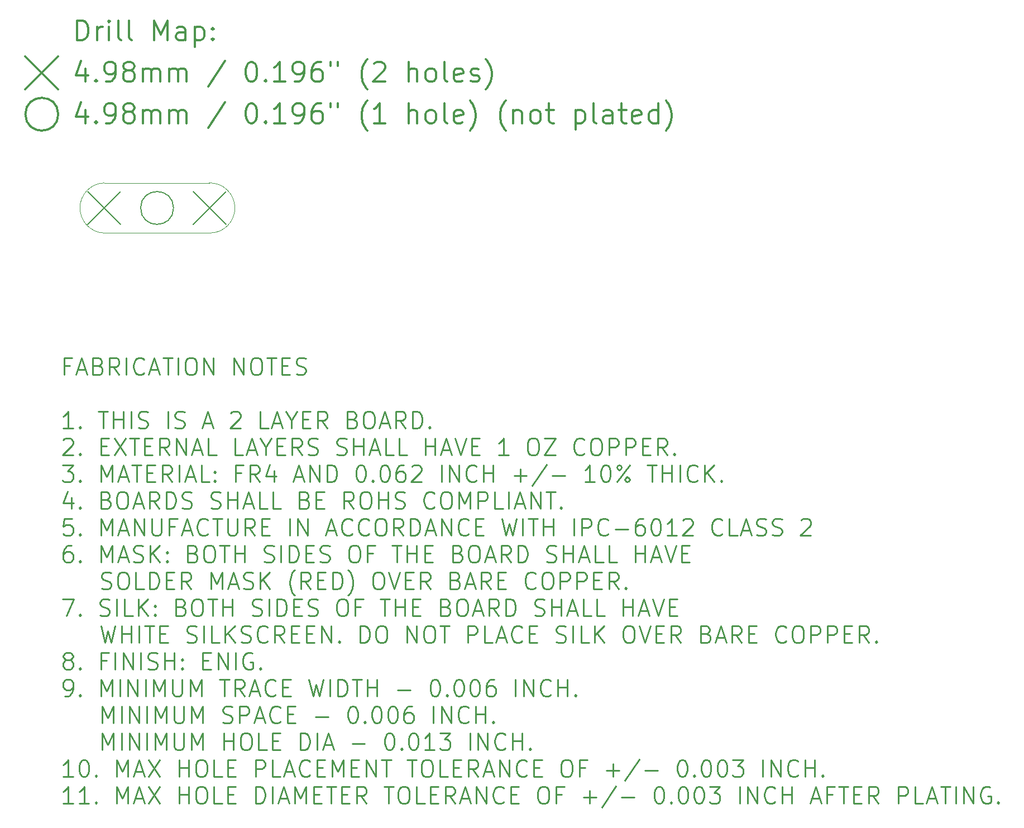
<source format=gbr>
G04 This is an RS-274x file exported by *
G04 gerbv version 2.6.0 *
G04 More information is available about gerbv at *
G04 http://gerbv.gpleda.org/ *
G04 --End of header info--*
%MOIN*%
%FSLAX34Y34*%
%IPPOS*%
G04 --Define apertures--*
%ADD10C,0.0079*%
%ADD11C,0.0118*%
%ADD12C,0.0031*%
%ADD13C,0.0100*%
G04 --Start main section--*
G54D10*
G01X0001770Y-010870D02*
G01X0003731Y-012830D01*
G01X0003731Y-010870D02*
G01X0001770Y-012830D01*
G01X0008070Y-010870D02*
G01X0010030Y-012830D01*
G01X0010030Y-010870D02*
G01X0008070Y-012830D01*
G01X0006881Y-011850D02*
G75*
G03X0006881Y-011850I-000980J0000000D01*
G54D11*
G01X0001128Y-001834D02*
G01X0001128Y-000652D01*
G01X0001128Y-000652D02*
G01X0001409Y-000652D01*
G01X0001409Y-000652D02*
G01X0001578Y-000709D01*
G01X0001578Y-000709D02*
G01X0001690Y-000821D01*
G01X0001690Y-000821D02*
G01X0001746Y-000934D01*
G01X0001746Y-000934D02*
G01X0001803Y-001159D01*
G01X0001803Y-001159D02*
G01X0001803Y-001327D01*
G01X0001803Y-001327D02*
G01X0001746Y-001552D01*
G01X0001746Y-001552D02*
G01X0001690Y-001665D01*
G01X0001690Y-001665D02*
G01X0001578Y-001777D01*
G01X0001578Y-001777D02*
G01X0001409Y-001834D01*
G01X0001409Y-001834D02*
G01X0001128Y-001834D01*
G01X0002309Y-001834D02*
G01X0002309Y-001046D01*
G01X0002309Y-001271D02*
G01X0002365Y-001159D01*
G01X0002365Y-001159D02*
G01X0002421Y-001102D01*
G01X0002421Y-001102D02*
G01X0002534Y-001046D01*
G01X0002534Y-001046D02*
G01X0002646Y-001046D01*
G01X0003040Y-001834D02*
G01X0003040Y-001046D01*
G01X0003040Y-000652D02*
G01X0002984Y-000709D01*
G01X0002984Y-000709D02*
G01X0003040Y-000765D01*
G01X0003040Y-000765D02*
G01X0003096Y-000709D01*
G01X0003096Y-000709D02*
G01X0003040Y-000652D01*
G01X0003040Y-000652D02*
G01X0003040Y-000765D01*
G01X0003771Y-001834D02*
G01X0003659Y-001777D01*
G01X0003659Y-001777D02*
G01X0003602Y-001665D01*
G01X0003602Y-001665D02*
G01X0003602Y-000652D01*
G01X0004390Y-001834D02*
G01X0004277Y-001777D01*
G01X0004277Y-001777D02*
G01X0004221Y-001665D01*
G01X0004221Y-001665D02*
G01X0004221Y-000652D01*
G01X0005740Y-001834D02*
G01X0005740Y-000652D01*
G01X0005740Y-000652D02*
G01X0006133Y-001496D01*
G01X0006133Y-001496D02*
G01X0006527Y-000652D01*
G01X0006527Y-000652D02*
G01X0006527Y-001834D01*
G01X0007596Y-001834D02*
G01X0007596Y-001215D01*
G01X0007596Y-001215D02*
G01X0007539Y-001102D01*
G01X0007539Y-001102D02*
G01X0007427Y-001046D01*
G01X0007427Y-001046D02*
G01X0007202Y-001046D01*
G01X0007202Y-001046D02*
G01X0007089Y-001102D01*
G01X0007596Y-001777D02*
G01X0007483Y-001834D01*
G01X0007483Y-001834D02*
G01X0007202Y-001834D01*
G01X0007202Y-001834D02*
G01X0007089Y-001777D01*
G01X0007089Y-001777D02*
G01X0007033Y-001665D01*
G01X0007033Y-001665D02*
G01X0007033Y-001552D01*
G01X0007033Y-001552D02*
G01X0007089Y-001440D01*
G01X0007089Y-001440D02*
G01X0007202Y-001384D01*
G01X0007202Y-001384D02*
G01X0007483Y-001384D01*
G01X0007483Y-001384D02*
G01X0007596Y-001327D01*
G01X0008158Y-001046D02*
G01X0008158Y-002227D01*
G01X0008158Y-001102D02*
G01X0008271Y-001046D01*
G01X0008271Y-001046D02*
G01X0008496Y-001046D01*
G01X0008496Y-001046D02*
G01X0008608Y-001102D01*
G01X0008608Y-001102D02*
G01X0008664Y-001159D01*
G01X0008664Y-001159D02*
G01X0008720Y-001271D01*
G01X0008720Y-001271D02*
G01X0008720Y-001609D01*
G01X0008720Y-001609D02*
G01X0008664Y-001721D01*
G01X0008664Y-001721D02*
G01X0008608Y-001777D01*
G01X0008608Y-001777D02*
G01X0008496Y-001834D01*
G01X0008496Y-001834D02*
G01X0008271Y-001834D01*
G01X0008271Y-001834D02*
G01X0008158Y-001777D01*
G01X0009227Y-001721D02*
G01X0009283Y-001777D01*
G01X0009283Y-001777D02*
G01X0009227Y-001834D01*
G01X0009227Y-001834D02*
G01X0009170Y-001777D01*
G01X0009170Y-001777D02*
G01X0009227Y-001721D01*
G01X0009227Y-001721D02*
G01X0009227Y-001834D01*
G01X0009227Y-001102D02*
G01X0009283Y-001159D01*
G01X0009283Y-001159D02*
G01X0009227Y-001215D01*
G01X0009227Y-001215D02*
G01X0009170Y-001159D01*
G01X0009170Y-001159D02*
G01X0009227Y-001102D01*
G01X0009227Y-001102D02*
G01X0009227Y-001215D01*
G01X-001961Y-002799D02*
G01X0000000Y-004760D01*
G01X0000000Y-002799D02*
G01X-001961Y-004760D01*
G01X0001634Y-003526D02*
G01X0001634Y-004314D01*
G01X0001353Y-003076D02*
G01X0001071Y-003920D01*
G01X0001071Y-003920D02*
G01X0001803Y-003920D01*
G01X0002253Y-004201D02*
G01X0002309Y-004258D01*
G01X0002309Y-004258D02*
G01X0002253Y-004314D01*
G01X0002253Y-004314D02*
G01X0002196Y-004258D01*
G01X0002196Y-004258D02*
G01X0002253Y-004201D01*
G01X0002253Y-004201D02*
G01X0002253Y-004314D01*
G01X0002871Y-004314D02*
G01X0003096Y-004314D01*
G01X0003096Y-004314D02*
G01X0003209Y-004258D01*
G01X0003209Y-004258D02*
G01X0003265Y-004201D01*
G01X0003265Y-004201D02*
G01X0003377Y-004033D01*
G01X0003377Y-004033D02*
G01X0003434Y-003808D01*
G01X0003434Y-003808D02*
G01X0003434Y-003358D01*
G01X0003434Y-003358D02*
G01X0003377Y-003245D01*
G01X0003377Y-003245D02*
G01X0003321Y-003189D01*
G01X0003321Y-003189D02*
G01X0003209Y-003133D01*
G01X0003209Y-003133D02*
G01X0002984Y-003133D01*
G01X0002984Y-003133D02*
G01X0002871Y-003189D01*
G01X0002871Y-003189D02*
G01X0002815Y-003245D01*
G01X0002815Y-003245D02*
G01X0002759Y-003358D01*
G01X0002759Y-003358D02*
G01X0002759Y-003639D01*
G01X0002759Y-003639D02*
G01X0002815Y-003751D01*
G01X0002815Y-003751D02*
G01X0002871Y-003808D01*
G01X0002871Y-003808D02*
G01X0002984Y-003864D01*
G01X0002984Y-003864D02*
G01X0003209Y-003864D01*
G01X0003209Y-003864D02*
G01X0003321Y-003808D01*
G01X0003321Y-003808D02*
G01X0003377Y-003751D01*
G01X0003377Y-003751D02*
G01X0003434Y-003639D01*
G01X0004109Y-003639D02*
G01X0003996Y-003583D01*
G01X0003996Y-003583D02*
G01X0003940Y-003526D01*
G01X0003940Y-003526D02*
G01X0003884Y-003414D01*
G01X0003884Y-003414D02*
G01X0003884Y-003358D01*
G01X0003884Y-003358D02*
G01X0003940Y-003245D01*
G01X0003940Y-003245D02*
G01X0003996Y-003189D01*
G01X0003996Y-003189D02*
G01X0004109Y-003133D01*
G01X0004109Y-003133D02*
G01X0004334Y-003133D01*
G01X0004334Y-003133D02*
G01X0004446Y-003189D01*
G01X0004446Y-003189D02*
G01X0004502Y-003245D01*
G01X0004502Y-003245D02*
G01X0004558Y-003358D01*
G01X0004558Y-003358D02*
G01X0004558Y-003414D01*
G01X0004558Y-003414D02*
G01X0004502Y-003526D01*
G01X0004502Y-003526D02*
G01X0004446Y-003583D01*
G01X0004446Y-003583D02*
G01X0004334Y-003639D01*
G01X0004334Y-003639D02*
G01X0004109Y-003639D01*
G01X0004109Y-003639D02*
G01X0003996Y-003695D01*
G01X0003996Y-003695D02*
G01X0003940Y-003751D01*
G01X0003940Y-003751D02*
G01X0003884Y-003864D01*
G01X0003884Y-003864D02*
G01X0003884Y-004089D01*
G01X0003884Y-004089D02*
G01X0003940Y-004201D01*
G01X0003940Y-004201D02*
G01X0003996Y-004258D01*
G01X0003996Y-004258D02*
G01X0004109Y-004314D01*
G01X0004109Y-004314D02*
G01X0004334Y-004314D01*
G01X0004334Y-004314D02*
G01X0004446Y-004258D01*
G01X0004446Y-004258D02*
G01X0004502Y-004201D01*
G01X0004502Y-004201D02*
G01X0004558Y-004089D01*
G01X0004558Y-004089D02*
G01X0004558Y-003864D01*
G01X0004558Y-003864D02*
G01X0004502Y-003751D01*
G01X0004502Y-003751D02*
G01X0004446Y-003695D01*
G01X0004446Y-003695D02*
G01X0004334Y-003639D01*
G01X0005065Y-004314D02*
G01X0005065Y-003526D01*
G01X0005065Y-003639D02*
G01X0005121Y-003583D01*
G01X0005121Y-003583D02*
G01X0005233Y-003526D01*
G01X0005233Y-003526D02*
G01X0005402Y-003526D01*
G01X0005402Y-003526D02*
G01X0005515Y-003583D01*
G01X0005515Y-003583D02*
G01X0005571Y-003695D01*
G01X0005571Y-003695D02*
G01X0005571Y-004314D01*
G01X0005571Y-003695D02*
G01X0005627Y-003583D01*
G01X0005627Y-003583D02*
G01X0005740Y-003526D01*
G01X0005740Y-003526D02*
G01X0005908Y-003526D01*
G01X0005908Y-003526D02*
G01X0006021Y-003583D01*
G01X0006021Y-003583D02*
G01X0006077Y-003695D01*
G01X0006077Y-003695D02*
G01X0006077Y-004314D01*
G01X0006639Y-004314D02*
G01X0006639Y-003526D01*
G01X0006639Y-003639D02*
G01X0006696Y-003583D01*
G01X0006696Y-003583D02*
G01X0006808Y-003526D01*
G01X0006808Y-003526D02*
G01X0006977Y-003526D01*
G01X0006977Y-003526D02*
G01X0007089Y-003583D01*
G01X0007089Y-003583D02*
G01X0007146Y-003695D01*
G01X0007146Y-003695D02*
G01X0007146Y-004314D01*
G01X0007146Y-003695D02*
G01X0007202Y-003583D01*
G01X0007202Y-003583D02*
G01X0007314Y-003526D01*
G01X0007314Y-003526D02*
G01X0007483Y-003526D01*
G01X0007483Y-003526D02*
G01X0007596Y-003583D01*
G01X0007596Y-003583D02*
G01X0007652Y-003695D01*
G01X0007652Y-003695D02*
G01X0007652Y-004314D01*
G01X0009958Y-003076D02*
G01X0008945Y-004595D01*
G01X0011476Y-003133D02*
G01X0011589Y-003133D01*
G01X0011589Y-003133D02*
G01X0011701Y-003189D01*
G01X0011701Y-003189D02*
G01X0011758Y-003245D01*
G01X0011758Y-003245D02*
G01X0011814Y-003358D01*
G01X0011814Y-003358D02*
G01X0011870Y-003583D01*
G01X0011870Y-003583D02*
G01X0011870Y-003864D01*
G01X0011870Y-003864D02*
G01X0011814Y-004089D01*
G01X0011814Y-004089D02*
G01X0011758Y-004201D01*
G01X0011758Y-004201D02*
G01X0011701Y-004258D01*
G01X0011701Y-004258D02*
G01X0011589Y-004314D01*
G01X0011589Y-004314D02*
G01X0011476Y-004314D01*
G01X0011476Y-004314D02*
G01X0011364Y-004258D01*
G01X0011364Y-004258D02*
G01X0011308Y-004201D01*
G01X0011308Y-004201D02*
G01X0011251Y-004089D01*
G01X0011251Y-004089D02*
G01X0011195Y-003864D01*
G01X0011195Y-003864D02*
G01X0011195Y-003583D01*
G01X0011195Y-003583D02*
G01X0011251Y-003358D01*
G01X0011251Y-003358D02*
G01X0011308Y-003245D01*
G01X0011308Y-003245D02*
G01X0011364Y-003189D01*
G01X0011364Y-003189D02*
G01X0011476Y-003133D01*
G01X0012376Y-004201D02*
G01X0012433Y-004258D01*
G01X0012433Y-004258D02*
G01X0012376Y-004314D01*
G01X0012376Y-004314D02*
G01X0012320Y-004258D01*
G01X0012320Y-004258D02*
G01X0012376Y-004201D01*
G01X0012376Y-004201D02*
G01X0012376Y-004314D01*
G01X0013557Y-004314D02*
G01X0012882Y-004314D01*
G01X0013220Y-004314D02*
G01X0013220Y-003133D01*
G01X0013220Y-003133D02*
G01X0013107Y-003301D01*
G01X0013107Y-003301D02*
G01X0012995Y-003414D01*
G01X0012995Y-003414D02*
G01X0012882Y-003470D01*
G01X0014120Y-004314D02*
G01X0014345Y-004314D01*
G01X0014345Y-004314D02*
G01X0014457Y-004258D01*
G01X0014457Y-004258D02*
G01X0014513Y-004201D01*
G01X0014513Y-004201D02*
G01X0014626Y-004033D01*
G01X0014626Y-004033D02*
G01X0014682Y-003808D01*
G01X0014682Y-003808D02*
G01X0014682Y-003358D01*
G01X0014682Y-003358D02*
G01X0014626Y-003245D01*
G01X0014626Y-003245D02*
G01X0014570Y-003189D01*
G01X0014570Y-003189D02*
G01X0014457Y-003133D01*
G01X0014457Y-003133D02*
G01X0014232Y-003133D01*
G01X0014232Y-003133D02*
G01X0014120Y-003189D01*
G01X0014120Y-003189D02*
G01X0014064Y-003245D01*
G01X0014064Y-003245D02*
G01X0014007Y-003358D01*
G01X0014007Y-003358D02*
G01X0014007Y-003639D01*
G01X0014007Y-003639D02*
G01X0014064Y-003751D01*
G01X0014064Y-003751D02*
G01X0014120Y-003808D01*
G01X0014120Y-003808D02*
G01X0014232Y-003864D01*
G01X0014232Y-003864D02*
G01X0014457Y-003864D01*
G01X0014457Y-003864D02*
G01X0014570Y-003808D01*
G01X0014570Y-003808D02*
G01X0014626Y-003751D01*
G01X0014626Y-003751D02*
G01X0014682Y-003639D01*
G01X0015695Y-003133D02*
G01X0015470Y-003133D01*
G01X0015470Y-003133D02*
G01X0015357Y-003189D01*
G01X0015357Y-003189D02*
G01X0015301Y-003245D01*
G01X0015301Y-003245D02*
G01X0015188Y-003414D01*
G01X0015188Y-003414D02*
G01X0015132Y-003639D01*
G01X0015132Y-003639D02*
G01X0015132Y-004089D01*
G01X0015132Y-004089D02*
G01X0015188Y-004201D01*
G01X0015188Y-004201D02*
G01X0015245Y-004258D01*
G01X0015245Y-004258D02*
G01X0015357Y-004314D01*
G01X0015357Y-004314D02*
G01X0015582Y-004314D01*
G01X0015582Y-004314D02*
G01X0015695Y-004258D01*
G01X0015695Y-004258D02*
G01X0015751Y-004201D01*
G01X0015751Y-004201D02*
G01X0015807Y-004089D01*
G01X0015807Y-004089D02*
G01X0015807Y-003808D01*
G01X0015807Y-003808D02*
G01X0015751Y-003695D01*
G01X0015751Y-003695D02*
G01X0015695Y-003639D01*
G01X0015695Y-003639D02*
G01X0015582Y-003583D01*
G01X0015582Y-003583D02*
G01X0015357Y-003583D01*
G01X0015357Y-003583D02*
G01X0015245Y-003639D01*
G01X0015245Y-003639D02*
G01X0015188Y-003695D01*
G01X0015188Y-003695D02*
G01X0015132Y-003808D01*
G01X0016257Y-003133D02*
G01X0016257Y-003358D01*
G01X0016707Y-003133D02*
G01X0016707Y-003358D01*
G01X0018451Y-004764D02*
G01X0018394Y-004708D01*
G01X0018394Y-004708D02*
G01X0018282Y-004539D01*
G01X0018282Y-004539D02*
G01X0018226Y-004426D01*
G01X0018226Y-004426D02*
G01X0018169Y-004258D01*
G01X0018169Y-004258D02*
G01X0018113Y-003976D01*
G01X0018113Y-003976D02*
G01X0018113Y-003751D01*
G01X0018113Y-003751D02*
G01X0018169Y-003470D01*
G01X0018169Y-003470D02*
G01X0018226Y-003301D01*
G01X0018226Y-003301D02*
G01X0018282Y-003189D01*
G01X0018282Y-003189D02*
G01X0018394Y-003020D01*
G01X0018394Y-003020D02*
G01X0018451Y-002964D01*
G01X0018844Y-003245D02*
G01X0018900Y-003189D01*
G01X0018900Y-003189D02*
G01X0019013Y-003133D01*
G01X0019013Y-003133D02*
G01X0019294Y-003133D01*
G01X0019294Y-003133D02*
G01X0019407Y-003189D01*
G01X0019407Y-003189D02*
G01X0019463Y-003245D01*
G01X0019463Y-003245D02*
G01X0019519Y-003358D01*
G01X0019519Y-003358D02*
G01X0019519Y-003470D01*
G01X0019519Y-003470D02*
G01X0019463Y-003639D01*
G01X0019463Y-003639D02*
G01X0018788Y-004314D01*
G01X0018788Y-004314D02*
G01X0019519Y-004314D01*
G01X0020925Y-004314D02*
G01X0020925Y-003133D01*
G01X0021431Y-004314D02*
G01X0021431Y-003695D01*
G01X0021431Y-003695D02*
G01X0021375Y-003583D01*
G01X0021375Y-003583D02*
G01X0021263Y-003526D01*
G01X0021263Y-003526D02*
G01X0021094Y-003526D01*
G01X0021094Y-003526D02*
G01X0020981Y-003583D01*
G01X0020981Y-003583D02*
G01X0020925Y-003639D01*
G01X0022163Y-004314D02*
G01X0022050Y-004258D01*
G01X0022050Y-004258D02*
G01X0021994Y-004201D01*
G01X0021994Y-004201D02*
G01X0021938Y-004089D01*
G01X0021938Y-004089D02*
G01X0021938Y-003751D01*
G01X0021938Y-003751D02*
G01X0021994Y-003639D01*
G01X0021994Y-003639D02*
G01X0022050Y-003583D01*
G01X0022050Y-003583D02*
G01X0022163Y-003526D01*
G01X0022163Y-003526D02*
G01X0022331Y-003526D01*
G01X0022331Y-003526D02*
G01X0022444Y-003583D01*
G01X0022444Y-003583D02*
G01X0022500Y-003639D01*
G01X0022500Y-003639D02*
G01X0022556Y-003751D01*
G01X0022556Y-003751D02*
G01X0022556Y-004089D01*
G01X0022556Y-004089D02*
G01X0022500Y-004201D01*
G01X0022500Y-004201D02*
G01X0022444Y-004258D01*
G01X0022444Y-004258D02*
G01X0022331Y-004314D01*
G01X0022331Y-004314D02*
G01X0022163Y-004314D01*
G01X0023231Y-004314D02*
G01X0023119Y-004258D01*
G01X0023119Y-004258D02*
G01X0023062Y-004145D01*
G01X0023062Y-004145D02*
G01X0023062Y-003133D01*
G01X0024131Y-004258D02*
G01X0024019Y-004314D01*
G01X0024019Y-004314D02*
G01X0023794Y-004314D01*
G01X0023794Y-004314D02*
G01X0023681Y-004258D01*
G01X0023681Y-004258D02*
G01X0023625Y-004145D01*
G01X0023625Y-004145D02*
G01X0023625Y-003695D01*
G01X0023625Y-003695D02*
G01X0023681Y-003583D01*
G01X0023681Y-003583D02*
G01X0023794Y-003526D01*
G01X0023794Y-003526D02*
G01X0024019Y-003526D01*
G01X0024019Y-003526D02*
G01X0024131Y-003583D01*
G01X0024131Y-003583D02*
G01X0024187Y-003695D01*
G01X0024187Y-003695D02*
G01X0024187Y-003808D01*
G01X0024187Y-003808D02*
G01X0023625Y-003920D01*
G01X0024637Y-004258D02*
G01X0024750Y-004314D01*
G01X0024750Y-004314D02*
G01X0024975Y-004314D01*
G01X0024975Y-004314D02*
G01X0025087Y-004258D01*
G01X0025087Y-004258D02*
G01X0025143Y-004145D01*
G01X0025143Y-004145D02*
G01X0025143Y-004089D01*
G01X0025143Y-004089D02*
G01X0025087Y-003976D01*
G01X0025087Y-003976D02*
G01X0024975Y-003920D01*
G01X0024975Y-003920D02*
G01X0024806Y-003920D01*
G01X0024806Y-003920D02*
G01X0024693Y-003864D01*
G01X0024693Y-003864D02*
G01X0024637Y-003751D01*
G01X0024637Y-003751D02*
G01X0024637Y-003695D01*
G01X0024637Y-003695D02*
G01X0024693Y-003583D01*
G01X0024693Y-003583D02*
G01X0024806Y-003526D01*
G01X0024806Y-003526D02*
G01X0024975Y-003526D01*
G01X0024975Y-003526D02*
G01X0025087Y-003583D01*
G01X0025537Y-004764D02*
G01X0025593Y-004708D01*
G01X0025593Y-004708D02*
G01X0025706Y-004539D01*
G01X0025706Y-004539D02*
G01X0025762Y-004426D01*
G01X0025762Y-004426D02*
G01X0025818Y-004258D01*
G01X0025818Y-004258D02*
G01X0025875Y-003976D01*
G01X0025875Y-003976D02*
G01X0025875Y-003751D01*
G01X0025875Y-003751D02*
G01X0025818Y-003470D01*
G01X0025818Y-003470D02*
G01X0025762Y-003301D01*
G01X0025762Y-003301D02*
G01X0025706Y-003189D01*
G01X0025706Y-003189D02*
G01X0025593Y-003020D01*
G01X0025593Y-003020D02*
G01X0025537Y-002964D01*
G01X0000000Y-006252D02*
G75*
G03X0000000Y-006252I-000980J0000000D01*
G01X0001634Y-005999D02*
G01X0001634Y-006786D01*
G01X0001353Y-005549D02*
G01X0001071Y-006393D01*
G01X0001071Y-006393D02*
G01X0001803Y-006393D01*
G01X0002253Y-006674D02*
G01X0002309Y-006730D01*
G01X0002309Y-006730D02*
G01X0002253Y-006786D01*
G01X0002253Y-006786D02*
G01X0002196Y-006730D01*
G01X0002196Y-006730D02*
G01X0002253Y-006674D01*
G01X0002253Y-006674D02*
G01X0002253Y-006786D01*
G01X0002871Y-006786D02*
G01X0003096Y-006786D01*
G01X0003096Y-006786D02*
G01X0003209Y-006730D01*
G01X0003209Y-006730D02*
G01X0003265Y-006674D01*
G01X0003265Y-006674D02*
G01X0003377Y-006505D01*
G01X0003377Y-006505D02*
G01X0003434Y-006280D01*
G01X0003434Y-006280D02*
G01X0003434Y-005830D01*
G01X0003434Y-005830D02*
G01X0003377Y-005718D01*
G01X0003377Y-005718D02*
G01X0003321Y-005661D01*
G01X0003321Y-005661D02*
G01X0003209Y-005605D01*
G01X0003209Y-005605D02*
G01X0002984Y-005605D01*
G01X0002984Y-005605D02*
G01X0002871Y-005661D01*
G01X0002871Y-005661D02*
G01X0002815Y-005718D01*
G01X0002815Y-005718D02*
G01X0002759Y-005830D01*
G01X0002759Y-005830D02*
G01X0002759Y-006111D01*
G01X0002759Y-006111D02*
G01X0002815Y-006224D01*
G01X0002815Y-006224D02*
G01X0002871Y-006280D01*
G01X0002871Y-006280D02*
G01X0002984Y-006336D01*
G01X0002984Y-006336D02*
G01X0003209Y-006336D01*
G01X0003209Y-006336D02*
G01X0003321Y-006280D01*
G01X0003321Y-006280D02*
G01X0003377Y-006224D01*
G01X0003377Y-006224D02*
G01X0003434Y-006111D01*
G01X0004109Y-006111D02*
G01X0003996Y-006055D01*
G01X0003996Y-006055D02*
G01X0003940Y-005999D01*
G01X0003940Y-005999D02*
G01X0003884Y-005886D01*
G01X0003884Y-005886D02*
G01X0003884Y-005830D01*
G01X0003884Y-005830D02*
G01X0003940Y-005718D01*
G01X0003940Y-005718D02*
G01X0003996Y-005661D01*
G01X0003996Y-005661D02*
G01X0004109Y-005605D01*
G01X0004109Y-005605D02*
G01X0004334Y-005605D01*
G01X0004334Y-005605D02*
G01X0004446Y-005661D01*
G01X0004446Y-005661D02*
G01X0004502Y-005718D01*
G01X0004502Y-005718D02*
G01X0004558Y-005830D01*
G01X0004558Y-005830D02*
G01X0004558Y-005886D01*
G01X0004558Y-005886D02*
G01X0004502Y-005999D01*
G01X0004502Y-005999D02*
G01X0004446Y-006055D01*
G01X0004446Y-006055D02*
G01X0004334Y-006111D01*
G01X0004334Y-006111D02*
G01X0004109Y-006111D01*
G01X0004109Y-006111D02*
G01X0003996Y-006168D01*
G01X0003996Y-006168D02*
G01X0003940Y-006224D01*
G01X0003940Y-006224D02*
G01X0003884Y-006336D01*
G01X0003884Y-006336D02*
G01X0003884Y-006561D01*
G01X0003884Y-006561D02*
G01X0003940Y-006674D01*
G01X0003940Y-006674D02*
G01X0003996Y-006730D01*
G01X0003996Y-006730D02*
G01X0004109Y-006786D01*
G01X0004109Y-006786D02*
G01X0004334Y-006786D01*
G01X0004334Y-006786D02*
G01X0004446Y-006730D01*
G01X0004446Y-006730D02*
G01X0004502Y-006674D01*
G01X0004502Y-006674D02*
G01X0004558Y-006561D01*
G01X0004558Y-006561D02*
G01X0004558Y-006336D01*
G01X0004558Y-006336D02*
G01X0004502Y-006224D01*
G01X0004502Y-006224D02*
G01X0004446Y-006168D01*
G01X0004446Y-006168D02*
G01X0004334Y-006111D01*
G01X0005065Y-006786D02*
G01X0005065Y-005999D01*
G01X0005065Y-006111D02*
G01X0005121Y-006055D01*
G01X0005121Y-006055D02*
G01X0005233Y-005999D01*
G01X0005233Y-005999D02*
G01X0005402Y-005999D01*
G01X0005402Y-005999D02*
G01X0005515Y-006055D01*
G01X0005515Y-006055D02*
G01X0005571Y-006168D01*
G01X0005571Y-006168D02*
G01X0005571Y-006786D01*
G01X0005571Y-006168D02*
G01X0005627Y-006055D01*
G01X0005627Y-006055D02*
G01X0005740Y-005999D01*
G01X0005740Y-005999D02*
G01X0005908Y-005999D01*
G01X0005908Y-005999D02*
G01X0006021Y-006055D01*
G01X0006021Y-006055D02*
G01X0006077Y-006168D01*
G01X0006077Y-006168D02*
G01X0006077Y-006786D01*
G01X0006639Y-006786D02*
G01X0006639Y-005999D01*
G01X0006639Y-006111D02*
G01X0006696Y-006055D01*
G01X0006696Y-006055D02*
G01X0006808Y-005999D01*
G01X0006808Y-005999D02*
G01X0006977Y-005999D01*
G01X0006977Y-005999D02*
G01X0007089Y-006055D01*
G01X0007089Y-006055D02*
G01X0007146Y-006168D01*
G01X0007146Y-006168D02*
G01X0007146Y-006786D01*
G01X0007146Y-006168D02*
G01X0007202Y-006055D01*
G01X0007202Y-006055D02*
G01X0007314Y-005999D01*
G01X0007314Y-005999D02*
G01X0007483Y-005999D01*
G01X0007483Y-005999D02*
G01X0007596Y-006055D01*
G01X0007596Y-006055D02*
G01X0007652Y-006168D01*
G01X0007652Y-006168D02*
G01X0007652Y-006786D01*
G01X0009958Y-005549D02*
G01X0008945Y-007067D01*
G01X0011476Y-005605D02*
G01X0011589Y-005605D01*
G01X0011589Y-005605D02*
G01X0011701Y-005661D01*
G01X0011701Y-005661D02*
G01X0011758Y-005718D01*
G01X0011758Y-005718D02*
G01X0011814Y-005830D01*
G01X0011814Y-005830D02*
G01X0011870Y-006055D01*
G01X0011870Y-006055D02*
G01X0011870Y-006336D01*
G01X0011870Y-006336D02*
G01X0011814Y-006561D01*
G01X0011814Y-006561D02*
G01X0011758Y-006674D01*
G01X0011758Y-006674D02*
G01X0011701Y-006730D01*
G01X0011701Y-006730D02*
G01X0011589Y-006786D01*
G01X0011589Y-006786D02*
G01X0011476Y-006786D01*
G01X0011476Y-006786D02*
G01X0011364Y-006730D01*
G01X0011364Y-006730D02*
G01X0011308Y-006674D01*
G01X0011308Y-006674D02*
G01X0011251Y-006561D01*
G01X0011251Y-006561D02*
G01X0011195Y-006336D01*
G01X0011195Y-006336D02*
G01X0011195Y-006055D01*
G01X0011195Y-006055D02*
G01X0011251Y-005830D01*
G01X0011251Y-005830D02*
G01X0011308Y-005718D01*
G01X0011308Y-005718D02*
G01X0011364Y-005661D01*
G01X0011364Y-005661D02*
G01X0011476Y-005605D01*
G01X0012376Y-006674D02*
G01X0012433Y-006730D01*
G01X0012433Y-006730D02*
G01X0012376Y-006786D01*
G01X0012376Y-006786D02*
G01X0012320Y-006730D01*
G01X0012320Y-006730D02*
G01X0012376Y-006674D01*
G01X0012376Y-006674D02*
G01X0012376Y-006786D01*
G01X0013557Y-006786D02*
G01X0012882Y-006786D01*
G01X0013220Y-006786D02*
G01X0013220Y-005605D01*
G01X0013220Y-005605D02*
G01X0013107Y-005774D01*
G01X0013107Y-005774D02*
G01X0012995Y-005886D01*
G01X0012995Y-005886D02*
G01X0012882Y-005943D01*
G01X0014120Y-006786D02*
G01X0014345Y-006786D01*
G01X0014345Y-006786D02*
G01X0014457Y-006730D01*
G01X0014457Y-006730D02*
G01X0014513Y-006674D01*
G01X0014513Y-006674D02*
G01X0014626Y-006505D01*
G01X0014626Y-006505D02*
G01X0014682Y-006280D01*
G01X0014682Y-006280D02*
G01X0014682Y-005830D01*
G01X0014682Y-005830D02*
G01X0014626Y-005718D01*
G01X0014626Y-005718D02*
G01X0014570Y-005661D01*
G01X0014570Y-005661D02*
G01X0014457Y-005605D01*
G01X0014457Y-005605D02*
G01X0014232Y-005605D01*
G01X0014232Y-005605D02*
G01X0014120Y-005661D01*
G01X0014120Y-005661D02*
G01X0014064Y-005718D01*
G01X0014064Y-005718D02*
G01X0014007Y-005830D01*
G01X0014007Y-005830D02*
G01X0014007Y-006111D01*
G01X0014007Y-006111D02*
G01X0014064Y-006224D01*
G01X0014064Y-006224D02*
G01X0014120Y-006280D01*
G01X0014120Y-006280D02*
G01X0014232Y-006336D01*
G01X0014232Y-006336D02*
G01X0014457Y-006336D01*
G01X0014457Y-006336D02*
G01X0014570Y-006280D01*
G01X0014570Y-006280D02*
G01X0014626Y-006224D01*
G01X0014626Y-006224D02*
G01X0014682Y-006111D01*
G01X0015695Y-005605D02*
G01X0015470Y-005605D01*
G01X0015470Y-005605D02*
G01X0015357Y-005661D01*
G01X0015357Y-005661D02*
G01X0015301Y-005718D01*
G01X0015301Y-005718D02*
G01X0015188Y-005886D01*
G01X0015188Y-005886D02*
G01X0015132Y-006111D01*
G01X0015132Y-006111D02*
G01X0015132Y-006561D01*
G01X0015132Y-006561D02*
G01X0015188Y-006674D01*
G01X0015188Y-006674D02*
G01X0015245Y-006730D01*
G01X0015245Y-006730D02*
G01X0015357Y-006786D01*
G01X0015357Y-006786D02*
G01X0015582Y-006786D01*
G01X0015582Y-006786D02*
G01X0015695Y-006730D01*
G01X0015695Y-006730D02*
G01X0015751Y-006674D01*
G01X0015751Y-006674D02*
G01X0015807Y-006561D01*
G01X0015807Y-006561D02*
G01X0015807Y-006280D01*
G01X0015807Y-006280D02*
G01X0015751Y-006168D01*
G01X0015751Y-006168D02*
G01X0015695Y-006111D01*
G01X0015695Y-006111D02*
G01X0015582Y-006055D01*
G01X0015582Y-006055D02*
G01X0015357Y-006055D01*
G01X0015357Y-006055D02*
G01X0015245Y-006111D01*
G01X0015245Y-006111D02*
G01X0015188Y-006168D01*
G01X0015188Y-006168D02*
G01X0015132Y-006280D01*
G01X0016257Y-005605D02*
G01X0016257Y-005830D01*
G01X0016707Y-005605D02*
G01X0016707Y-005830D01*
G01X0018451Y-007236D02*
G01X0018394Y-007180D01*
G01X0018394Y-007180D02*
G01X0018282Y-007011D01*
G01X0018282Y-007011D02*
G01X0018226Y-006899D01*
G01X0018226Y-006899D02*
G01X0018169Y-006730D01*
G01X0018169Y-006730D02*
G01X0018113Y-006449D01*
G01X0018113Y-006449D02*
G01X0018113Y-006224D01*
G01X0018113Y-006224D02*
G01X0018169Y-005943D01*
G01X0018169Y-005943D02*
G01X0018226Y-005774D01*
G01X0018226Y-005774D02*
G01X0018282Y-005661D01*
G01X0018282Y-005661D02*
G01X0018394Y-005493D01*
G01X0018394Y-005493D02*
G01X0018451Y-005436D01*
G01X0019519Y-006786D02*
G01X0018844Y-006786D01*
G01X0019182Y-006786D02*
G01X0019182Y-005605D01*
G01X0019182Y-005605D02*
G01X0019069Y-005774D01*
G01X0019069Y-005774D02*
G01X0018957Y-005886D01*
G01X0018957Y-005886D02*
G01X0018844Y-005943D01*
G01X0020925Y-006786D02*
G01X0020925Y-005605D01*
G01X0021431Y-006786D02*
G01X0021431Y-006168D01*
G01X0021431Y-006168D02*
G01X0021375Y-006055D01*
G01X0021375Y-006055D02*
G01X0021263Y-005999D01*
G01X0021263Y-005999D02*
G01X0021094Y-005999D01*
G01X0021094Y-005999D02*
G01X0020981Y-006055D01*
G01X0020981Y-006055D02*
G01X0020925Y-006111D01*
G01X0022163Y-006786D02*
G01X0022050Y-006730D01*
G01X0022050Y-006730D02*
G01X0021994Y-006674D01*
G01X0021994Y-006674D02*
G01X0021938Y-006561D01*
G01X0021938Y-006561D02*
G01X0021938Y-006224D01*
G01X0021938Y-006224D02*
G01X0021994Y-006111D01*
G01X0021994Y-006111D02*
G01X0022050Y-006055D01*
G01X0022050Y-006055D02*
G01X0022163Y-005999D01*
G01X0022163Y-005999D02*
G01X0022331Y-005999D01*
G01X0022331Y-005999D02*
G01X0022444Y-006055D01*
G01X0022444Y-006055D02*
G01X0022500Y-006111D01*
G01X0022500Y-006111D02*
G01X0022556Y-006224D01*
G01X0022556Y-006224D02*
G01X0022556Y-006561D01*
G01X0022556Y-006561D02*
G01X0022500Y-006674D01*
G01X0022500Y-006674D02*
G01X0022444Y-006730D01*
G01X0022444Y-006730D02*
G01X0022331Y-006786D01*
G01X0022331Y-006786D02*
G01X0022163Y-006786D01*
G01X0023231Y-006786D02*
G01X0023119Y-006730D01*
G01X0023119Y-006730D02*
G01X0023062Y-006618D01*
G01X0023062Y-006618D02*
G01X0023062Y-005605D01*
G01X0024131Y-006730D02*
G01X0024019Y-006786D01*
G01X0024019Y-006786D02*
G01X0023794Y-006786D01*
G01X0023794Y-006786D02*
G01X0023681Y-006730D01*
G01X0023681Y-006730D02*
G01X0023625Y-006618D01*
G01X0023625Y-006618D02*
G01X0023625Y-006168D01*
G01X0023625Y-006168D02*
G01X0023681Y-006055D01*
G01X0023681Y-006055D02*
G01X0023794Y-005999D01*
G01X0023794Y-005999D02*
G01X0024019Y-005999D01*
G01X0024019Y-005999D02*
G01X0024131Y-006055D01*
G01X0024131Y-006055D02*
G01X0024187Y-006168D01*
G01X0024187Y-006168D02*
G01X0024187Y-006280D01*
G01X0024187Y-006280D02*
G01X0023625Y-006393D01*
G01X0024581Y-007236D02*
G01X0024637Y-007180D01*
G01X0024637Y-007180D02*
G01X0024750Y-007011D01*
G01X0024750Y-007011D02*
G01X0024806Y-006899D01*
G01X0024806Y-006899D02*
G01X0024862Y-006730D01*
G01X0024862Y-006730D02*
G01X0024918Y-006449D01*
G01X0024918Y-006449D02*
G01X0024918Y-006224D01*
G01X0024918Y-006224D02*
G01X0024862Y-005943D01*
G01X0024862Y-005943D02*
G01X0024806Y-005774D01*
G01X0024806Y-005774D02*
G01X0024750Y-005661D01*
G01X0024750Y-005661D02*
G01X0024637Y-005493D01*
G01X0024637Y-005493D02*
G01X0024581Y-005436D01*
G01X0026718Y-007236D02*
G01X0026662Y-007180D01*
G01X0026662Y-007180D02*
G01X0026549Y-007011D01*
G01X0026549Y-007011D02*
G01X0026493Y-006899D01*
G01X0026493Y-006899D02*
G01X0026437Y-006730D01*
G01X0026437Y-006730D02*
G01X0026381Y-006449D01*
G01X0026381Y-006449D02*
G01X0026381Y-006224D01*
G01X0026381Y-006224D02*
G01X0026437Y-005943D01*
G01X0026437Y-005943D02*
G01X0026493Y-005774D01*
G01X0026493Y-005774D02*
G01X0026549Y-005661D01*
G01X0026549Y-005661D02*
G01X0026662Y-005493D01*
G01X0026662Y-005493D02*
G01X0026718Y-005436D01*
G01X0027168Y-005999D02*
G01X0027168Y-006786D01*
G01X0027168Y-006111D02*
G01X0027224Y-006055D01*
G01X0027224Y-006055D02*
G01X0027337Y-005999D01*
G01X0027337Y-005999D02*
G01X0027506Y-005999D01*
G01X0027506Y-005999D02*
G01X0027618Y-006055D01*
G01X0027618Y-006055D02*
G01X0027674Y-006168D01*
G01X0027674Y-006168D02*
G01X0027674Y-006786D01*
G01X0028406Y-006786D02*
G01X0028293Y-006730D01*
G01X0028293Y-006730D02*
G01X0028237Y-006674D01*
G01X0028237Y-006674D02*
G01X0028181Y-006561D01*
G01X0028181Y-006561D02*
G01X0028181Y-006224D01*
G01X0028181Y-006224D02*
G01X0028237Y-006111D01*
G01X0028237Y-006111D02*
G01X0028293Y-006055D01*
G01X0028293Y-006055D02*
G01X0028406Y-005999D01*
G01X0028406Y-005999D02*
G01X0028574Y-005999D01*
G01X0028574Y-005999D02*
G01X0028687Y-006055D01*
G01X0028687Y-006055D02*
G01X0028743Y-006111D01*
G01X0028743Y-006111D02*
G01X0028799Y-006224D01*
G01X0028799Y-006224D02*
G01X0028799Y-006561D01*
G01X0028799Y-006561D02*
G01X0028743Y-006674D01*
G01X0028743Y-006674D02*
G01X0028687Y-006730D01*
G01X0028687Y-006730D02*
G01X0028574Y-006786D01*
G01X0028574Y-006786D02*
G01X0028406Y-006786D01*
G01X0029137Y-005999D02*
G01X0029587Y-005999D01*
G01X0029305Y-005605D02*
G01X0029305Y-006618D01*
G01X0029305Y-006618D02*
G01X0029362Y-006730D01*
G01X0029362Y-006730D02*
G01X0029474Y-006786D01*
G01X0029474Y-006786D02*
G01X0029587Y-006786D01*
G01X0030880Y-005999D02*
G01X0030880Y-007180D01*
G01X0030880Y-006055D02*
G01X0030993Y-005999D01*
G01X0030993Y-005999D02*
G01X0031218Y-005999D01*
G01X0031218Y-005999D02*
G01X0031330Y-006055D01*
G01X0031330Y-006055D02*
G01X0031386Y-006111D01*
G01X0031386Y-006111D02*
G01X0031443Y-006224D01*
G01X0031443Y-006224D02*
G01X0031443Y-006561D01*
G01X0031443Y-006561D02*
G01X0031386Y-006674D01*
G01X0031386Y-006674D02*
G01X0031330Y-006730D01*
G01X0031330Y-006730D02*
G01X0031218Y-006786D01*
G01X0031218Y-006786D02*
G01X0030993Y-006786D01*
G01X0030993Y-006786D02*
G01X0030880Y-006730D01*
G01X0032118Y-006786D02*
G01X0032005Y-006730D01*
G01X0032005Y-006730D02*
G01X0031949Y-006618D01*
G01X0031949Y-006618D02*
G01X0031949Y-005605D01*
G01X0033074Y-006786D02*
G01X0033074Y-006168D01*
G01X0033074Y-006168D02*
G01X0033017Y-006055D01*
G01X0033017Y-006055D02*
G01X0032905Y-005999D01*
G01X0032905Y-005999D02*
G01X0032680Y-005999D01*
G01X0032680Y-005999D02*
G01X0032567Y-006055D01*
G01X0033074Y-006730D02*
G01X0032961Y-006786D01*
G01X0032961Y-006786D02*
G01X0032680Y-006786D01*
G01X0032680Y-006786D02*
G01X0032567Y-006730D01*
G01X0032567Y-006730D02*
G01X0032511Y-006618D01*
G01X0032511Y-006618D02*
G01X0032511Y-006505D01*
G01X0032511Y-006505D02*
G01X0032567Y-006393D01*
G01X0032567Y-006393D02*
G01X0032680Y-006336D01*
G01X0032680Y-006336D02*
G01X0032961Y-006336D01*
G01X0032961Y-006336D02*
G01X0033074Y-006280D01*
G01X0033467Y-005999D02*
G01X0033917Y-005999D01*
G01X0033636Y-005605D02*
G01X0033636Y-006618D01*
G01X0033636Y-006618D02*
G01X0033692Y-006730D01*
G01X0033692Y-006730D02*
G01X0033805Y-006786D01*
G01X0033805Y-006786D02*
G01X0033917Y-006786D01*
G01X0034761Y-006730D02*
G01X0034648Y-006786D01*
G01X0034648Y-006786D02*
G01X0034424Y-006786D01*
G01X0034424Y-006786D02*
G01X0034311Y-006730D01*
G01X0034311Y-006730D02*
G01X0034255Y-006618D01*
G01X0034255Y-006618D02*
G01X0034255Y-006168D01*
G01X0034255Y-006168D02*
G01X0034311Y-006055D01*
G01X0034311Y-006055D02*
G01X0034424Y-005999D01*
G01X0034424Y-005999D02*
G01X0034648Y-005999D01*
G01X0034648Y-005999D02*
G01X0034761Y-006055D01*
G01X0034761Y-006055D02*
G01X0034817Y-006168D01*
G01X0034817Y-006168D02*
G01X0034817Y-006280D01*
G01X0034817Y-006280D02*
G01X0034255Y-006393D01*
G01X0035830Y-006786D02*
G01X0035830Y-005605D01*
G01X0035830Y-006730D02*
G01X0035717Y-006786D01*
G01X0035717Y-006786D02*
G01X0035492Y-006786D01*
G01X0035492Y-006786D02*
G01X0035380Y-006730D01*
G01X0035380Y-006730D02*
G01X0035323Y-006674D01*
G01X0035323Y-006674D02*
G01X0035267Y-006561D01*
G01X0035267Y-006561D02*
G01X0035267Y-006224D01*
G01X0035267Y-006224D02*
G01X0035323Y-006111D01*
G01X0035323Y-006111D02*
G01X0035380Y-006055D01*
G01X0035380Y-006055D02*
G01X0035492Y-005999D01*
G01X0035492Y-005999D02*
G01X0035717Y-005999D01*
G01X0035717Y-005999D02*
G01X0035830Y-006055D01*
G01X0036280Y-007236D02*
G01X0036336Y-007180D01*
G01X0036336Y-007180D02*
G01X0036448Y-007011D01*
G01X0036448Y-007011D02*
G01X0036505Y-006899D01*
G01X0036505Y-006899D02*
G01X0036561Y-006730D01*
G01X0036561Y-006730D02*
G01X0036617Y-006449D01*
G01X0036617Y-006449D02*
G01X0036617Y-006224D01*
G01X0036617Y-006224D02*
G01X0036561Y-005943D01*
G01X0036561Y-005943D02*
G01X0036505Y-005774D01*
G01X0036505Y-005774D02*
G01X0036448Y-005661D01*
G01X0036448Y-005661D02*
G01X0036336Y-005493D01*
G01X0036336Y-005493D02*
G01X0036280Y-005436D01*
G01X0000000Y0000000D02*
G54D12*
G01X0002751Y-010354D02*
G75*
G03X0001297Y-011889I0000042J-001496D01*
G01X0001298Y-011850D02*
G75*
G03X0002751Y-013346I0001497J0000000D01*
G01X0009050Y-013347D02*
G75*
G03X0010546Y-011811I0000000J0001497D01*
G01X0010547Y-011850D02*
G75*
G03X0009011Y-010354I-001497J0000000D01*
G01X0009011Y-010354D02*
G01X0002751Y-010354D01*
G01X0009089Y-013346D02*
G01X0002751Y-013346D01*
G01X0000000Y0000000D02*
G54D13*
G01X0000686Y-021279D02*
G01X0000353Y-021279D01*
G01X0000353Y-021802D02*
G01X0000353Y-020802D01*
G01X0000353Y-020802D02*
G01X0000829Y-020802D01*
G01X0001163Y-021517D02*
G01X0001639Y-021517D01*
G01X0001067Y-021802D02*
G01X0001401Y-020802D01*
G01X0001401Y-020802D02*
G01X0001734Y-021802D01*
G01X0002401Y-021279D02*
G01X0002544Y-021326D01*
G01X0002544Y-021326D02*
G01X0002591Y-021374D01*
G01X0002591Y-021374D02*
G01X0002639Y-021469D01*
G01X0002639Y-021469D02*
G01X0002639Y-021612D01*
G01X0002639Y-021612D02*
G01X0002591Y-021707D01*
G01X0002591Y-021707D02*
G01X0002544Y-021755D01*
G01X0002544Y-021755D02*
G01X0002448Y-021802D01*
G01X0002448Y-021802D02*
G01X0002067Y-021802D01*
G01X0002067Y-021802D02*
G01X0002067Y-020802D01*
G01X0002067Y-020802D02*
G01X0002401Y-020802D01*
G01X0002401Y-020802D02*
G01X0002496Y-020850D01*
G01X0002496Y-020850D02*
G01X0002544Y-020898D01*
G01X0002544Y-020898D02*
G01X0002591Y-020993D01*
G01X0002591Y-020993D02*
G01X0002591Y-021088D01*
G01X0002591Y-021088D02*
G01X0002544Y-021183D01*
G01X0002544Y-021183D02*
G01X0002496Y-021231D01*
G01X0002496Y-021231D02*
G01X0002401Y-021279D01*
G01X0002401Y-021279D02*
G01X0002067Y-021279D01*
G01X0003639Y-021802D02*
G01X0003305Y-021326D01*
G01X0003067Y-021802D02*
G01X0003067Y-020802D01*
G01X0003067Y-020802D02*
G01X0003448Y-020802D01*
G01X0003448Y-020802D02*
G01X0003544Y-020850D01*
G01X0003544Y-020850D02*
G01X0003591Y-020898D01*
G01X0003591Y-020898D02*
G01X0003639Y-020993D01*
G01X0003639Y-020993D02*
G01X0003639Y-021136D01*
G01X0003639Y-021136D02*
G01X0003591Y-021231D01*
G01X0003591Y-021231D02*
G01X0003544Y-021279D01*
G01X0003544Y-021279D02*
G01X0003448Y-021326D01*
G01X0003448Y-021326D02*
G01X0003067Y-021326D01*
G01X0004067Y-021802D02*
G01X0004067Y-020802D01*
G01X0005115Y-021707D02*
G01X0005067Y-021755D01*
G01X0005067Y-021755D02*
G01X0004925Y-021802D01*
G01X0004925Y-021802D02*
G01X0004829Y-021802D01*
G01X0004829Y-021802D02*
G01X0004686Y-021755D01*
G01X0004686Y-021755D02*
G01X0004591Y-021660D01*
G01X0004591Y-021660D02*
G01X0004544Y-021564D01*
G01X0004544Y-021564D02*
G01X0004496Y-021374D01*
G01X0004496Y-021374D02*
G01X0004496Y-021231D01*
G01X0004496Y-021231D02*
G01X0004544Y-021040D01*
G01X0004544Y-021040D02*
G01X0004591Y-020945D01*
G01X0004591Y-020945D02*
G01X0004686Y-020850D01*
G01X0004686Y-020850D02*
G01X0004829Y-020802D01*
G01X0004829Y-020802D02*
G01X0004925Y-020802D01*
G01X0004925Y-020802D02*
G01X0005067Y-020850D01*
G01X0005067Y-020850D02*
G01X0005115Y-020898D01*
G01X0005496Y-021517D02*
G01X0005972Y-021517D01*
G01X0005401Y-021802D02*
G01X0005734Y-020802D01*
G01X0005734Y-020802D02*
G01X0006067Y-021802D01*
G01X0006258Y-020802D02*
G01X0006829Y-020802D01*
G01X0006544Y-021802D02*
G01X0006544Y-020802D01*
G01X0007163Y-021802D02*
G01X0007163Y-020802D01*
G01X0007829Y-020802D02*
G01X0008020Y-020802D01*
G01X0008020Y-020802D02*
G01X0008115Y-020850D01*
G01X0008115Y-020850D02*
G01X0008210Y-020945D01*
G01X0008210Y-020945D02*
G01X0008258Y-021136D01*
G01X0008258Y-021136D02*
G01X0008258Y-021469D01*
G01X0008258Y-021469D02*
G01X0008210Y-021660D01*
G01X0008210Y-021660D02*
G01X0008115Y-021755D01*
G01X0008115Y-021755D02*
G01X0008020Y-021802D01*
G01X0008020Y-021802D02*
G01X0007829Y-021802D01*
G01X0007829Y-021802D02*
G01X0007734Y-021755D01*
G01X0007734Y-021755D02*
G01X0007639Y-021660D01*
G01X0007639Y-021660D02*
G01X0007591Y-021469D01*
G01X0007591Y-021469D02*
G01X0007591Y-021136D01*
G01X0007591Y-021136D02*
G01X0007639Y-020945D01*
G01X0007639Y-020945D02*
G01X0007734Y-020850D01*
G01X0007734Y-020850D02*
G01X0007829Y-020802D01*
G01X0008686Y-021802D02*
G01X0008686Y-020802D01*
G01X0008686Y-020802D02*
G01X0009258Y-021802D01*
G01X0009258Y-021802D02*
G01X0009258Y-020802D01*
G01X0010496Y-021802D02*
G01X0010496Y-020802D01*
G01X0010496Y-020802D02*
G01X0011067Y-021802D01*
G01X0011067Y-021802D02*
G01X0011067Y-020802D01*
G01X0011734Y-020802D02*
G01X0011925Y-020802D01*
G01X0011925Y-020802D02*
G01X0012020Y-020850D01*
G01X0012020Y-020850D02*
G01X0012115Y-020945D01*
G01X0012115Y-020945D02*
G01X0012163Y-021136D01*
G01X0012163Y-021136D02*
G01X0012163Y-021469D01*
G01X0012163Y-021469D02*
G01X0012115Y-021660D01*
G01X0012115Y-021660D02*
G01X0012020Y-021755D01*
G01X0012020Y-021755D02*
G01X0011925Y-021802D01*
G01X0011925Y-021802D02*
G01X0011734Y-021802D01*
G01X0011734Y-021802D02*
G01X0011639Y-021755D01*
G01X0011639Y-021755D02*
G01X0011544Y-021660D01*
G01X0011544Y-021660D02*
G01X0011496Y-021469D01*
G01X0011496Y-021469D02*
G01X0011496Y-021136D01*
G01X0011496Y-021136D02*
G01X0011544Y-020945D01*
G01X0011544Y-020945D02*
G01X0011639Y-020850D01*
G01X0011639Y-020850D02*
G01X0011734Y-020802D01*
G01X0012448Y-020802D02*
G01X0013020Y-020802D01*
G01X0012734Y-021802D02*
G01X0012734Y-020802D01*
G01X0013353Y-021279D02*
G01X0013686Y-021279D01*
G01X0013829Y-021802D02*
G01X0013353Y-021802D01*
G01X0013353Y-021802D02*
G01X0013353Y-020802D01*
G01X0013353Y-020802D02*
G01X0013829Y-020802D01*
G01X0014210Y-021755D02*
G01X0014353Y-021802D01*
G01X0014353Y-021802D02*
G01X0014591Y-021802D01*
G01X0014591Y-021802D02*
G01X0014686Y-021755D01*
G01X0014686Y-021755D02*
G01X0014734Y-021707D01*
G01X0014734Y-021707D02*
G01X0014782Y-021612D01*
G01X0014782Y-021612D02*
G01X0014782Y-021517D01*
G01X0014782Y-021517D02*
G01X0014734Y-021421D01*
G01X0014734Y-021421D02*
G01X0014686Y-021374D01*
G01X0014686Y-021374D02*
G01X0014591Y-021326D01*
G01X0014591Y-021326D02*
G01X0014401Y-021279D01*
G01X0014401Y-021279D02*
G01X0014305Y-021231D01*
G01X0014305Y-021231D02*
G01X0014258Y-021183D01*
G01X0014258Y-021183D02*
G01X0014210Y-021088D01*
G01X0014210Y-021088D02*
G01X0014210Y-020993D01*
G01X0014210Y-020993D02*
G01X0014258Y-020898D01*
G01X0014258Y-020898D02*
G01X0014305Y-020850D01*
G01X0014305Y-020850D02*
G01X0014401Y-020802D01*
G01X0014401Y-020802D02*
G01X0014639Y-020802D01*
G01X0014639Y-020802D02*
G01X0014782Y-020850D01*
G01X0000877Y-025002D02*
G01X0000305Y-025002D01*
G01X0000591Y-025002D02*
G01X0000591Y-024002D01*
G01X0000591Y-024002D02*
G01X0000496Y-024145D01*
G01X0000496Y-024145D02*
G01X0000401Y-024240D01*
G01X0000401Y-024240D02*
G01X0000305Y-024288D01*
G01X0001305Y-024907D02*
G01X0001353Y-024955D01*
G01X0001353Y-024955D02*
G01X0001305Y-025002D01*
G01X0001305Y-025002D02*
G01X0001258Y-024955D01*
G01X0001258Y-024955D02*
G01X0001305Y-024907D01*
G01X0001305Y-024907D02*
G01X0001305Y-025002D01*
G01X0002401Y-024002D02*
G01X0002972Y-024002D01*
G01X0002686Y-025002D02*
G01X0002686Y-024002D01*
G01X0003305Y-025002D02*
G01X0003305Y-024002D01*
G01X0003305Y-024479D02*
G01X0003877Y-024479D01*
G01X0003877Y-025002D02*
G01X0003877Y-024002D01*
G01X0004353Y-025002D02*
G01X0004353Y-024002D01*
G01X0004782Y-024955D02*
G01X0004925Y-025002D01*
G01X0004925Y-025002D02*
G01X0005163Y-025002D01*
G01X0005163Y-025002D02*
G01X0005258Y-024955D01*
G01X0005258Y-024955D02*
G01X0005305Y-024907D01*
G01X0005305Y-024907D02*
G01X0005353Y-024812D01*
G01X0005353Y-024812D02*
G01X0005353Y-024717D01*
G01X0005353Y-024717D02*
G01X0005305Y-024621D01*
G01X0005305Y-024621D02*
G01X0005258Y-024574D01*
G01X0005258Y-024574D02*
G01X0005163Y-024526D01*
G01X0005163Y-024526D02*
G01X0004972Y-024479D01*
G01X0004972Y-024479D02*
G01X0004877Y-024431D01*
G01X0004877Y-024431D02*
G01X0004829Y-024383D01*
G01X0004829Y-024383D02*
G01X0004782Y-024288D01*
G01X0004782Y-024288D02*
G01X0004782Y-024193D01*
G01X0004782Y-024193D02*
G01X0004829Y-024098D01*
G01X0004829Y-024098D02*
G01X0004877Y-024050D01*
G01X0004877Y-024050D02*
G01X0004972Y-024002D01*
G01X0004972Y-024002D02*
G01X0005210Y-024002D01*
G01X0005210Y-024002D02*
G01X0005353Y-024050D01*
G01X0006544Y-025002D02*
G01X0006544Y-024002D01*
G01X0006972Y-024955D02*
G01X0007115Y-025002D01*
G01X0007115Y-025002D02*
G01X0007353Y-025002D01*
G01X0007353Y-025002D02*
G01X0007448Y-024955D01*
G01X0007448Y-024955D02*
G01X0007496Y-024907D01*
G01X0007496Y-024907D02*
G01X0007544Y-024812D01*
G01X0007544Y-024812D02*
G01X0007544Y-024717D01*
G01X0007544Y-024717D02*
G01X0007496Y-024621D01*
G01X0007496Y-024621D02*
G01X0007448Y-024574D01*
G01X0007448Y-024574D02*
G01X0007353Y-024526D01*
G01X0007353Y-024526D02*
G01X0007163Y-024479D01*
G01X0007163Y-024479D02*
G01X0007067Y-024431D01*
G01X0007067Y-024431D02*
G01X0007020Y-024383D01*
G01X0007020Y-024383D02*
G01X0006972Y-024288D01*
G01X0006972Y-024288D02*
G01X0006972Y-024193D01*
G01X0006972Y-024193D02*
G01X0007020Y-024098D01*
G01X0007020Y-024098D02*
G01X0007067Y-024050D01*
G01X0007067Y-024050D02*
G01X0007163Y-024002D01*
G01X0007163Y-024002D02*
G01X0007401Y-024002D01*
G01X0007401Y-024002D02*
G01X0007544Y-024050D01*
G01X0008686Y-024717D02*
G01X0009163Y-024717D01*
G01X0008591Y-025002D02*
G01X0008925Y-024002D01*
G01X0008925Y-024002D02*
G01X0009258Y-025002D01*
G01X0010305Y-024098D02*
G01X0010353Y-024050D01*
G01X0010353Y-024050D02*
G01X0010448Y-024002D01*
G01X0010448Y-024002D02*
G01X0010686Y-024002D01*
G01X0010686Y-024002D02*
G01X0010782Y-024050D01*
G01X0010782Y-024050D02*
G01X0010829Y-024098D01*
G01X0010829Y-024098D02*
G01X0010877Y-024193D01*
G01X0010877Y-024193D02*
G01X0010877Y-024288D01*
G01X0010877Y-024288D02*
G01X0010829Y-024431D01*
G01X0010829Y-024431D02*
G01X0010258Y-025002D01*
G01X0010258Y-025002D02*
G01X0010877Y-025002D01*
G01X0012544Y-025002D02*
G01X0012067Y-025002D01*
G01X0012067Y-025002D02*
G01X0012067Y-024002D01*
G01X0012829Y-024717D02*
G01X0013305Y-024717D01*
G01X0012734Y-025002D02*
G01X0013067Y-024002D01*
G01X0013067Y-024002D02*
G01X0013401Y-025002D01*
G01X0013925Y-024526D02*
G01X0013925Y-025002D01*
G01X0013591Y-024002D02*
G01X0013925Y-024526D01*
G01X0013925Y-024526D02*
G01X0014258Y-024002D01*
G01X0014591Y-024479D02*
G01X0014925Y-024479D01*
G01X0015067Y-025002D02*
G01X0014591Y-025002D01*
G01X0014591Y-025002D02*
G01X0014591Y-024002D01*
G01X0014591Y-024002D02*
G01X0015067Y-024002D01*
G01X0016067Y-025002D02*
G01X0015734Y-024526D01*
G01X0015496Y-025002D02*
G01X0015496Y-024002D01*
G01X0015496Y-024002D02*
G01X0015877Y-024002D01*
G01X0015877Y-024002D02*
G01X0015972Y-024050D01*
G01X0015972Y-024050D02*
G01X0016020Y-024098D01*
G01X0016020Y-024098D02*
G01X0016067Y-024193D01*
G01X0016067Y-024193D02*
G01X0016067Y-024336D01*
G01X0016067Y-024336D02*
G01X0016020Y-024431D01*
G01X0016020Y-024431D02*
G01X0015972Y-024479D01*
G01X0015972Y-024479D02*
G01X0015877Y-024526D01*
G01X0015877Y-024526D02*
G01X0015496Y-024526D01*
G01X0017591Y-024479D02*
G01X0017734Y-024526D01*
G01X0017734Y-024526D02*
G01X0017782Y-024574D01*
G01X0017782Y-024574D02*
G01X0017829Y-024669D01*
G01X0017829Y-024669D02*
G01X0017829Y-024812D01*
G01X0017829Y-024812D02*
G01X0017782Y-024907D01*
G01X0017782Y-024907D02*
G01X0017734Y-024955D01*
G01X0017734Y-024955D02*
G01X0017639Y-025002D01*
G01X0017639Y-025002D02*
G01X0017258Y-025002D01*
G01X0017258Y-025002D02*
G01X0017258Y-024002D01*
G01X0017258Y-024002D02*
G01X0017591Y-024002D01*
G01X0017591Y-024002D02*
G01X0017686Y-024050D01*
G01X0017686Y-024050D02*
G01X0017734Y-024098D01*
G01X0017734Y-024098D02*
G01X0017782Y-024193D01*
G01X0017782Y-024193D02*
G01X0017782Y-024288D01*
G01X0017782Y-024288D02*
G01X0017734Y-024383D01*
G01X0017734Y-024383D02*
G01X0017686Y-024431D01*
G01X0017686Y-024431D02*
G01X0017591Y-024479D01*
G01X0017591Y-024479D02*
G01X0017258Y-024479D01*
G01X0018448Y-024002D02*
G01X0018639Y-024002D01*
G01X0018639Y-024002D02*
G01X0018734Y-024050D01*
G01X0018734Y-024050D02*
G01X0018829Y-024145D01*
G01X0018829Y-024145D02*
G01X0018877Y-024336D01*
G01X0018877Y-024336D02*
G01X0018877Y-024669D01*
G01X0018877Y-024669D02*
G01X0018829Y-024860D01*
G01X0018829Y-024860D02*
G01X0018734Y-024955D01*
G01X0018734Y-024955D02*
G01X0018639Y-025002D01*
G01X0018639Y-025002D02*
G01X0018448Y-025002D01*
G01X0018448Y-025002D02*
G01X0018353Y-024955D01*
G01X0018353Y-024955D02*
G01X0018258Y-024860D01*
G01X0018258Y-024860D02*
G01X0018210Y-024669D01*
G01X0018210Y-024669D02*
G01X0018210Y-024336D01*
G01X0018210Y-024336D02*
G01X0018258Y-024145D01*
G01X0018258Y-024145D02*
G01X0018353Y-024050D01*
G01X0018353Y-024050D02*
G01X0018448Y-024002D01*
G01X0019258Y-024717D02*
G01X0019734Y-024717D01*
G01X0019163Y-025002D02*
G01X0019496Y-024002D01*
G01X0019496Y-024002D02*
G01X0019829Y-025002D01*
G01X0020734Y-025002D02*
G01X0020401Y-024526D01*
G01X0020163Y-025002D02*
G01X0020163Y-024002D01*
G01X0020163Y-024002D02*
G01X0020544Y-024002D01*
G01X0020544Y-024002D02*
G01X0020639Y-024050D01*
G01X0020639Y-024050D02*
G01X0020686Y-024098D01*
G01X0020686Y-024098D02*
G01X0020734Y-024193D01*
G01X0020734Y-024193D02*
G01X0020734Y-024336D01*
G01X0020734Y-024336D02*
G01X0020686Y-024431D01*
G01X0020686Y-024431D02*
G01X0020639Y-024479D01*
G01X0020639Y-024479D02*
G01X0020544Y-024526D01*
G01X0020544Y-024526D02*
G01X0020163Y-024526D01*
G01X0021163Y-025002D02*
G01X0021163Y-024002D01*
G01X0021163Y-024002D02*
G01X0021401Y-024002D01*
G01X0021401Y-024002D02*
G01X0021544Y-024050D01*
G01X0021544Y-024050D02*
G01X0021639Y-024145D01*
G01X0021639Y-024145D02*
G01X0021686Y-024240D01*
G01X0021686Y-024240D02*
G01X0021734Y-024431D01*
G01X0021734Y-024431D02*
G01X0021734Y-024574D01*
G01X0021734Y-024574D02*
G01X0021686Y-024764D01*
G01X0021686Y-024764D02*
G01X0021639Y-024860D01*
G01X0021639Y-024860D02*
G01X0021544Y-024955D01*
G01X0021544Y-024955D02*
G01X0021401Y-025002D01*
G01X0021401Y-025002D02*
G01X0021163Y-025002D01*
G01X0022163Y-024907D02*
G01X0022210Y-024955D01*
G01X0022210Y-024955D02*
G01X0022163Y-025002D01*
G01X0022163Y-025002D02*
G01X0022115Y-024955D01*
G01X0022115Y-024955D02*
G01X0022163Y-024907D01*
G01X0022163Y-024907D02*
G01X0022163Y-025002D01*
G01X0000305Y-025698D02*
G01X0000353Y-025650D01*
G01X0000353Y-025650D02*
G01X0000448Y-025602D01*
G01X0000448Y-025602D02*
G01X0000686Y-025602D01*
G01X0000686Y-025602D02*
G01X0000782Y-025650D01*
G01X0000782Y-025650D02*
G01X0000829Y-025698D01*
G01X0000829Y-025698D02*
G01X0000877Y-025793D01*
G01X0000877Y-025793D02*
G01X0000877Y-025888D01*
G01X0000877Y-025888D02*
G01X0000829Y-026031D01*
G01X0000829Y-026031D02*
G01X0000258Y-026602D01*
G01X0000258Y-026602D02*
G01X0000877Y-026602D01*
G01X0001305Y-026507D02*
G01X0001353Y-026555D01*
G01X0001353Y-026555D02*
G01X0001305Y-026602D01*
G01X0001305Y-026602D02*
G01X0001258Y-026555D01*
G01X0001258Y-026555D02*
G01X0001305Y-026507D01*
G01X0001305Y-026507D02*
G01X0001305Y-026602D01*
G01X0002544Y-026079D02*
G01X0002877Y-026079D01*
G01X0003020Y-026602D02*
G01X0002544Y-026602D01*
G01X0002544Y-026602D02*
G01X0002544Y-025602D01*
G01X0002544Y-025602D02*
G01X0003020Y-025602D01*
G01X0003353Y-025602D02*
G01X0004020Y-026602D01*
G01X0004020Y-025602D02*
G01X0003353Y-026602D01*
G01X0004258Y-025602D02*
G01X0004829Y-025602D01*
G01X0004544Y-026602D02*
G01X0004544Y-025602D01*
G01X0005163Y-026079D02*
G01X0005496Y-026079D01*
G01X0005639Y-026602D02*
G01X0005163Y-026602D01*
G01X0005163Y-026602D02*
G01X0005163Y-025602D01*
G01X0005163Y-025602D02*
G01X0005639Y-025602D01*
G01X0006639Y-026602D02*
G01X0006305Y-026126D01*
G01X0006067Y-026602D02*
G01X0006067Y-025602D01*
G01X0006067Y-025602D02*
G01X0006448Y-025602D01*
G01X0006448Y-025602D02*
G01X0006544Y-025650D01*
G01X0006544Y-025650D02*
G01X0006591Y-025698D01*
G01X0006591Y-025698D02*
G01X0006639Y-025793D01*
G01X0006639Y-025793D02*
G01X0006639Y-025936D01*
G01X0006639Y-025936D02*
G01X0006591Y-026031D01*
G01X0006591Y-026031D02*
G01X0006544Y-026079D01*
G01X0006544Y-026079D02*
G01X0006448Y-026126D01*
G01X0006448Y-026126D02*
G01X0006067Y-026126D01*
G01X0007067Y-026602D02*
G01X0007067Y-025602D01*
G01X0007067Y-025602D02*
G01X0007639Y-026602D01*
G01X0007639Y-026602D02*
G01X0007639Y-025602D01*
G01X0008067Y-026317D02*
G01X0008544Y-026317D01*
G01X0007972Y-026602D02*
G01X0008305Y-025602D01*
G01X0008305Y-025602D02*
G01X0008639Y-026602D01*
G01X0009448Y-026602D02*
G01X0008972Y-026602D01*
G01X0008972Y-026602D02*
G01X0008972Y-025602D01*
G01X0011020Y-026602D02*
G01X0010544Y-026602D01*
G01X0010544Y-026602D02*
G01X0010544Y-025602D01*
G01X0011305Y-026317D02*
G01X0011782Y-026317D01*
G01X0011210Y-026602D02*
G01X0011544Y-025602D01*
G01X0011544Y-025602D02*
G01X0011877Y-026602D01*
G01X0012401Y-026126D02*
G01X0012401Y-026602D01*
G01X0012067Y-025602D02*
G01X0012401Y-026126D01*
G01X0012401Y-026126D02*
G01X0012734Y-025602D01*
G01X0013067Y-026079D02*
G01X0013401Y-026079D01*
G01X0013544Y-026602D02*
G01X0013067Y-026602D01*
G01X0013067Y-026602D02*
G01X0013067Y-025602D01*
G01X0013067Y-025602D02*
G01X0013544Y-025602D01*
G01X0014544Y-026602D02*
G01X0014210Y-026126D01*
G01X0013972Y-026602D02*
G01X0013972Y-025602D01*
G01X0013972Y-025602D02*
G01X0014353Y-025602D01*
G01X0014353Y-025602D02*
G01X0014448Y-025650D01*
G01X0014448Y-025650D02*
G01X0014496Y-025698D01*
G01X0014496Y-025698D02*
G01X0014544Y-025793D01*
G01X0014544Y-025793D02*
G01X0014544Y-025936D01*
G01X0014544Y-025936D02*
G01X0014496Y-026031D01*
G01X0014496Y-026031D02*
G01X0014448Y-026079D01*
G01X0014448Y-026079D02*
G01X0014353Y-026126D01*
G01X0014353Y-026126D02*
G01X0013972Y-026126D01*
G01X0014925Y-026555D02*
G01X0015067Y-026602D01*
G01X0015067Y-026602D02*
G01X0015305Y-026602D01*
G01X0015305Y-026602D02*
G01X0015401Y-026555D01*
G01X0015401Y-026555D02*
G01X0015448Y-026507D01*
G01X0015448Y-026507D02*
G01X0015496Y-026412D01*
G01X0015496Y-026412D02*
G01X0015496Y-026317D01*
G01X0015496Y-026317D02*
G01X0015448Y-026221D01*
G01X0015448Y-026221D02*
G01X0015401Y-026174D01*
G01X0015401Y-026174D02*
G01X0015305Y-026126D01*
G01X0015305Y-026126D02*
G01X0015115Y-026079D01*
G01X0015115Y-026079D02*
G01X0015020Y-026031D01*
G01X0015020Y-026031D02*
G01X0014972Y-025983D01*
G01X0014972Y-025983D02*
G01X0014925Y-025888D01*
G01X0014925Y-025888D02*
G01X0014925Y-025793D01*
G01X0014925Y-025793D02*
G01X0014972Y-025698D01*
G01X0014972Y-025698D02*
G01X0015020Y-025650D01*
G01X0015020Y-025650D02*
G01X0015115Y-025602D01*
G01X0015115Y-025602D02*
G01X0015353Y-025602D01*
G01X0015353Y-025602D02*
G01X0015496Y-025650D01*
G01X0016639Y-026555D02*
G01X0016782Y-026602D01*
G01X0016782Y-026602D02*
G01X0017020Y-026602D01*
G01X0017020Y-026602D02*
G01X0017115Y-026555D01*
G01X0017115Y-026555D02*
G01X0017163Y-026507D01*
G01X0017163Y-026507D02*
G01X0017210Y-026412D01*
G01X0017210Y-026412D02*
G01X0017210Y-026317D01*
G01X0017210Y-026317D02*
G01X0017163Y-026221D01*
G01X0017163Y-026221D02*
G01X0017115Y-026174D01*
G01X0017115Y-026174D02*
G01X0017020Y-026126D01*
G01X0017020Y-026126D02*
G01X0016829Y-026079D01*
G01X0016829Y-026079D02*
G01X0016734Y-026031D01*
G01X0016734Y-026031D02*
G01X0016686Y-025983D01*
G01X0016686Y-025983D02*
G01X0016639Y-025888D01*
G01X0016639Y-025888D02*
G01X0016639Y-025793D01*
G01X0016639Y-025793D02*
G01X0016686Y-025698D01*
G01X0016686Y-025698D02*
G01X0016734Y-025650D01*
G01X0016734Y-025650D02*
G01X0016829Y-025602D01*
G01X0016829Y-025602D02*
G01X0017067Y-025602D01*
G01X0017067Y-025602D02*
G01X0017210Y-025650D01*
G01X0017639Y-026602D02*
G01X0017639Y-025602D01*
G01X0017639Y-026079D02*
G01X0018210Y-026079D01*
G01X0018210Y-026602D02*
G01X0018210Y-025602D01*
G01X0018639Y-026317D02*
G01X0019115Y-026317D01*
G01X0018544Y-026602D02*
G01X0018877Y-025602D01*
G01X0018877Y-025602D02*
G01X0019210Y-026602D01*
G01X0020020Y-026602D02*
G01X0019544Y-026602D01*
G01X0019544Y-026602D02*
G01X0019544Y-025602D01*
G01X0020829Y-026602D02*
G01X0020353Y-026602D01*
G01X0020353Y-026602D02*
G01X0020353Y-025602D01*
G01X0021925Y-026602D02*
G01X0021925Y-025602D01*
G01X0021925Y-026079D02*
G01X0022496Y-026079D01*
G01X0022496Y-026602D02*
G01X0022496Y-025602D01*
G01X0022925Y-026317D02*
G01X0023401Y-026317D01*
G01X0022829Y-026602D02*
G01X0023163Y-025602D01*
G01X0023163Y-025602D02*
G01X0023496Y-026602D01*
G01X0023686Y-025602D02*
G01X0024020Y-026602D01*
G01X0024020Y-026602D02*
G01X0024353Y-025602D01*
G01X0024686Y-026079D02*
G01X0025020Y-026079D01*
G01X0025163Y-026602D02*
G01X0024686Y-026602D01*
G01X0024686Y-026602D02*
G01X0024686Y-025602D01*
G01X0024686Y-025602D02*
G01X0025163Y-025602D01*
G01X0026877Y-026602D02*
G01X0026305Y-026602D01*
G01X0026591Y-026602D02*
G01X0026591Y-025602D01*
G01X0026591Y-025602D02*
G01X0026496Y-025745D01*
G01X0026496Y-025745D02*
G01X0026401Y-025840D01*
G01X0026401Y-025840D02*
G01X0026305Y-025888D01*
G01X0028258Y-025602D02*
G01X0028448Y-025602D01*
G01X0028448Y-025602D02*
G01X0028544Y-025650D01*
G01X0028544Y-025650D02*
G01X0028639Y-025745D01*
G01X0028639Y-025745D02*
G01X0028686Y-025936D01*
G01X0028686Y-025936D02*
G01X0028686Y-026269D01*
G01X0028686Y-026269D02*
G01X0028639Y-026460D01*
G01X0028639Y-026460D02*
G01X0028544Y-026555D01*
G01X0028544Y-026555D02*
G01X0028448Y-026602D01*
G01X0028448Y-026602D02*
G01X0028258Y-026602D01*
G01X0028258Y-026602D02*
G01X0028163Y-026555D01*
G01X0028163Y-026555D02*
G01X0028067Y-026460D01*
G01X0028067Y-026460D02*
G01X0028020Y-026269D01*
G01X0028020Y-026269D02*
G01X0028020Y-025936D01*
G01X0028020Y-025936D02*
G01X0028067Y-025745D01*
G01X0028067Y-025745D02*
G01X0028163Y-025650D01*
G01X0028163Y-025650D02*
G01X0028258Y-025602D01*
G01X0029020Y-025602D02*
G01X0029686Y-025602D01*
G01X0029686Y-025602D02*
G01X0029020Y-026602D01*
G01X0029020Y-026602D02*
G01X0029686Y-026602D01*
G01X0031401Y-026507D02*
G01X0031353Y-026555D01*
G01X0031353Y-026555D02*
G01X0031210Y-026602D01*
G01X0031210Y-026602D02*
G01X0031115Y-026602D01*
G01X0031115Y-026602D02*
G01X0030972Y-026555D01*
G01X0030972Y-026555D02*
G01X0030877Y-026460D01*
G01X0030877Y-026460D02*
G01X0030829Y-026364D01*
G01X0030829Y-026364D02*
G01X0030782Y-026174D01*
G01X0030782Y-026174D02*
G01X0030782Y-026031D01*
G01X0030782Y-026031D02*
G01X0030829Y-025840D01*
G01X0030829Y-025840D02*
G01X0030877Y-025745D01*
G01X0030877Y-025745D02*
G01X0030972Y-025650D01*
G01X0030972Y-025650D02*
G01X0031115Y-025602D01*
G01X0031115Y-025602D02*
G01X0031210Y-025602D01*
G01X0031210Y-025602D02*
G01X0031353Y-025650D01*
G01X0031353Y-025650D02*
G01X0031401Y-025698D01*
G01X0032020Y-025602D02*
G01X0032210Y-025602D01*
G01X0032210Y-025602D02*
G01X0032305Y-025650D01*
G01X0032305Y-025650D02*
G01X0032401Y-025745D01*
G01X0032401Y-025745D02*
G01X0032448Y-025936D01*
G01X0032448Y-025936D02*
G01X0032448Y-026269D01*
G01X0032448Y-026269D02*
G01X0032401Y-026460D01*
G01X0032401Y-026460D02*
G01X0032305Y-026555D01*
G01X0032305Y-026555D02*
G01X0032210Y-026602D01*
G01X0032210Y-026602D02*
G01X0032020Y-026602D01*
G01X0032020Y-026602D02*
G01X0031925Y-026555D01*
G01X0031925Y-026555D02*
G01X0031829Y-026460D01*
G01X0031829Y-026460D02*
G01X0031782Y-026269D01*
G01X0031782Y-026269D02*
G01X0031782Y-025936D01*
G01X0031782Y-025936D02*
G01X0031829Y-025745D01*
G01X0031829Y-025745D02*
G01X0031925Y-025650D01*
G01X0031925Y-025650D02*
G01X0032020Y-025602D01*
G01X0032877Y-026602D02*
G01X0032877Y-025602D01*
G01X0032877Y-025602D02*
G01X0033258Y-025602D01*
G01X0033258Y-025602D02*
G01X0033353Y-025650D01*
G01X0033353Y-025650D02*
G01X0033401Y-025698D01*
G01X0033401Y-025698D02*
G01X0033448Y-025793D01*
G01X0033448Y-025793D02*
G01X0033448Y-025936D01*
G01X0033448Y-025936D02*
G01X0033401Y-026031D01*
G01X0033401Y-026031D02*
G01X0033353Y-026079D01*
G01X0033353Y-026079D02*
G01X0033258Y-026126D01*
G01X0033258Y-026126D02*
G01X0032877Y-026126D01*
G01X0033877Y-026602D02*
G01X0033877Y-025602D01*
G01X0033877Y-025602D02*
G01X0034258Y-025602D01*
G01X0034258Y-025602D02*
G01X0034353Y-025650D01*
G01X0034353Y-025650D02*
G01X0034401Y-025698D01*
G01X0034401Y-025698D02*
G01X0034448Y-025793D01*
G01X0034448Y-025793D02*
G01X0034448Y-025936D01*
G01X0034448Y-025936D02*
G01X0034401Y-026031D01*
G01X0034401Y-026031D02*
G01X0034353Y-026079D01*
G01X0034353Y-026079D02*
G01X0034258Y-026126D01*
G01X0034258Y-026126D02*
G01X0033877Y-026126D01*
G01X0034877Y-026079D02*
G01X0035210Y-026079D01*
G01X0035353Y-026602D02*
G01X0034877Y-026602D01*
G01X0034877Y-026602D02*
G01X0034877Y-025602D01*
G01X0034877Y-025602D02*
G01X0035353Y-025602D01*
G01X0036353Y-026602D02*
G01X0036020Y-026126D01*
G01X0035782Y-026602D02*
G01X0035782Y-025602D01*
G01X0035782Y-025602D02*
G01X0036163Y-025602D01*
G01X0036163Y-025602D02*
G01X0036258Y-025650D01*
G01X0036258Y-025650D02*
G01X0036305Y-025698D01*
G01X0036305Y-025698D02*
G01X0036353Y-025793D01*
G01X0036353Y-025793D02*
G01X0036353Y-025936D01*
G01X0036353Y-025936D02*
G01X0036305Y-026031D01*
G01X0036305Y-026031D02*
G01X0036258Y-026079D01*
G01X0036258Y-026079D02*
G01X0036163Y-026126D01*
G01X0036163Y-026126D02*
G01X0035782Y-026126D01*
G01X0036782Y-026507D02*
G01X0036829Y-026555D01*
G01X0036829Y-026555D02*
G01X0036782Y-026602D01*
G01X0036782Y-026602D02*
G01X0036734Y-026555D01*
G01X0036734Y-026555D02*
G01X0036782Y-026507D01*
G01X0036782Y-026507D02*
G01X0036782Y-026602D01*
G01X0000258Y-027202D02*
G01X0000877Y-027202D01*
G01X0000877Y-027202D02*
G01X0000544Y-027583D01*
G01X0000544Y-027583D02*
G01X0000686Y-027583D01*
G01X0000686Y-027583D02*
G01X0000782Y-027631D01*
G01X0000782Y-027631D02*
G01X0000829Y-027679D01*
G01X0000829Y-027679D02*
G01X0000877Y-027774D01*
G01X0000877Y-027774D02*
G01X0000877Y-028012D01*
G01X0000877Y-028012D02*
G01X0000829Y-028107D01*
G01X0000829Y-028107D02*
G01X0000782Y-028155D01*
G01X0000782Y-028155D02*
G01X0000686Y-028202D01*
G01X0000686Y-028202D02*
G01X0000401Y-028202D01*
G01X0000401Y-028202D02*
G01X0000305Y-028155D01*
G01X0000305Y-028155D02*
G01X0000258Y-028107D01*
G01X0001305Y-028107D02*
G01X0001353Y-028155D01*
G01X0001353Y-028155D02*
G01X0001305Y-028202D01*
G01X0001305Y-028202D02*
G01X0001258Y-028155D01*
G01X0001258Y-028155D02*
G01X0001305Y-028107D01*
G01X0001305Y-028107D02*
G01X0001305Y-028202D01*
G01X0002544Y-028202D02*
G01X0002544Y-027202D01*
G01X0002544Y-027202D02*
G01X0002877Y-027917D01*
G01X0002877Y-027917D02*
G01X0003210Y-027202D01*
G01X0003210Y-027202D02*
G01X0003210Y-028202D01*
G01X0003639Y-027917D02*
G01X0004115Y-027917D01*
G01X0003544Y-028202D02*
G01X0003877Y-027202D01*
G01X0003877Y-027202D02*
G01X0004210Y-028202D01*
G01X0004401Y-027202D02*
G01X0004972Y-027202D01*
G01X0004686Y-028202D02*
G01X0004686Y-027202D01*
G01X0005305Y-027679D02*
G01X0005639Y-027679D01*
G01X0005782Y-028202D02*
G01X0005305Y-028202D01*
G01X0005305Y-028202D02*
G01X0005305Y-027202D01*
G01X0005305Y-027202D02*
G01X0005782Y-027202D01*
G01X0006782Y-028202D02*
G01X0006448Y-027726D01*
G01X0006210Y-028202D02*
G01X0006210Y-027202D01*
G01X0006210Y-027202D02*
G01X0006591Y-027202D01*
G01X0006591Y-027202D02*
G01X0006686Y-027250D01*
G01X0006686Y-027250D02*
G01X0006734Y-027298D01*
G01X0006734Y-027298D02*
G01X0006782Y-027393D01*
G01X0006782Y-027393D02*
G01X0006782Y-027536D01*
G01X0006782Y-027536D02*
G01X0006734Y-027631D01*
G01X0006734Y-027631D02*
G01X0006686Y-027679D01*
G01X0006686Y-027679D02*
G01X0006591Y-027726D01*
G01X0006591Y-027726D02*
G01X0006210Y-027726D01*
G01X0007210Y-028202D02*
G01X0007210Y-027202D01*
G01X0007639Y-027917D02*
G01X0008115Y-027917D01*
G01X0007544Y-028202D02*
G01X0007877Y-027202D01*
G01X0007877Y-027202D02*
G01X0008210Y-028202D01*
G01X0009020Y-028202D02*
G01X0008544Y-028202D01*
G01X0008544Y-028202D02*
G01X0008544Y-027202D01*
G01X0009353Y-028107D02*
G01X0009401Y-028155D01*
G01X0009401Y-028155D02*
G01X0009353Y-028202D01*
G01X0009353Y-028202D02*
G01X0009305Y-028155D01*
G01X0009305Y-028155D02*
G01X0009353Y-028107D01*
G01X0009353Y-028107D02*
G01X0009353Y-028202D01*
G01X0009353Y-027583D02*
G01X0009401Y-027631D01*
G01X0009401Y-027631D02*
G01X0009353Y-027679D01*
G01X0009353Y-027679D02*
G01X0009305Y-027631D01*
G01X0009305Y-027631D02*
G01X0009353Y-027583D01*
G01X0009353Y-027583D02*
G01X0009353Y-027679D01*
G01X0010925Y-027679D02*
G01X0010591Y-027679D01*
G01X0010591Y-028202D02*
G01X0010591Y-027202D01*
G01X0010591Y-027202D02*
G01X0011067Y-027202D01*
G01X0012020Y-028202D02*
G01X0011686Y-027726D01*
G01X0011448Y-028202D02*
G01X0011448Y-027202D01*
G01X0011448Y-027202D02*
G01X0011829Y-027202D01*
G01X0011829Y-027202D02*
G01X0011925Y-027250D01*
G01X0011925Y-027250D02*
G01X0011972Y-027298D01*
G01X0011972Y-027298D02*
G01X0012020Y-027393D01*
G01X0012020Y-027393D02*
G01X0012020Y-027536D01*
G01X0012020Y-027536D02*
G01X0011972Y-027631D01*
G01X0011972Y-027631D02*
G01X0011925Y-027679D01*
G01X0011925Y-027679D02*
G01X0011829Y-027726D01*
G01X0011829Y-027726D02*
G01X0011448Y-027726D01*
G01X0012877Y-027536D02*
G01X0012877Y-028202D01*
G01X0012639Y-027155D02*
G01X0012401Y-027869D01*
G01X0012401Y-027869D02*
G01X0013020Y-027869D01*
G01X0014115Y-027917D02*
G01X0014591Y-027917D01*
G01X0014020Y-028202D02*
G01X0014353Y-027202D01*
G01X0014353Y-027202D02*
G01X0014686Y-028202D01*
G01X0015020Y-028202D02*
G01X0015020Y-027202D01*
G01X0015020Y-027202D02*
G01X0015591Y-028202D01*
G01X0015591Y-028202D02*
G01X0015591Y-027202D01*
G01X0016067Y-028202D02*
G01X0016067Y-027202D01*
G01X0016067Y-027202D02*
G01X0016305Y-027202D01*
G01X0016305Y-027202D02*
G01X0016448Y-027250D01*
G01X0016448Y-027250D02*
G01X0016544Y-027345D01*
G01X0016544Y-027345D02*
G01X0016591Y-027440D01*
G01X0016591Y-027440D02*
G01X0016639Y-027631D01*
G01X0016639Y-027631D02*
G01X0016639Y-027774D01*
G01X0016639Y-027774D02*
G01X0016591Y-027964D01*
G01X0016591Y-027964D02*
G01X0016544Y-028060D01*
G01X0016544Y-028060D02*
G01X0016448Y-028155D01*
G01X0016448Y-028155D02*
G01X0016305Y-028202D01*
G01X0016305Y-028202D02*
G01X0016067Y-028202D01*
G01X0018020Y-027202D02*
G01X0018115Y-027202D01*
G01X0018115Y-027202D02*
G01X0018210Y-027250D01*
G01X0018210Y-027250D02*
G01X0018258Y-027298D01*
G01X0018258Y-027298D02*
G01X0018305Y-027393D01*
G01X0018305Y-027393D02*
G01X0018353Y-027583D01*
G01X0018353Y-027583D02*
G01X0018353Y-027821D01*
G01X0018353Y-027821D02*
G01X0018305Y-028012D01*
G01X0018305Y-028012D02*
G01X0018258Y-028107D01*
G01X0018258Y-028107D02*
G01X0018210Y-028155D01*
G01X0018210Y-028155D02*
G01X0018115Y-028202D01*
G01X0018115Y-028202D02*
G01X0018020Y-028202D01*
G01X0018020Y-028202D02*
G01X0017925Y-028155D01*
G01X0017925Y-028155D02*
G01X0017877Y-028107D01*
G01X0017877Y-028107D02*
G01X0017829Y-028012D01*
G01X0017829Y-028012D02*
G01X0017782Y-027821D01*
G01X0017782Y-027821D02*
G01X0017782Y-027583D01*
G01X0017782Y-027583D02*
G01X0017829Y-027393D01*
G01X0017829Y-027393D02*
G01X0017877Y-027298D01*
G01X0017877Y-027298D02*
G01X0017925Y-027250D01*
G01X0017925Y-027250D02*
G01X0018020Y-027202D01*
G01X0018782Y-028107D02*
G01X0018829Y-028155D01*
G01X0018829Y-028155D02*
G01X0018782Y-028202D01*
G01X0018782Y-028202D02*
G01X0018734Y-028155D01*
G01X0018734Y-028155D02*
G01X0018782Y-028107D01*
G01X0018782Y-028107D02*
G01X0018782Y-028202D01*
G01X0019448Y-027202D02*
G01X0019544Y-027202D01*
G01X0019544Y-027202D02*
G01X0019639Y-027250D01*
G01X0019639Y-027250D02*
G01X0019686Y-027298D01*
G01X0019686Y-027298D02*
G01X0019734Y-027393D01*
G01X0019734Y-027393D02*
G01X0019782Y-027583D01*
G01X0019782Y-027583D02*
G01X0019782Y-027821D01*
G01X0019782Y-027821D02*
G01X0019734Y-028012D01*
G01X0019734Y-028012D02*
G01X0019686Y-028107D01*
G01X0019686Y-028107D02*
G01X0019639Y-028155D01*
G01X0019639Y-028155D02*
G01X0019544Y-028202D01*
G01X0019544Y-028202D02*
G01X0019448Y-028202D01*
G01X0019448Y-028202D02*
G01X0019353Y-028155D01*
G01X0019353Y-028155D02*
G01X0019305Y-028107D01*
G01X0019305Y-028107D02*
G01X0019258Y-028012D01*
G01X0019258Y-028012D02*
G01X0019210Y-027821D01*
G01X0019210Y-027821D02*
G01X0019210Y-027583D01*
G01X0019210Y-027583D02*
G01X0019258Y-027393D01*
G01X0019258Y-027393D02*
G01X0019305Y-027298D01*
G01X0019305Y-027298D02*
G01X0019353Y-027250D01*
G01X0019353Y-027250D02*
G01X0019448Y-027202D01*
G01X0020639Y-027202D02*
G01X0020448Y-027202D01*
G01X0020448Y-027202D02*
G01X0020353Y-027250D01*
G01X0020353Y-027250D02*
G01X0020305Y-027298D01*
G01X0020305Y-027298D02*
G01X0020210Y-027440D01*
G01X0020210Y-027440D02*
G01X0020163Y-027631D01*
G01X0020163Y-027631D02*
G01X0020163Y-028012D01*
G01X0020163Y-028012D02*
G01X0020210Y-028107D01*
G01X0020210Y-028107D02*
G01X0020258Y-028155D01*
G01X0020258Y-028155D02*
G01X0020353Y-028202D01*
G01X0020353Y-028202D02*
G01X0020544Y-028202D01*
G01X0020544Y-028202D02*
G01X0020639Y-028155D01*
G01X0020639Y-028155D02*
G01X0020686Y-028107D01*
G01X0020686Y-028107D02*
G01X0020734Y-028012D01*
G01X0020734Y-028012D02*
G01X0020734Y-027774D01*
G01X0020734Y-027774D02*
G01X0020686Y-027679D01*
G01X0020686Y-027679D02*
G01X0020639Y-027631D01*
G01X0020639Y-027631D02*
G01X0020544Y-027583D01*
G01X0020544Y-027583D02*
G01X0020353Y-027583D01*
G01X0020353Y-027583D02*
G01X0020258Y-027631D01*
G01X0020258Y-027631D02*
G01X0020210Y-027679D01*
G01X0020210Y-027679D02*
G01X0020163Y-027774D01*
G01X0021115Y-027298D02*
G01X0021163Y-027250D01*
G01X0021163Y-027250D02*
G01X0021258Y-027202D01*
G01X0021258Y-027202D02*
G01X0021496Y-027202D01*
G01X0021496Y-027202D02*
G01X0021591Y-027250D01*
G01X0021591Y-027250D02*
G01X0021639Y-027298D01*
G01X0021639Y-027298D02*
G01X0021686Y-027393D01*
G01X0021686Y-027393D02*
G01X0021686Y-027488D01*
G01X0021686Y-027488D02*
G01X0021639Y-027631D01*
G01X0021639Y-027631D02*
G01X0021067Y-028202D01*
G01X0021067Y-028202D02*
G01X0021686Y-028202D01*
G01X0022877Y-028202D02*
G01X0022877Y-027202D01*
G01X0023353Y-028202D02*
G01X0023353Y-027202D01*
G01X0023353Y-027202D02*
G01X0023925Y-028202D01*
G01X0023925Y-028202D02*
G01X0023925Y-027202D01*
G01X0024972Y-028107D02*
G01X0024925Y-028155D01*
G01X0024925Y-028155D02*
G01X0024782Y-028202D01*
G01X0024782Y-028202D02*
G01X0024686Y-028202D01*
G01X0024686Y-028202D02*
G01X0024544Y-028155D01*
G01X0024544Y-028155D02*
G01X0024448Y-028060D01*
G01X0024448Y-028060D02*
G01X0024401Y-027964D01*
G01X0024401Y-027964D02*
G01X0024353Y-027774D01*
G01X0024353Y-027774D02*
G01X0024353Y-027631D01*
G01X0024353Y-027631D02*
G01X0024401Y-027440D01*
G01X0024401Y-027440D02*
G01X0024448Y-027345D01*
G01X0024448Y-027345D02*
G01X0024544Y-027250D01*
G01X0024544Y-027250D02*
G01X0024686Y-027202D01*
G01X0024686Y-027202D02*
G01X0024782Y-027202D01*
G01X0024782Y-027202D02*
G01X0024925Y-027250D01*
G01X0024925Y-027250D02*
G01X0024972Y-027298D01*
G01X0025401Y-028202D02*
G01X0025401Y-027202D01*
G01X0025401Y-027679D02*
G01X0025972Y-027679D01*
G01X0025972Y-028202D02*
G01X0025972Y-027202D01*
G01X0027210Y-027821D02*
G01X0027972Y-027821D01*
G01X0027591Y-028202D02*
G01X0027591Y-027440D01*
G01X0029163Y-027155D02*
G01X0028305Y-028440D01*
G01X0029496Y-027821D02*
G01X0030258Y-027821D01*
G01X0032020Y-028202D02*
G01X0031448Y-028202D01*
G01X0031734Y-028202D02*
G01X0031734Y-027202D01*
G01X0031734Y-027202D02*
G01X0031639Y-027345D01*
G01X0031639Y-027345D02*
G01X0031544Y-027440D01*
G01X0031544Y-027440D02*
G01X0031448Y-027488D01*
G01X0032639Y-027202D02*
G01X0032734Y-027202D01*
G01X0032734Y-027202D02*
G01X0032829Y-027250D01*
G01X0032829Y-027250D02*
G01X0032877Y-027298D01*
G01X0032877Y-027298D02*
G01X0032925Y-027393D01*
G01X0032925Y-027393D02*
G01X0032972Y-027583D01*
G01X0032972Y-027583D02*
G01X0032972Y-027821D01*
G01X0032972Y-027821D02*
G01X0032925Y-028012D01*
G01X0032925Y-028012D02*
G01X0032877Y-028107D01*
G01X0032877Y-028107D02*
G01X0032829Y-028155D01*
G01X0032829Y-028155D02*
G01X0032734Y-028202D01*
G01X0032734Y-028202D02*
G01X0032639Y-028202D01*
G01X0032639Y-028202D02*
G01X0032544Y-028155D01*
G01X0032544Y-028155D02*
G01X0032496Y-028107D01*
G01X0032496Y-028107D02*
G01X0032448Y-028012D01*
G01X0032448Y-028012D02*
G01X0032401Y-027821D01*
G01X0032401Y-027821D02*
G01X0032401Y-027583D01*
G01X0032401Y-027583D02*
G01X0032448Y-027393D01*
G01X0032448Y-027393D02*
G01X0032496Y-027298D01*
G01X0032496Y-027298D02*
G01X0032544Y-027250D01*
G01X0032544Y-027250D02*
G01X0032639Y-027202D01*
G01X0033353Y-028202D02*
G01X0034115Y-027202D01*
G01X0033496Y-027202D02*
G01X0033591Y-027250D01*
G01X0033591Y-027250D02*
G01X0033639Y-027345D01*
G01X0033639Y-027345D02*
G01X0033591Y-027440D01*
G01X0033591Y-027440D02*
G01X0033496Y-027488D01*
G01X0033496Y-027488D02*
G01X0033401Y-027440D01*
G01X0033401Y-027440D02*
G01X0033353Y-027345D01*
G01X0033353Y-027345D02*
G01X0033401Y-027250D01*
G01X0033401Y-027250D02*
G01X0033496Y-027202D01*
G01X0034067Y-028155D02*
G01X0034115Y-028060D01*
G01X0034115Y-028060D02*
G01X0034067Y-027964D01*
G01X0034067Y-027964D02*
G01X0033972Y-027917D01*
G01X0033972Y-027917D02*
G01X0033877Y-027964D01*
G01X0033877Y-027964D02*
G01X0033829Y-028060D01*
G01X0033829Y-028060D02*
G01X0033877Y-028155D01*
G01X0033877Y-028155D02*
G01X0033972Y-028202D01*
G01X0033972Y-028202D02*
G01X0034067Y-028155D01*
G01X0035163Y-027202D02*
G01X0035734Y-027202D01*
G01X0035448Y-028202D02*
G01X0035448Y-027202D01*
G01X0036067Y-028202D02*
G01X0036067Y-027202D01*
G01X0036067Y-027679D02*
G01X0036639Y-027679D01*
G01X0036639Y-028202D02*
G01X0036639Y-027202D01*
G01X0037115Y-028202D02*
G01X0037115Y-027202D01*
G01X0038163Y-028107D02*
G01X0038115Y-028155D01*
G01X0038115Y-028155D02*
G01X0037972Y-028202D01*
G01X0037972Y-028202D02*
G01X0037877Y-028202D01*
G01X0037877Y-028202D02*
G01X0037734Y-028155D01*
G01X0037734Y-028155D02*
G01X0037639Y-028060D01*
G01X0037639Y-028060D02*
G01X0037591Y-027964D01*
G01X0037591Y-027964D02*
G01X0037544Y-027774D01*
G01X0037544Y-027774D02*
G01X0037544Y-027631D01*
G01X0037544Y-027631D02*
G01X0037591Y-027440D01*
G01X0037591Y-027440D02*
G01X0037639Y-027345D01*
G01X0037639Y-027345D02*
G01X0037734Y-027250D01*
G01X0037734Y-027250D02*
G01X0037877Y-027202D01*
G01X0037877Y-027202D02*
G01X0037972Y-027202D01*
G01X0037972Y-027202D02*
G01X0038115Y-027250D01*
G01X0038115Y-027250D02*
G01X0038163Y-027298D01*
G01X0038591Y-028202D02*
G01X0038591Y-027202D01*
G01X0039163Y-028202D02*
G01X0038734Y-027631D01*
G01X0039163Y-027202D02*
G01X0038591Y-027774D01*
G01X0039591Y-028107D02*
G01X0039639Y-028155D01*
G01X0039639Y-028155D02*
G01X0039591Y-028202D01*
G01X0039591Y-028202D02*
G01X0039544Y-028155D01*
G01X0039544Y-028155D02*
G01X0039591Y-028107D01*
G01X0039591Y-028107D02*
G01X0039591Y-028202D01*
G01X0000782Y-029136D02*
G01X0000782Y-029802D01*
G01X0000544Y-028755D02*
G01X0000305Y-029469D01*
G01X0000305Y-029469D02*
G01X0000925Y-029469D01*
G01X0001305Y-029707D02*
G01X0001353Y-029755D01*
G01X0001353Y-029755D02*
G01X0001305Y-029802D01*
G01X0001305Y-029802D02*
G01X0001258Y-029755D01*
G01X0001258Y-029755D02*
G01X0001305Y-029707D01*
G01X0001305Y-029707D02*
G01X0001305Y-029802D01*
G01X0002877Y-029279D02*
G01X0003020Y-029326D01*
G01X0003020Y-029326D02*
G01X0003067Y-029374D01*
G01X0003067Y-029374D02*
G01X0003115Y-029469D01*
G01X0003115Y-029469D02*
G01X0003115Y-029612D01*
G01X0003115Y-029612D02*
G01X0003067Y-029707D01*
G01X0003067Y-029707D02*
G01X0003020Y-029755D01*
G01X0003020Y-029755D02*
G01X0002925Y-029802D01*
G01X0002925Y-029802D02*
G01X0002544Y-029802D01*
G01X0002544Y-029802D02*
G01X0002544Y-028802D01*
G01X0002544Y-028802D02*
G01X0002877Y-028802D01*
G01X0002877Y-028802D02*
G01X0002972Y-028850D01*
G01X0002972Y-028850D02*
G01X0003020Y-028898D01*
G01X0003020Y-028898D02*
G01X0003067Y-028993D01*
G01X0003067Y-028993D02*
G01X0003067Y-029088D01*
G01X0003067Y-029088D02*
G01X0003020Y-029183D01*
G01X0003020Y-029183D02*
G01X0002972Y-029231D01*
G01X0002972Y-029231D02*
G01X0002877Y-029279D01*
G01X0002877Y-029279D02*
G01X0002544Y-029279D01*
G01X0003734Y-028802D02*
G01X0003925Y-028802D01*
G01X0003925Y-028802D02*
G01X0004020Y-028850D01*
G01X0004020Y-028850D02*
G01X0004115Y-028945D01*
G01X0004115Y-028945D02*
G01X0004163Y-029136D01*
G01X0004163Y-029136D02*
G01X0004163Y-029469D01*
G01X0004163Y-029469D02*
G01X0004115Y-029660D01*
G01X0004115Y-029660D02*
G01X0004020Y-029755D01*
G01X0004020Y-029755D02*
G01X0003925Y-029802D01*
G01X0003925Y-029802D02*
G01X0003734Y-029802D01*
G01X0003734Y-029802D02*
G01X0003639Y-029755D01*
G01X0003639Y-029755D02*
G01X0003544Y-029660D01*
G01X0003544Y-029660D02*
G01X0003496Y-029469D01*
G01X0003496Y-029469D02*
G01X0003496Y-029136D01*
G01X0003496Y-029136D02*
G01X0003544Y-028945D01*
G01X0003544Y-028945D02*
G01X0003639Y-028850D01*
G01X0003639Y-028850D02*
G01X0003734Y-028802D01*
G01X0004544Y-029517D02*
G01X0005020Y-029517D01*
G01X0004448Y-029802D02*
G01X0004782Y-028802D01*
G01X0004782Y-028802D02*
G01X0005115Y-029802D01*
G01X0006020Y-029802D02*
G01X0005686Y-029326D01*
G01X0005448Y-029802D02*
G01X0005448Y-028802D01*
G01X0005448Y-028802D02*
G01X0005829Y-028802D01*
G01X0005829Y-028802D02*
G01X0005925Y-028850D01*
G01X0005925Y-028850D02*
G01X0005972Y-028898D01*
G01X0005972Y-028898D02*
G01X0006020Y-028993D01*
G01X0006020Y-028993D02*
G01X0006020Y-029136D01*
G01X0006020Y-029136D02*
G01X0005972Y-029231D01*
G01X0005972Y-029231D02*
G01X0005925Y-029279D01*
G01X0005925Y-029279D02*
G01X0005829Y-029326D01*
G01X0005829Y-029326D02*
G01X0005448Y-029326D01*
G01X0006448Y-029802D02*
G01X0006448Y-028802D01*
G01X0006448Y-028802D02*
G01X0006686Y-028802D01*
G01X0006686Y-028802D02*
G01X0006829Y-028850D01*
G01X0006829Y-028850D02*
G01X0006925Y-028945D01*
G01X0006925Y-028945D02*
G01X0006972Y-029040D01*
G01X0006972Y-029040D02*
G01X0007020Y-029231D01*
G01X0007020Y-029231D02*
G01X0007020Y-029374D01*
G01X0007020Y-029374D02*
G01X0006972Y-029564D01*
G01X0006972Y-029564D02*
G01X0006925Y-029660D01*
G01X0006925Y-029660D02*
G01X0006829Y-029755D01*
G01X0006829Y-029755D02*
G01X0006686Y-029802D01*
G01X0006686Y-029802D02*
G01X0006448Y-029802D01*
G01X0007401Y-029755D02*
G01X0007544Y-029802D01*
G01X0007544Y-029802D02*
G01X0007782Y-029802D01*
G01X0007782Y-029802D02*
G01X0007877Y-029755D01*
G01X0007877Y-029755D02*
G01X0007925Y-029707D01*
G01X0007925Y-029707D02*
G01X0007972Y-029612D01*
G01X0007972Y-029612D02*
G01X0007972Y-029517D01*
G01X0007972Y-029517D02*
G01X0007925Y-029421D01*
G01X0007925Y-029421D02*
G01X0007877Y-029374D01*
G01X0007877Y-029374D02*
G01X0007782Y-029326D01*
G01X0007782Y-029326D02*
G01X0007591Y-029279D01*
G01X0007591Y-029279D02*
G01X0007496Y-029231D01*
G01X0007496Y-029231D02*
G01X0007448Y-029183D01*
G01X0007448Y-029183D02*
G01X0007401Y-029088D01*
G01X0007401Y-029088D02*
G01X0007401Y-028993D01*
G01X0007401Y-028993D02*
G01X0007448Y-028898D01*
G01X0007448Y-028898D02*
G01X0007496Y-028850D01*
G01X0007496Y-028850D02*
G01X0007591Y-028802D01*
G01X0007591Y-028802D02*
G01X0007829Y-028802D01*
G01X0007829Y-028802D02*
G01X0007972Y-028850D01*
G01X0009115Y-029755D02*
G01X0009258Y-029802D01*
G01X0009258Y-029802D02*
G01X0009496Y-029802D01*
G01X0009496Y-029802D02*
G01X0009591Y-029755D01*
G01X0009591Y-029755D02*
G01X0009639Y-029707D01*
G01X0009639Y-029707D02*
G01X0009686Y-029612D01*
G01X0009686Y-029612D02*
G01X0009686Y-029517D01*
G01X0009686Y-029517D02*
G01X0009639Y-029421D01*
G01X0009639Y-029421D02*
G01X0009591Y-029374D01*
G01X0009591Y-029374D02*
G01X0009496Y-029326D01*
G01X0009496Y-029326D02*
G01X0009305Y-029279D01*
G01X0009305Y-029279D02*
G01X0009210Y-029231D01*
G01X0009210Y-029231D02*
G01X0009163Y-029183D01*
G01X0009163Y-029183D02*
G01X0009115Y-029088D01*
G01X0009115Y-029088D02*
G01X0009115Y-028993D01*
G01X0009115Y-028993D02*
G01X0009163Y-028898D01*
G01X0009163Y-028898D02*
G01X0009210Y-028850D01*
G01X0009210Y-028850D02*
G01X0009305Y-028802D01*
G01X0009305Y-028802D02*
G01X0009544Y-028802D01*
G01X0009544Y-028802D02*
G01X0009686Y-028850D01*
G01X0010115Y-029802D02*
G01X0010115Y-028802D01*
G01X0010115Y-029279D02*
G01X0010686Y-029279D01*
G01X0010686Y-029802D02*
G01X0010686Y-028802D01*
G01X0011115Y-029517D02*
G01X0011591Y-029517D01*
G01X0011020Y-029802D02*
G01X0011353Y-028802D01*
G01X0011353Y-028802D02*
G01X0011686Y-029802D01*
G01X0012496Y-029802D02*
G01X0012020Y-029802D01*
G01X0012020Y-029802D02*
G01X0012020Y-028802D01*
G01X0013305Y-029802D02*
G01X0012829Y-029802D01*
G01X0012829Y-029802D02*
G01X0012829Y-028802D01*
G01X0014734Y-029279D02*
G01X0014877Y-029326D01*
G01X0014877Y-029326D02*
G01X0014925Y-029374D01*
G01X0014925Y-029374D02*
G01X0014972Y-029469D01*
G01X0014972Y-029469D02*
G01X0014972Y-029612D01*
G01X0014972Y-029612D02*
G01X0014925Y-029707D01*
G01X0014925Y-029707D02*
G01X0014877Y-029755D01*
G01X0014877Y-029755D02*
G01X0014782Y-029802D01*
G01X0014782Y-029802D02*
G01X0014401Y-029802D01*
G01X0014401Y-029802D02*
G01X0014401Y-028802D01*
G01X0014401Y-028802D02*
G01X0014734Y-028802D01*
G01X0014734Y-028802D02*
G01X0014829Y-028850D01*
G01X0014829Y-028850D02*
G01X0014877Y-028898D01*
G01X0014877Y-028898D02*
G01X0014925Y-028993D01*
G01X0014925Y-028993D02*
G01X0014925Y-029088D01*
G01X0014925Y-029088D02*
G01X0014877Y-029183D01*
G01X0014877Y-029183D02*
G01X0014829Y-029231D01*
G01X0014829Y-029231D02*
G01X0014734Y-029279D01*
G01X0014734Y-029279D02*
G01X0014401Y-029279D01*
G01X0015401Y-029279D02*
G01X0015734Y-029279D01*
G01X0015877Y-029802D02*
G01X0015401Y-029802D01*
G01X0015401Y-029802D02*
G01X0015401Y-028802D01*
G01X0015401Y-028802D02*
G01X0015877Y-028802D01*
G01X0017639Y-029802D02*
G01X0017305Y-029326D01*
G01X0017067Y-029802D02*
G01X0017067Y-028802D01*
G01X0017067Y-028802D02*
G01X0017448Y-028802D01*
G01X0017448Y-028802D02*
G01X0017544Y-028850D01*
G01X0017544Y-028850D02*
G01X0017591Y-028898D01*
G01X0017591Y-028898D02*
G01X0017639Y-028993D01*
G01X0017639Y-028993D02*
G01X0017639Y-029136D01*
G01X0017639Y-029136D02*
G01X0017591Y-029231D01*
G01X0017591Y-029231D02*
G01X0017544Y-029279D01*
G01X0017544Y-029279D02*
G01X0017448Y-029326D01*
G01X0017448Y-029326D02*
G01X0017067Y-029326D01*
G01X0018258Y-028802D02*
G01X0018448Y-028802D01*
G01X0018448Y-028802D02*
G01X0018544Y-028850D01*
G01X0018544Y-028850D02*
G01X0018639Y-028945D01*
G01X0018639Y-028945D02*
G01X0018686Y-029136D01*
G01X0018686Y-029136D02*
G01X0018686Y-029469D01*
G01X0018686Y-029469D02*
G01X0018639Y-029660D01*
G01X0018639Y-029660D02*
G01X0018544Y-029755D01*
G01X0018544Y-029755D02*
G01X0018448Y-029802D01*
G01X0018448Y-029802D02*
G01X0018258Y-029802D01*
G01X0018258Y-029802D02*
G01X0018163Y-029755D01*
G01X0018163Y-029755D02*
G01X0018067Y-029660D01*
G01X0018067Y-029660D02*
G01X0018020Y-029469D01*
G01X0018020Y-029469D02*
G01X0018020Y-029136D01*
G01X0018020Y-029136D02*
G01X0018067Y-028945D01*
G01X0018067Y-028945D02*
G01X0018163Y-028850D01*
G01X0018163Y-028850D02*
G01X0018258Y-028802D01*
G01X0019115Y-029802D02*
G01X0019115Y-028802D01*
G01X0019115Y-029279D02*
G01X0019686Y-029279D01*
G01X0019686Y-029802D02*
G01X0019686Y-028802D01*
G01X0020115Y-029755D02*
G01X0020258Y-029802D01*
G01X0020258Y-029802D02*
G01X0020496Y-029802D01*
G01X0020496Y-029802D02*
G01X0020591Y-029755D01*
G01X0020591Y-029755D02*
G01X0020639Y-029707D01*
G01X0020639Y-029707D02*
G01X0020686Y-029612D01*
G01X0020686Y-029612D02*
G01X0020686Y-029517D01*
G01X0020686Y-029517D02*
G01X0020639Y-029421D01*
G01X0020639Y-029421D02*
G01X0020591Y-029374D01*
G01X0020591Y-029374D02*
G01X0020496Y-029326D01*
G01X0020496Y-029326D02*
G01X0020305Y-029279D01*
G01X0020305Y-029279D02*
G01X0020210Y-029231D01*
G01X0020210Y-029231D02*
G01X0020163Y-029183D01*
G01X0020163Y-029183D02*
G01X0020115Y-029088D01*
G01X0020115Y-029088D02*
G01X0020115Y-028993D01*
G01X0020115Y-028993D02*
G01X0020163Y-028898D01*
G01X0020163Y-028898D02*
G01X0020210Y-028850D01*
G01X0020210Y-028850D02*
G01X0020305Y-028802D01*
G01X0020305Y-028802D02*
G01X0020544Y-028802D01*
G01X0020544Y-028802D02*
G01X0020686Y-028850D01*
G01X0022448Y-029707D02*
G01X0022401Y-029755D01*
G01X0022401Y-029755D02*
G01X0022258Y-029802D01*
G01X0022258Y-029802D02*
G01X0022163Y-029802D01*
G01X0022163Y-029802D02*
G01X0022020Y-029755D01*
G01X0022020Y-029755D02*
G01X0021925Y-029660D01*
G01X0021925Y-029660D02*
G01X0021877Y-029564D01*
G01X0021877Y-029564D02*
G01X0021829Y-029374D01*
G01X0021829Y-029374D02*
G01X0021829Y-029231D01*
G01X0021829Y-029231D02*
G01X0021877Y-029040D01*
G01X0021877Y-029040D02*
G01X0021925Y-028945D01*
G01X0021925Y-028945D02*
G01X0022020Y-028850D01*
G01X0022020Y-028850D02*
G01X0022163Y-028802D01*
G01X0022163Y-028802D02*
G01X0022258Y-028802D01*
G01X0022258Y-028802D02*
G01X0022401Y-028850D01*
G01X0022401Y-028850D02*
G01X0022448Y-028898D01*
G01X0023067Y-028802D02*
G01X0023258Y-028802D01*
G01X0023258Y-028802D02*
G01X0023353Y-028850D01*
G01X0023353Y-028850D02*
G01X0023448Y-028945D01*
G01X0023448Y-028945D02*
G01X0023496Y-029136D01*
G01X0023496Y-029136D02*
G01X0023496Y-029469D01*
G01X0023496Y-029469D02*
G01X0023448Y-029660D01*
G01X0023448Y-029660D02*
G01X0023353Y-029755D01*
G01X0023353Y-029755D02*
G01X0023258Y-029802D01*
G01X0023258Y-029802D02*
G01X0023067Y-029802D01*
G01X0023067Y-029802D02*
G01X0022972Y-029755D01*
G01X0022972Y-029755D02*
G01X0022877Y-029660D01*
G01X0022877Y-029660D02*
G01X0022829Y-029469D01*
G01X0022829Y-029469D02*
G01X0022829Y-029136D01*
G01X0022829Y-029136D02*
G01X0022877Y-028945D01*
G01X0022877Y-028945D02*
G01X0022972Y-028850D01*
G01X0022972Y-028850D02*
G01X0023067Y-028802D01*
G01X0023925Y-029802D02*
G01X0023925Y-028802D01*
G01X0023925Y-028802D02*
G01X0024258Y-029517D01*
G01X0024258Y-029517D02*
G01X0024591Y-028802D01*
G01X0024591Y-028802D02*
G01X0024591Y-029802D01*
G01X0025067Y-029802D02*
G01X0025067Y-028802D01*
G01X0025067Y-028802D02*
G01X0025448Y-028802D01*
G01X0025448Y-028802D02*
G01X0025544Y-028850D01*
G01X0025544Y-028850D02*
G01X0025591Y-028898D01*
G01X0025591Y-028898D02*
G01X0025639Y-028993D01*
G01X0025639Y-028993D02*
G01X0025639Y-029136D01*
G01X0025639Y-029136D02*
G01X0025591Y-029231D01*
G01X0025591Y-029231D02*
G01X0025544Y-029279D01*
G01X0025544Y-029279D02*
G01X0025448Y-029326D01*
G01X0025448Y-029326D02*
G01X0025067Y-029326D01*
G01X0026544Y-029802D02*
G01X0026067Y-029802D01*
G01X0026067Y-029802D02*
G01X0026067Y-028802D01*
G01X0026877Y-029802D02*
G01X0026877Y-028802D01*
G01X0027305Y-029517D02*
G01X0027782Y-029517D01*
G01X0027210Y-029802D02*
G01X0027544Y-028802D01*
G01X0027544Y-028802D02*
G01X0027877Y-029802D01*
G01X0028210Y-029802D02*
G01X0028210Y-028802D01*
G01X0028210Y-028802D02*
G01X0028782Y-029802D01*
G01X0028782Y-029802D02*
G01X0028782Y-028802D01*
G01X0029115Y-028802D02*
G01X0029686Y-028802D01*
G01X0029401Y-029802D02*
G01X0029401Y-028802D01*
G01X0030020Y-029707D02*
G01X0030067Y-029755D01*
G01X0030067Y-029755D02*
G01X0030020Y-029802D01*
G01X0030020Y-029802D02*
G01X0029972Y-029755D01*
G01X0029972Y-029755D02*
G01X0030020Y-029707D01*
G01X0030020Y-029707D02*
G01X0030020Y-029802D01*
G01X0000829Y-030402D02*
G01X0000353Y-030402D01*
G01X0000353Y-030402D02*
G01X0000305Y-030879D01*
G01X0000305Y-030879D02*
G01X0000353Y-030831D01*
G01X0000353Y-030831D02*
G01X0000448Y-030783D01*
G01X0000448Y-030783D02*
G01X0000686Y-030783D01*
G01X0000686Y-030783D02*
G01X0000782Y-030831D01*
G01X0000782Y-030831D02*
G01X0000829Y-030879D01*
G01X0000829Y-030879D02*
G01X0000877Y-030974D01*
G01X0000877Y-030974D02*
G01X0000877Y-031212D01*
G01X0000877Y-031212D02*
G01X0000829Y-031307D01*
G01X0000829Y-031307D02*
G01X0000782Y-031355D01*
G01X0000782Y-031355D02*
G01X0000686Y-031402D01*
G01X0000686Y-031402D02*
G01X0000448Y-031402D01*
G01X0000448Y-031402D02*
G01X0000353Y-031355D01*
G01X0000353Y-031355D02*
G01X0000305Y-031307D01*
G01X0001305Y-031307D02*
G01X0001353Y-031355D01*
G01X0001353Y-031355D02*
G01X0001305Y-031402D01*
G01X0001305Y-031402D02*
G01X0001258Y-031355D01*
G01X0001258Y-031355D02*
G01X0001305Y-031307D01*
G01X0001305Y-031307D02*
G01X0001305Y-031402D01*
G01X0002544Y-031402D02*
G01X0002544Y-030402D01*
G01X0002544Y-030402D02*
G01X0002877Y-031117D01*
G01X0002877Y-031117D02*
G01X0003210Y-030402D01*
G01X0003210Y-030402D02*
G01X0003210Y-031402D01*
G01X0003639Y-031117D02*
G01X0004115Y-031117D01*
G01X0003544Y-031402D02*
G01X0003877Y-030402D01*
G01X0003877Y-030402D02*
G01X0004210Y-031402D01*
G01X0004544Y-031402D02*
G01X0004544Y-030402D01*
G01X0004544Y-030402D02*
G01X0005115Y-031402D01*
G01X0005115Y-031402D02*
G01X0005115Y-030402D01*
G01X0005591Y-030402D02*
G01X0005591Y-031212D01*
G01X0005591Y-031212D02*
G01X0005639Y-031307D01*
G01X0005639Y-031307D02*
G01X0005686Y-031355D01*
G01X0005686Y-031355D02*
G01X0005782Y-031402D01*
G01X0005782Y-031402D02*
G01X0005972Y-031402D01*
G01X0005972Y-031402D02*
G01X0006067Y-031355D01*
G01X0006067Y-031355D02*
G01X0006115Y-031307D01*
G01X0006115Y-031307D02*
G01X0006163Y-031212D01*
G01X0006163Y-031212D02*
G01X0006163Y-030402D01*
G01X0006972Y-030879D02*
G01X0006639Y-030879D01*
G01X0006639Y-031402D02*
G01X0006639Y-030402D01*
G01X0006639Y-030402D02*
G01X0007115Y-030402D01*
G01X0007448Y-031117D02*
G01X0007925Y-031117D01*
G01X0007353Y-031402D02*
G01X0007686Y-030402D01*
G01X0007686Y-030402D02*
G01X0008020Y-031402D01*
G01X0008925Y-031307D02*
G01X0008877Y-031355D01*
G01X0008877Y-031355D02*
G01X0008734Y-031402D01*
G01X0008734Y-031402D02*
G01X0008639Y-031402D01*
G01X0008639Y-031402D02*
G01X0008496Y-031355D01*
G01X0008496Y-031355D02*
G01X0008401Y-031260D01*
G01X0008401Y-031260D02*
G01X0008353Y-031164D01*
G01X0008353Y-031164D02*
G01X0008305Y-030974D01*
G01X0008305Y-030974D02*
G01X0008305Y-030831D01*
G01X0008305Y-030831D02*
G01X0008353Y-030640D01*
G01X0008353Y-030640D02*
G01X0008401Y-030545D01*
G01X0008401Y-030545D02*
G01X0008496Y-030450D01*
G01X0008496Y-030450D02*
G01X0008639Y-030402D01*
G01X0008639Y-030402D02*
G01X0008734Y-030402D01*
G01X0008734Y-030402D02*
G01X0008877Y-030450D01*
G01X0008877Y-030450D02*
G01X0008925Y-030498D01*
G01X0009210Y-030402D02*
G01X0009782Y-030402D01*
G01X0009496Y-031402D02*
G01X0009496Y-030402D01*
G01X0010115Y-030402D02*
G01X0010115Y-031212D01*
G01X0010115Y-031212D02*
G01X0010163Y-031307D01*
G01X0010163Y-031307D02*
G01X0010210Y-031355D01*
G01X0010210Y-031355D02*
G01X0010305Y-031402D01*
G01X0010305Y-031402D02*
G01X0010496Y-031402D01*
G01X0010496Y-031402D02*
G01X0010591Y-031355D01*
G01X0010591Y-031355D02*
G01X0010639Y-031307D01*
G01X0010639Y-031307D02*
G01X0010686Y-031212D01*
G01X0010686Y-031212D02*
G01X0010686Y-030402D01*
G01X0011734Y-031402D02*
G01X0011401Y-030926D01*
G01X0011163Y-031402D02*
G01X0011163Y-030402D01*
G01X0011163Y-030402D02*
G01X0011544Y-030402D01*
G01X0011544Y-030402D02*
G01X0011639Y-030450D01*
G01X0011639Y-030450D02*
G01X0011686Y-030498D01*
G01X0011686Y-030498D02*
G01X0011734Y-030593D01*
G01X0011734Y-030593D02*
G01X0011734Y-030736D01*
G01X0011734Y-030736D02*
G01X0011686Y-030831D01*
G01X0011686Y-030831D02*
G01X0011639Y-030879D01*
G01X0011639Y-030879D02*
G01X0011544Y-030926D01*
G01X0011544Y-030926D02*
G01X0011163Y-030926D01*
G01X0012163Y-030879D02*
G01X0012496Y-030879D01*
G01X0012639Y-031402D02*
G01X0012163Y-031402D01*
G01X0012163Y-031402D02*
G01X0012163Y-030402D01*
G01X0012163Y-030402D02*
G01X0012639Y-030402D01*
G01X0013829Y-031402D02*
G01X0013829Y-030402D01*
G01X0014305Y-031402D02*
G01X0014305Y-030402D01*
G01X0014305Y-030402D02*
G01X0014877Y-031402D01*
G01X0014877Y-031402D02*
G01X0014877Y-030402D01*
G01X0016067Y-031117D02*
G01X0016544Y-031117D01*
G01X0015972Y-031402D02*
G01X0016305Y-030402D01*
G01X0016305Y-030402D02*
G01X0016639Y-031402D01*
G01X0017544Y-031307D02*
G01X0017496Y-031355D01*
G01X0017496Y-031355D02*
G01X0017353Y-031402D01*
G01X0017353Y-031402D02*
G01X0017258Y-031402D01*
G01X0017258Y-031402D02*
G01X0017115Y-031355D01*
G01X0017115Y-031355D02*
G01X0017020Y-031260D01*
G01X0017020Y-031260D02*
G01X0016972Y-031164D01*
G01X0016972Y-031164D02*
G01X0016925Y-030974D01*
G01X0016925Y-030974D02*
G01X0016925Y-030831D01*
G01X0016925Y-030831D02*
G01X0016972Y-030640D01*
G01X0016972Y-030640D02*
G01X0017020Y-030545D01*
G01X0017020Y-030545D02*
G01X0017115Y-030450D01*
G01X0017115Y-030450D02*
G01X0017258Y-030402D01*
G01X0017258Y-030402D02*
G01X0017353Y-030402D01*
G01X0017353Y-030402D02*
G01X0017496Y-030450D01*
G01X0017496Y-030450D02*
G01X0017544Y-030498D01*
G01X0018544Y-031307D02*
G01X0018496Y-031355D01*
G01X0018496Y-031355D02*
G01X0018353Y-031402D01*
G01X0018353Y-031402D02*
G01X0018258Y-031402D01*
G01X0018258Y-031402D02*
G01X0018115Y-031355D01*
G01X0018115Y-031355D02*
G01X0018020Y-031260D01*
G01X0018020Y-031260D02*
G01X0017972Y-031164D01*
G01X0017972Y-031164D02*
G01X0017925Y-030974D01*
G01X0017925Y-030974D02*
G01X0017925Y-030831D01*
G01X0017925Y-030831D02*
G01X0017972Y-030640D01*
G01X0017972Y-030640D02*
G01X0018020Y-030545D01*
G01X0018020Y-030545D02*
G01X0018115Y-030450D01*
G01X0018115Y-030450D02*
G01X0018258Y-030402D01*
G01X0018258Y-030402D02*
G01X0018353Y-030402D01*
G01X0018353Y-030402D02*
G01X0018496Y-030450D01*
G01X0018496Y-030450D02*
G01X0018544Y-030498D01*
G01X0019163Y-030402D02*
G01X0019353Y-030402D01*
G01X0019353Y-030402D02*
G01X0019448Y-030450D01*
G01X0019448Y-030450D02*
G01X0019544Y-030545D01*
G01X0019544Y-030545D02*
G01X0019591Y-030736D01*
G01X0019591Y-030736D02*
G01X0019591Y-031069D01*
G01X0019591Y-031069D02*
G01X0019544Y-031260D01*
G01X0019544Y-031260D02*
G01X0019448Y-031355D01*
G01X0019448Y-031355D02*
G01X0019353Y-031402D01*
G01X0019353Y-031402D02*
G01X0019163Y-031402D01*
G01X0019163Y-031402D02*
G01X0019067Y-031355D01*
G01X0019067Y-031355D02*
G01X0018972Y-031260D01*
G01X0018972Y-031260D02*
G01X0018925Y-031069D01*
G01X0018925Y-031069D02*
G01X0018925Y-030736D01*
G01X0018925Y-030736D02*
G01X0018972Y-030545D01*
G01X0018972Y-030545D02*
G01X0019067Y-030450D01*
G01X0019067Y-030450D02*
G01X0019163Y-030402D01*
G01X0020591Y-031402D02*
G01X0020258Y-030926D01*
G01X0020020Y-031402D02*
G01X0020020Y-030402D01*
G01X0020020Y-030402D02*
G01X0020401Y-030402D01*
G01X0020401Y-030402D02*
G01X0020496Y-030450D01*
G01X0020496Y-030450D02*
G01X0020544Y-030498D01*
G01X0020544Y-030498D02*
G01X0020591Y-030593D01*
G01X0020591Y-030593D02*
G01X0020591Y-030736D01*
G01X0020591Y-030736D02*
G01X0020544Y-030831D01*
G01X0020544Y-030831D02*
G01X0020496Y-030879D01*
G01X0020496Y-030879D02*
G01X0020401Y-030926D01*
G01X0020401Y-030926D02*
G01X0020020Y-030926D01*
G01X0021020Y-031402D02*
G01X0021020Y-030402D01*
G01X0021020Y-030402D02*
G01X0021258Y-030402D01*
G01X0021258Y-030402D02*
G01X0021401Y-030450D01*
G01X0021401Y-030450D02*
G01X0021496Y-030545D01*
G01X0021496Y-030545D02*
G01X0021544Y-030640D01*
G01X0021544Y-030640D02*
G01X0021591Y-030831D01*
G01X0021591Y-030831D02*
G01X0021591Y-030974D01*
G01X0021591Y-030974D02*
G01X0021544Y-031164D01*
G01X0021544Y-031164D02*
G01X0021496Y-031260D01*
G01X0021496Y-031260D02*
G01X0021401Y-031355D01*
G01X0021401Y-031355D02*
G01X0021258Y-031402D01*
G01X0021258Y-031402D02*
G01X0021020Y-031402D01*
G01X0021972Y-031117D02*
G01X0022448Y-031117D01*
G01X0021877Y-031402D02*
G01X0022210Y-030402D01*
G01X0022210Y-030402D02*
G01X0022544Y-031402D01*
G01X0022877Y-031402D02*
G01X0022877Y-030402D01*
G01X0022877Y-030402D02*
G01X0023448Y-031402D01*
G01X0023448Y-031402D02*
G01X0023448Y-030402D01*
G01X0024496Y-031307D02*
G01X0024448Y-031355D01*
G01X0024448Y-031355D02*
G01X0024305Y-031402D01*
G01X0024305Y-031402D02*
G01X0024210Y-031402D01*
G01X0024210Y-031402D02*
G01X0024067Y-031355D01*
G01X0024067Y-031355D02*
G01X0023972Y-031260D01*
G01X0023972Y-031260D02*
G01X0023925Y-031164D01*
G01X0023925Y-031164D02*
G01X0023877Y-030974D01*
G01X0023877Y-030974D02*
G01X0023877Y-030831D01*
G01X0023877Y-030831D02*
G01X0023925Y-030640D01*
G01X0023925Y-030640D02*
G01X0023972Y-030545D01*
G01X0023972Y-030545D02*
G01X0024067Y-030450D01*
G01X0024067Y-030450D02*
G01X0024210Y-030402D01*
G01X0024210Y-030402D02*
G01X0024305Y-030402D01*
G01X0024305Y-030402D02*
G01X0024448Y-030450D01*
G01X0024448Y-030450D02*
G01X0024496Y-030498D01*
G01X0024925Y-030879D02*
G01X0025258Y-030879D01*
G01X0025401Y-031402D02*
G01X0024925Y-031402D01*
G01X0024925Y-031402D02*
G01X0024925Y-030402D01*
G01X0024925Y-030402D02*
G01X0025401Y-030402D01*
G01X0026496Y-030402D02*
G01X0026734Y-031402D01*
G01X0026734Y-031402D02*
G01X0026925Y-030688D01*
G01X0026925Y-030688D02*
G01X0027115Y-031402D01*
G01X0027115Y-031402D02*
G01X0027353Y-030402D01*
G01X0027734Y-031402D02*
G01X0027734Y-030402D01*
G01X0028067Y-030402D02*
G01X0028639Y-030402D01*
G01X0028353Y-031402D02*
G01X0028353Y-030402D01*
G01X0028972Y-031402D02*
G01X0028972Y-030402D01*
G01X0028972Y-030879D02*
G01X0029544Y-030879D01*
G01X0029544Y-031402D02*
G01X0029544Y-030402D01*
G01X0030782Y-031402D02*
G01X0030782Y-030402D01*
G01X0031258Y-031402D02*
G01X0031258Y-030402D01*
G01X0031258Y-030402D02*
G01X0031639Y-030402D01*
G01X0031639Y-030402D02*
G01X0031734Y-030450D01*
G01X0031734Y-030450D02*
G01X0031782Y-030498D01*
G01X0031782Y-030498D02*
G01X0031829Y-030593D01*
G01X0031829Y-030593D02*
G01X0031829Y-030736D01*
G01X0031829Y-030736D02*
G01X0031782Y-030831D01*
G01X0031782Y-030831D02*
G01X0031734Y-030879D01*
G01X0031734Y-030879D02*
G01X0031639Y-030926D01*
G01X0031639Y-030926D02*
G01X0031258Y-030926D01*
G01X0032829Y-031307D02*
G01X0032782Y-031355D01*
G01X0032782Y-031355D02*
G01X0032639Y-031402D01*
G01X0032639Y-031402D02*
G01X0032544Y-031402D01*
G01X0032544Y-031402D02*
G01X0032401Y-031355D01*
G01X0032401Y-031355D02*
G01X0032305Y-031260D01*
G01X0032305Y-031260D02*
G01X0032258Y-031164D01*
G01X0032258Y-031164D02*
G01X0032210Y-030974D01*
G01X0032210Y-030974D02*
G01X0032210Y-030831D01*
G01X0032210Y-030831D02*
G01X0032258Y-030640D01*
G01X0032258Y-030640D02*
G01X0032305Y-030545D01*
G01X0032305Y-030545D02*
G01X0032401Y-030450D01*
G01X0032401Y-030450D02*
G01X0032544Y-030402D01*
G01X0032544Y-030402D02*
G01X0032639Y-030402D01*
G01X0032639Y-030402D02*
G01X0032782Y-030450D01*
G01X0032782Y-030450D02*
G01X0032829Y-030498D01*
G01X0033258Y-031021D02*
G01X0034020Y-031021D01*
G01X0034925Y-030402D02*
G01X0034734Y-030402D01*
G01X0034734Y-030402D02*
G01X0034639Y-030450D01*
G01X0034639Y-030450D02*
G01X0034591Y-030498D01*
G01X0034591Y-030498D02*
G01X0034496Y-030640D01*
G01X0034496Y-030640D02*
G01X0034448Y-030831D01*
G01X0034448Y-030831D02*
G01X0034448Y-031212D01*
G01X0034448Y-031212D02*
G01X0034496Y-031307D01*
G01X0034496Y-031307D02*
G01X0034544Y-031355D01*
G01X0034544Y-031355D02*
G01X0034639Y-031402D01*
G01X0034639Y-031402D02*
G01X0034829Y-031402D01*
G01X0034829Y-031402D02*
G01X0034925Y-031355D01*
G01X0034925Y-031355D02*
G01X0034972Y-031307D01*
G01X0034972Y-031307D02*
G01X0035020Y-031212D01*
G01X0035020Y-031212D02*
G01X0035020Y-030974D01*
G01X0035020Y-030974D02*
G01X0034972Y-030879D01*
G01X0034972Y-030879D02*
G01X0034925Y-030831D01*
G01X0034925Y-030831D02*
G01X0034829Y-030783D01*
G01X0034829Y-030783D02*
G01X0034639Y-030783D01*
G01X0034639Y-030783D02*
G01X0034544Y-030831D01*
G01X0034544Y-030831D02*
G01X0034496Y-030879D01*
G01X0034496Y-030879D02*
G01X0034448Y-030974D01*
G01X0035639Y-030402D02*
G01X0035734Y-030402D01*
G01X0035734Y-030402D02*
G01X0035829Y-030450D01*
G01X0035829Y-030450D02*
G01X0035877Y-030498D01*
G01X0035877Y-030498D02*
G01X0035925Y-030593D01*
G01X0035925Y-030593D02*
G01X0035972Y-030783D01*
G01X0035972Y-030783D02*
G01X0035972Y-031021D01*
G01X0035972Y-031021D02*
G01X0035925Y-031212D01*
G01X0035925Y-031212D02*
G01X0035877Y-031307D01*
G01X0035877Y-031307D02*
G01X0035829Y-031355D01*
G01X0035829Y-031355D02*
G01X0035734Y-031402D01*
G01X0035734Y-031402D02*
G01X0035639Y-031402D01*
G01X0035639Y-031402D02*
G01X0035544Y-031355D01*
G01X0035544Y-031355D02*
G01X0035496Y-031307D01*
G01X0035496Y-031307D02*
G01X0035448Y-031212D01*
G01X0035448Y-031212D02*
G01X0035401Y-031021D01*
G01X0035401Y-031021D02*
G01X0035401Y-030783D01*
G01X0035401Y-030783D02*
G01X0035448Y-030593D01*
G01X0035448Y-030593D02*
G01X0035496Y-030498D01*
G01X0035496Y-030498D02*
G01X0035544Y-030450D01*
G01X0035544Y-030450D02*
G01X0035639Y-030402D01*
G01X0036925Y-031402D02*
G01X0036353Y-031402D01*
G01X0036639Y-031402D02*
G01X0036639Y-030402D01*
G01X0036639Y-030402D02*
G01X0036544Y-030545D01*
G01X0036544Y-030545D02*
G01X0036448Y-030640D01*
G01X0036448Y-030640D02*
G01X0036353Y-030688D01*
G01X0037305Y-030498D02*
G01X0037353Y-030450D01*
G01X0037353Y-030450D02*
G01X0037448Y-030402D01*
G01X0037448Y-030402D02*
G01X0037686Y-030402D01*
G01X0037686Y-030402D02*
G01X0037782Y-030450D01*
G01X0037782Y-030450D02*
G01X0037829Y-030498D01*
G01X0037829Y-030498D02*
G01X0037877Y-030593D01*
G01X0037877Y-030593D02*
G01X0037877Y-030688D01*
G01X0037877Y-030688D02*
G01X0037829Y-030831D01*
G01X0037829Y-030831D02*
G01X0037258Y-031402D01*
G01X0037258Y-031402D02*
G01X0037877Y-031402D01*
G01X0039639Y-031307D02*
G01X0039591Y-031355D01*
G01X0039591Y-031355D02*
G01X0039448Y-031402D01*
G01X0039448Y-031402D02*
G01X0039353Y-031402D01*
G01X0039353Y-031402D02*
G01X0039210Y-031355D01*
G01X0039210Y-031355D02*
G01X0039115Y-031260D01*
G01X0039115Y-031260D02*
G01X0039067Y-031164D01*
G01X0039067Y-031164D02*
G01X0039020Y-030974D01*
G01X0039020Y-030974D02*
G01X0039020Y-030831D01*
G01X0039020Y-030831D02*
G01X0039067Y-030640D01*
G01X0039067Y-030640D02*
G01X0039115Y-030545D01*
G01X0039115Y-030545D02*
G01X0039210Y-030450D01*
G01X0039210Y-030450D02*
G01X0039353Y-030402D01*
G01X0039353Y-030402D02*
G01X0039448Y-030402D01*
G01X0039448Y-030402D02*
G01X0039591Y-030450D01*
G01X0039591Y-030450D02*
G01X0039639Y-030498D01*
G01X0040544Y-031402D02*
G01X0040067Y-031402D01*
G01X0040067Y-031402D02*
G01X0040067Y-030402D01*
G01X0040829Y-031117D02*
G01X0041305Y-031117D01*
G01X0040734Y-031402D02*
G01X0041067Y-030402D01*
G01X0041067Y-030402D02*
G01X0041401Y-031402D01*
G01X0041686Y-031355D02*
G01X0041829Y-031402D01*
G01X0041829Y-031402D02*
G01X0042067Y-031402D01*
G01X0042067Y-031402D02*
G01X0042163Y-031355D01*
G01X0042163Y-031355D02*
G01X0042210Y-031307D01*
G01X0042210Y-031307D02*
G01X0042258Y-031212D01*
G01X0042258Y-031212D02*
G01X0042258Y-031117D01*
G01X0042258Y-031117D02*
G01X0042210Y-031021D01*
G01X0042210Y-031021D02*
G01X0042163Y-030974D01*
G01X0042163Y-030974D02*
G01X0042067Y-030926D01*
G01X0042067Y-030926D02*
G01X0041877Y-030879D01*
G01X0041877Y-030879D02*
G01X0041782Y-030831D01*
G01X0041782Y-030831D02*
G01X0041734Y-030783D01*
G01X0041734Y-030783D02*
G01X0041686Y-030688D01*
G01X0041686Y-030688D02*
G01X0041686Y-030593D01*
G01X0041686Y-030593D02*
G01X0041734Y-030498D01*
G01X0041734Y-030498D02*
G01X0041782Y-030450D01*
G01X0041782Y-030450D02*
G01X0041877Y-030402D01*
G01X0041877Y-030402D02*
G01X0042115Y-030402D01*
G01X0042115Y-030402D02*
G01X0042258Y-030450D01*
G01X0042639Y-031355D02*
G01X0042782Y-031402D01*
G01X0042782Y-031402D02*
G01X0043020Y-031402D01*
G01X0043020Y-031402D02*
G01X0043115Y-031355D01*
G01X0043115Y-031355D02*
G01X0043163Y-031307D01*
G01X0043163Y-031307D02*
G01X0043210Y-031212D01*
G01X0043210Y-031212D02*
G01X0043210Y-031117D01*
G01X0043210Y-031117D02*
G01X0043163Y-031021D01*
G01X0043163Y-031021D02*
G01X0043115Y-030974D01*
G01X0043115Y-030974D02*
G01X0043020Y-030926D01*
G01X0043020Y-030926D02*
G01X0042829Y-030879D01*
G01X0042829Y-030879D02*
G01X0042734Y-030831D01*
G01X0042734Y-030831D02*
G01X0042686Y-030783D01*
G01X0042686Y-030783D02*
G01X0042639Y-030688D01*
G01X0042639Y-030688D02*
G01X0042639Y-030593D01*
G01X0042639Y-030593D02*
G01X0042686Y-030498D01*
G01X0042686Y-030498D02*
G01X0042734Y-030450D01*
G01X0042734Y-030450D02*
G01X0042829Y-030402D01*
G01X0042829Y-030402D02*
G01X0043067Y-030402D01*
G01X0043067Y-030402D02*
G01X0043210Y-030450D01*
G01X0044353Y-030498D02*
G01X0044401Y-030450D01*
G01X0044401Y-030450D02*
G01X0044496Y-030402D01*
G01X0044496Y-030402D02*
G01X0044734Y-030402D01*
G01X0044734Y-030402D02*
G01X0044829Y-030450D01*
G01X0044829Y-030450D02*
G01X0044877Y-030498D01*
G01X0044877Y-030498D02*
G01X0044925Y-030593D01*
G01X0044925Y-030593D02*
G01X0044925Y-030688D01*
G01X0044925Y-030688D02*
G01X0044877Y-030831D01*
G01X0044877Y-030831D02*
G01X0044305Y-031402D01*
G01X0044305Y-031402D02*
G01X0044925Y-031402D01*
G01X0000782Y-032002D02*
G01X0000591Y-032002D01*
G01X0000591Y-032002D02*
G01X0000496Y-032050D01*
G01X0000496Y-032050D02*
G01X0000448Y-032098D01*
G01X0000448Y-032098D02*
G01X0000353Y-032240D01*
G01X0000353Y-032240D02*
G01X0000305Y-032431D01*
G01X0000305Y-032431D02*
G01X0000305Y-032812D01*
G01X0000305Y-032812D02*
G01X0000353Y-032907D01*
G01X0000353Y-032907D02*
G01X0000401Y-032955D01*
G01X0000401Y-032955D02*
G01X0000496Y-033002D01*
G01X0000496Y-033002D02*
G01X0000686Y-033002D01*
G01X0000686Y-033002D02*
G01X0000782Y-032955D01*
G01X0000782Y-032955D02*
G01X0000829Y-032907D01*
G01X0000829Y-032907D02*
G01X0000877Y-032812D01*
G01X0000877Y-032812D02*
G01X0000877Y-032574D01*
G01X0000877Y-032574D02*
G01X0000829Y-032479D01*
G01X0000829Y-032479D02*
G01X0000782Y-032431D01*
G01X0000782Y-032431D02*
G01X0000686Y-032383D01*
G01X0000686Y-032383D02*
G01X0000496Y-032383D01*
G01X0000496Y-032383D02*
G01X0000401Y-032431D01*
G01X0000401Y-032431D02*
G01X0000353Y-032479D01*
G01X0000353Y-032479D02*
G01X0000305Y-032574D01*
G01X0001305Y-032907D02*
G01X0001353Y-032955D01*
G01X0001353Y-032955D02*
G01X0001305Y-033002D01*
G01X0001305Y-033002D02*
G01X0001258Y-032955D01*
G01X0001258Y-032955D02*
G01X0001305Y-032907D01*
G01X0001305Y-032907D02*
G01X0001305Y-033002D01*
G01X0002544Y-033002D02*
G01X0002544Y-032002D01*
G01X0002544Y-032002D02*
G01X0002877Y-032717D01*
G01X0002877Y-032717D02*
G01X0003210Y-032002D01*
G01X0003210Y-032002D02*
G01X0003210Y-033002D01*
G01X0003639Y-032717D02*
G01X0004115Y-032717D01*
G01X0003544Y-033002D02*
G01X0003877Y-032002D01*
G01X0003877Y-032002D02*
G01X0004210Y-033002D01*
G01X0004496Y-032955D02*
G01X0004639Y-033002D01*
G01X0004639Y-033002D02*
G01X0004877Y-033002D01*
G01X0004877Y-033002D02*
G01X0004972Y-032955D01*
G01X0004972Y-032955D02*
G01X0005020Y-032907D01*
G01X0005020Y-032907D02*
G01X0005067Y-032812D01*
G01X0005067Y-032812D02*
G01X0005067Y-032717D01*
G01X0005067Y-032717D02*
G01X0005020Y-032621D01*
G01X0005020Y-032621D02*
G01X0004972Y-032574D01*
G01X0004972Y-032574D02*
G01X0004877Y-032526D01*
G01X0004877Y-032526D02*
G01X0004686Y-032479D01*
G01X0004686Y-032479D02*
G01X0004591Y-032431D01*
G01X0004591Y-032431D02*
G01X0004544Y-032383D01*
G01X0004544Y-032383D02*
G01X0004496Y-032288D01*
G01X0004496Y-032288D02*
G01X0004496Y-032193D01*
G01X0004496Y-032193D02*
G01X0004544Y-032098D01*
G01X0004544Y-032098D02*
G01X0004591Y-032050D01*
G01X0004591Y-032050D02*
G01X0004686Y-032002D01*
G01X0004686Y-032002D02*
G01X0004925Y-032002D01*
G01X0004925Y-032002D02*
G01X0005067Y-032050D01*
G01X0005496Y-033002D02*
G01X0005496Y-032002D01*
G01X0006067Y-033002D02*
G01X0005639Y-032431D01*
G01X0006067Y-032002D02*
G01X0005496Y-032574D01*
G01X0006496Y-032907D02*
G01X0006544Y-032955D01*
G01X0006544Y-032955D02*
G01X0006496Y-033002D01*
G01X0006496Y-033002D02*
G01X0006448Y-032955D01*
G01X0006448Y-032955D02*
G01X0006496Y-032907D01*
G01X0006496Y-032907D02*
G01X0006496Y-033002D01*
G01X0006496Y-032383D02*
G01X0006544Y-032431D01*
G01X0006544Y-032431D02*
G01X0006496Y-032479D01*
G01X0006496Y-032479D02*
G01X0006448Y-032431D01*
G01X0006448Y-032431D02*
G01X0006496Y-032383D01*
G01X0006496Y-032383D02*
G01X0006496Y-032479D01*
G01X0008067Y-032479D02*
G01X0008210Y-032526D01*
G01X0008210Y-032526D02*
G01X0008258Y-032574D01*
G01X0008258Y-032574D02*
G01X0008305Y-032669D01*
G01X0008305Y-032669D02*
G01X0008305Y-032812D01*
G01X0008305Y-032812D02*
G01X0008258Y-032907D01*
G01X0008258Y-032907D02*
G01X0008210Y-032955D01*
G01X0008210Y-032955D02*
G01X0008115Y-033002D01*
G01X0008115Y-033002D02*
G01X0007734Y-033002D01*
G01X0007734Y-033002D02*
G01X0007734Y-032002D01*
G01X0007734Y-032002D02*
G01X0008067Y-032002D01*
G01X0008067Y-032002D02*
G01X0008163Y-032050D01*
G01X0008163Y-032050D02*
G01X0008210Y-032098D01*
G01X0008210Y-032098D02*
G01X0008258Y-032193D01*
G01X0008258Y-032193D02*
G01X0008258Y-032288D01*
G01X0008258Y-032288D02*
G01X0008210Y-032383D01*
G01X0008210Y-032383D02*
G01X0008163Y-032431D01*
G01X0008163Y-032431D02*
G01X0008067Y-032479D01*
G01X0008067Y-032479D02*
G01X0007734Y-032479D01*
G01X0008925Y-032002D02*
G01X0009115Y-032002D01*
G01X0009115Y-032002D02*
G01X0009210Y-032050D01*
G01X0009210Y-032050D02*
G01X0009305Y-032145D01*
G01X0009305Y-032145D02*
G01X0009353Y-032336D01*
G01X0009353Y-032336D02*
G01X0009353Y-032669D01*
G01X0009353Y-032669D02*
G01X0009305Y-032860D01*
G01X0009305Y-032860D02*
G01X0009210Y-032955D01*
G01X0009210Y-032955D02*
G01X0009115Y-033002D01*
G01X0009115Y-033002D02*
G01X0008925Y-033002D01*
G01X0008925Y-033002D02*
G01X0008829Y-032955D01*
G01X0008829Y-032955D02*
G01X0008734Y-032860D01*
G01X0008734Y-032860D02*
G01X0008686Y-032669D01*
G01X0008686Y-032669D02*
G01X0008686Y-032336D01*
G01X0008686Y-032336D02*
G01X0008734Y-032145D01*
G01X0008734Y-032145D02*
G01X0008829Y-032050D01*
G01X0008829Y-032050D02*
G01X0008925Y-032002D01*
G01X0009639Y-032002D02*
G01X0010210Y-032002D01*
G01X0009925Y-033002D02*
G01X0009925Y-032002D01*
G01X0010544Y-033002D02*
G01X0010544Y-032002D01*
G01X0010544Y-032479D02*
G01X0011115Y-032479D01*
G01X0011115Y-033002D02*
G01X0011115Y-032002D01*
G01X0012305Y-032955D02*
G01X0012448Y-033002D01*
G01X0012448Y-033002D02*
G01X0012686Y-033002D01*
G01X0012686Y-033002D02*
G01X0012782Y-032955D01*
G01X0012782Y-032955D02*
G01X0012829Y-032907D01*
G01X0012829Y-032907D02*
G01X0012877Y-032812D01*
G01X0012877Y-032812D02*
G01X0012877Y-032717D01*
G01X0012877Y-032717D02*
G01X0012829Y-032621D01*
G01X0012829Y-032621D02*
G01X0012782Y-032574D01*
G01X0012782Y-032574D02*
G01X0012686Y-032526D01*
G01X0012686Y-032526D02*
G01X0012496Y-032479D01*
G01X0012496Y-032479D02*
G01X0012401Y-032431D01*
G01X0012401Y-032431D02*
G01X0012353Y-032383D01*
G01X0012353Y-032383D02*
G01X0012305Y-032288D01*
G01X0012305Y-032288D02*
G01X0012305Y-032193D01*
G01X0012305Y-032193D02*
G01X0012353Y-032098D01*
G01X0012353Y-032098D02*
G01X0012401Y-032050D01*
G01X0012401Y-032050D02*
G01X0012496Y-032002D01*
G01X0012496Y-032002D02*
G01X0012734Y-032002D01*
G01X0012734Y-032002D02*
G01X0012877Y-032050D01*
G01X0013305Y-033002D02*
G01X0013305Y-032002D01*
G01X0013782Y-033002D02*
G01X0013782Y-032002D01*
G01X0013782Y-032002D02*
G01X0014020Y-032002D01*
G01X0014020Y-032002D02*
G01X0014163Y-032050D01*
G01X0014163Y-032050D02*
G01X0014258Y-032145D01*
G01X0014258Y-032145D02*
G01X0014305Y-032240D01*
G01X0014305Y-032240D02*
G01X0014353Y-032431D01*
G01X0014353Y-032431D02*
G01X0014353Y-032574D01*
G01X0014353Y-032574D02*
G01X0014305Y-032764D01*
G01X0014305Y-032764D02*
G01X0014258Y-032860D01*
G01X0014258Y-032860D02*
G01X0014163Y-032955D01*
G01X0014163Y-032955D02*
G01X0014020Y-033002D01*
G01X0014020Y-033002D02*
G01X0013782Y-033002D01*
G01X0014782Y-032479D02*
G01X0015115Y-032479D01*
G01X0015258Y-033002D02*
G01X0014782Y-033002D01*
G01X0014782Y-033002D02*
G01X0014782Y-032002D01*
G01X0014782Y-032002D02*
G01X0015258Y-032002D01*
G01X0015639Y-032955D02*
G01X0015782Y-033002D01*
G01X0015782Y-033002D02*
G01X0016020Y-033002D01*
G01X0016020Y-033002D02*
G01X0016115Y-032955D01*
G01X0016115Y-032955D02*
G01X0016163Y-032907D01*
G01X0016163Y-032907D02*
G01X0016210Y-032812D01*
G01X0016210Y-032812D02*
G01X0016210Y-032717D01*
G01X0016210Y-032717D02*
G01X0016163Y-032621D01*
G01X0016163Y-032621D02*
G01X0016115Y-032574D01*
G01X0016115Y-032574D02*
G01X0016020Y-032526D01*
G01X0016020Y-032526D02*
G01X0015829Y-032479D01*
G01X0015829Y-032479D02*
G01X0015734Y-032431D01*
G01X0015734Y-032431D02*
G01X0015686Y-032383D01*
G01X0015686Y-032383D02*
G01X0015639Y-032288D01*
G01X0015639Y-032288D02*
G01X0015639Y-032193D01*
G01X0015639Y-032193D02*
G01X0015686Y-032098D01*
G01X0015686Y-032098D02*
G01X0015734Y-032050D01*
G01X0015734Y-032050D02*
G01X0015829Y-032002D01*
G01X0015829Y-032002D02*
G01X0016067Y-032002D01*
G01X0016067Y-032002D02*
G01X0016210Y-032050D01*
G01X0017591Y-032002D02*
G01X0017782Y-032002D01*
G01X0017782Y-032002D02*
G01X0017877Y-032050D01*
G01X0017877Y-032050D02*
G01X0017972Y-032145D01*
G01X0017972Y-032145D02*
G01X0018020Y-032336D01*
G01X0018020Y-032336D02*
G01X0018020Y-032669D01*
G01X0018020Y-032669D02*
G01X0017972Y-032860D01*
G01X0017972Y-032860D02*
G01X0017877Y-032955D01*
G01X0017877Y-032955D02*
G01X0017782Y-033002D01*
G01X0017782Y-033002D02*
G01X0017591Y-033002D01*
G01X0017591Y-033002D02*
G01X0017496Y-032955D01*
G01X0017496Y-032955D02*
G01X0017401Y-032860D01*
G01X0017401Y-032860D02*
G01X0017353Y-032669D01*
G01X0017353Y-032669D02*
G01X0017353Y-032336D01*
G01X0017353Y-032336D02*
G01X0017401Y-032145D01*
G01X0017401Y-032145D02*
G01X0017496Y-032050D01*
G01X0017496Y-032050D02*
G01X0017591Y-032002D01*
G01X0018782Y-032479D02*
G01X0018448Y-032479D01*
G01X0018448Y-033002D02*
G01X0018448Y-032002D01*
G01X0018448Y-032002D02*
G01X0018925Y-032002D01*
G01X0019925Y-032002D02*
G01X0020496Y-032002D01*
G01X0020210Y-033002D02*
G01X0020210Y-032002D01*
G01X0020829Y-033002D02*
G01X0020829Y-032002D01*
G01X0020829Y-032479D02*
G01X0021401Y-032479D01*
G01X0021401Y-033002D02*
G01X0021401Y-032002D01*
G01X0021877Y-032479D02*
G01X0022210Y-032479D01*
G01X0022353Y-033002D02*
G01X0021877Y-033002D01*
G01X0021877Y-033002D02*
G01X0021877Y-032002D01*
G01X0021877Y-032002D02*
G01X0022353Y-032002D01*
G01X0023877Y-032479D02*
G01X0024020Y-032526D01*
G01X0024020Y-032526D02*
G01X0024067Y-032574D01*
G01X0024067Y-032574D02*
G01X0024115Y-032669D01*
G01X0024115Y-032669D02*
G01X0024115Y-032812D01*
G01X0024115Y-032812D02*
G01X0024067Y-032907D01*
G01X0024067Y-032907D02*
G01X0024020Y-032955D01*
G01X0024020Y-032955D02*
G01X0023925Y-033002D01*
G01X0023925Y-033002D02*
G01X0023544Y-033002D01*
G01X0023544Y-033002D02*
G01X0023544Y-032002D01*
G01X0023544Y-032002D02*
G01X0023877Y-032002D01*
G01X0023877Y-032002D02*
G01X0023972Y-032050D01*
G01X0023972Y-032050D02*
G01X0024020Y-032098D01*
G01X0024020Y-032098D02*
G01X0024067Y-032193D01*
G01X0024067Y-032193D02*
G01X0024067Y-032288D01*
G01X0024067Y-032288D02*
G01X0024020Y-032383D01*
G01X0024020Y-032383D02*
G01X0023972Y-032431D01*
G01X0023972Y-032431D02*
G01X0023877Y-032479D01*
G01X0023877Y-032479D02*
G01X0023544Y-032479D01*
G01X0024734Y-032002D02*
G01X0024925Y-032002D01*
G01X0024925Y-032002D02*
G01X0025020Y-032050D01*
G01X0025020Y-032050D02*
G01X0025115Y-032145D01*
G01X0025115Y-032145D02*
G01X0025163Y-032336D01*
G01X0025163Y-032336D02*
G01X0025163Y-032669D01*
G01X0025163Y-032669D02*
G01X0025115Y-032860D01*
G01X0025115Y-032860D02*
G01X0025020Y-032955D01*
G01X0025020Y-032955D02*
G01X0024925Y-033002D01*
G01X0024925Y-033002D02*
G01X0024734Y-033002D01*
G01X0024734Y-033002D02*
G01X0024639Y-032955D01*
G01X0024639Y-032955D02*
G01X0024544Y-032860D01*
G01X0024544Y-032860D02*
G01X0024496Y-032669D01*
G01X0024496Y-032669D02*
G01X0024496Y-032336D01*
G01X0024496Y-032336D02*
G01X0024544Y-032145D01*
G01X0024544Y-032145D02*
G01X0024639Y-032050D01*
G01X0024639Y-032050D02*
G01X0024734Y-032002D01*
G01X0025544Y-032717D02*
G01X0026020Y-032717D01*
G01X0025448Y-033002D02*
G01X0025782Y-032002D01*
G01X0025782Y-032002D02*
G01X0026115Y-033002D01*
G01X0027020Y-033002D02*
G01X0026686Y-032526D01*
G01X0026448Y-033002D02*
G01X0026448Y-032002D01*
G01X0026448Y-032002D02*
G01X0026829Y-032002D01*
G01X0026829Y-032002D02*
G01X0026925Y-032050D01*
G01X0026925Y-032050D02*
G01X0026972Y-032098D01*
G01X0026972Y-032098D02*
G01X0027020Y-032193D01*
G01X0027020Y-032193D02*
G01X0027020Y-032336D01*
G01X0027020Y-032336D02*
G01X0026972Y-032431D01*
G01X0026972Y-032431D02*
G01X0026925Y-032479D01*
G01X0026925Y-032479D02*
G01X0026829Y-032526D01*
G01X0026829Y-032526D02*
G01X0026448Y-032526D01*
G01X0027448Y-033002D02*
G01X0027448Y-032002D01*
G01X0027448Y-032002D02*
G01X0027686Y-032002D01*
G01X0027686Y-032002D02*
G01X0027829Y-032050D01*
G01X0027829Y-032050D02*
G01X0027925Y-032145D01*
G01X0027925Y-032145D02*
G01X0027972Y-032240D01*
G01X0027972Y-032240D02*
G01X0028020Y-032431D01*
G01X0028020Y-032431D02*
G01X0028020Y-032574D01*
G01X0028020Y-032574D02*
G01X0027972Y-032764D01*
G01X0027972Y-032764D02*
G01X0027925Y-032860D01*
G01X0027925Y-032860D02*
G01X0027829Y-032955D01*
G01X0027829Y-032955D02*
G01X0027686Y-033002D01*
G01X0027686Y-033002D02*
G01X0027448Y-033002D01*
G01X0029163Y-032955D02*
G01X0029305Y-033002D01*
G01X0029305Y-033002D02*
G01X0029544Y-033002D01*
G01X0029544Y-033002D02*
G01X0029639Y-032955D01*
G01X0029639Y-032955D02*
G01X0029686Y-032907D01*
G01X0029686Y-032907D02*
G01X0029734Y-032812D01*
G01X0029734Y-032812D02*
G01X0029734Y-032717D01*
G01X0029734Y-032717D02*
G01X0029686Y-032621D01*
G01X0029686Y-032621D02*
G01X0029639Y-032574D01*
G01X0029639Y-032574D02*
G01X0029544Y-032526D01*
G01X0029544Y-032526D02*
G01X0029353Y-032479D01*
G01X0029353Y-032479D02*
G01X0029258Y-032431D01*
G01X0029258Y-032431D02*
G01X0029210Y-032383D01*
G01X0029210Y-032383D02*
G01X0029163Y-032288D01*
G01X0029163Y-032288D02*
G01X0029163Y-032193D01*
G01X0029163Y-032193D02*
G01X0029210Y-032098D01*
G01X0029210Y-032098D02*
G01X0029258Y-032050D01*
G01X0029258Y-032050D02*
G01X0029353Y-032002D01*
G01X0029353Y-032002D02*
G01X0029591Y-032002D01*
G01X0029591Y-032002D02*
G01X0029734Y-032050D01*
G01X0030163Y-033002D02*
G01X0030163Y-032002D01*
G01X0030163Y-032479D02*
G01X0030734Y-032479D01*
G01X0030734Y-033002D02*
G01X0030734Y-032002D01*
G01X0031163Y-032717D02*
G01X0031639Y-032717D01*
G01X0031067Y-033002D02*
G01X0031401Y-032002D01*
G01X0031401Y-032002D02*
G01X0031734Y-033002D01*
G01X0032544Y-033002D02*
G01X0032067Y-033002D01*
G01X0032067Y-033002D02*
G01X0032067Y-032002D01*
G01X0033353Y-033002D02*
G01X0032877Y-033002D01*
G01X0032877Y-033002D02*
G01X0032877Y-032002D01*
G01X0034448Y-033002D02*
G01X0034448Y-032002D01*
G01X0034448Y-032479D02*
G01X0035020Y-032479D01*
G01X0035020Y-033002D02*
G01X0035020Y-032002D01*
G01X0035448Y-032717D02*
G01X0035925Y-032717D01*
G01X0035353Y-033002D02*
G01X0035686Y-032002D01*
G01X0035686Y-032002D02*
G01X0036020Y-033002D01*
G01X0036210Y-032002D02*
G01X0036544Y-033002D01*
G01X0036544Y-033002D02*
G01X0036877Y-032002D01*
G01X0037210Y-032479D02*
G01X0037544Y-032479D01*
G01X0037686Y-033002D02*
G01X0037210Y-033002D01*
G01X0037210Y-033002D02*
G01X0037210Y-032002D01*
G01X0037210Y-032002D02*
G01X0037686Y-032002D01*
G01X0002591Y-034555D02*
G01X0002734Y-034602D01*
G01X0002734Y-034602D02*
G01X0002972Y-034602D01*
G01X0002972Y-034602D02*
G01X0003067Y-034555D01*
G01X0003067Y-034555D02*
G01X0003115Y-034507D01*
G01X0003115Y-034507D02*
G01X0003163Y-034412D01*
G01X0003163Y-034412D02*
G01X0003163Y-034317D01*
G01X0003163Y-034317D02*
G01X0003115Y-034221D01*
G01X0003115Y-034221D02*
G01X0003067Y-034174D01*
G01X0003067Y-034174D02*
G01X0002972Y-034126D01*
G01X0002972Y-034126D02*
G01X0002782Y-034079D01*
G01X0002782Y-034079D02*
G01X0002686Y-034031D01*
G01X0002686Y-034031D02*
G01X0002639Y-033983D01*
G01X0002639Y-033983D02*
G01X0002591Y-033888D01*
G01X0002591Y-033888D02*
G01X0002591Y-033793D01*
G01X0002591Y-033793D02*
G01X0002639Y-033698D01*
G01X0002639Y-033698D02*
G01X0002686Y-033650D01*
G01X0002686Y-033650D02*
G01X0002782Y-033602D01*
G01X0002782Y-033602D02*
G01X0003020Y-033602D01*
G01X0003020Y-033602D02*
G01X0003163Y-033650D01*
G01X0003782Y-033602D02*
G01X0003972Y-033602D01*
G01X0003972Y-033602D02*
G01X0004067Y-033650D01*
G01X0004067Y-033650D02*
G01X0004163Y-033745D01*
G01X0004163Y-033745D02*
G01X0004210Y-033936D01*
G01X0004210Y-033936D02*
G01X0004210Y-034269D01*
G01X0004210Y-034269D02*
G01X0004163Y-034460D01*
G01X0004163Y-034460D02*
G01X0004067Y-034555D01*
G01X0004067Y-034555D02*
G01X0003972Y-034602D01*
G01X0003972Y-034602D02*
G01X0003782Y-034602D01*
G01X0003782Y-034602D02*
G01X0003686Y-034555D01*
G01X0003686Y-034555D02*
G01X0003591Y-034460D01*
G01X0003591Y-034460D02*
G01X0003544Y-034269D01*
G01X0003544Y-034269D02*
G01X0003544Y-033936D01*
G01X0003544Y-033936D02*
G01X0003591Y-033745D01*
G01X0003591Y-033745D02*
G01X0003686Y-033650D01*
G01X0003686Y-033650D02*
G01X0003782Y-033602D01*
G01X0005115Y-034602D02*
G01X0004639Y-034602D01*
G01X0004639Y-034602D02*
G01X0004639Y-033602D01*
G01X0005448Y-034602D02*
G01X0005448Y-033602D01*
G01X0005448Y-033602D02*
G01X0005686Y-033602D01*
G01X0005686Y-033602D02*
G01X0005829Y-033650D01*
G01X0005829Y-033650D02*
G01X0005925Y-033745D01*
G01X0005925Y-033745D02*
G01X0005972Y-033840D01*
G01X0005972Y-033840D02*
G01X0006020Y-034031D01*
G01X0006020Y-034031D02*
G01X0006020Y-034174D01*
G01X0006020Y-034174D02*
G01X0005972Y-034364D01*
G01X0005972Y-034364D02*
G01X0005925Y-034460D01*
G01X0005925Y-034460D02*
G01X0005829Y-034555D01*
G01X0005829Y-034555D02*
G01X0005686Y-034602D01*
G01X0005686Y-034602D02*
G01X0005448Y-034602D01*
G01X0006448Y-034079D02*
G01X0006782Y-034079D01*
G01X0006925Y-034602D02*
G01X0006448Y-034602D01*
G01X0006448Y-034602D02*
G01X0006448Y-033602D01*
G01X0006448Y-033602D02*
G01X0006925Y-033602D01*
G01X0007925Y-034602D02*
G01X0007591Y-034126D01*
G01X0007353Y-034602D02*
G01X0007353Y-033602D01*
G01X0007353Y-033602D02*
G01X0007734Y-033602D01*
G01X0007734Y-033602D02*
G01X0007829Y-033650D01*
G01X0007829Y-033650D02*
G01X0007877Y-033698D01*
G01X0007877Y-033698D02*
G01X0007925Y-033793D01*
G01X0007925Y-033793D02*
G01X0007925Y-033936D01*
G01X0007925Y-033936D02*
G01X0007877Y-034031D01*
G01X0007877Y-034031D02*
G01X0007829Y-034079D01*
G01X0007829Y-034079D02*
G01X0007734Y-034126D01*
G01X0007734Y-034126D02*
G01X0007353Y-034126D01*
G01X0009115Y-034602D02*
G01X0009115Y-033602D01*
G01X0009115Y-033602D02*
G01X0009448Y-034317D01*
G01X0009448Y-034317D02*
G01X0009782Y-033602D01*
G01X0009782Y-033602D02*
G01X0009782Y-034602D01*
G01X0010210Y-034317D02*
G01X0010686Y-034317D01*
G01X0010115Y-034602D02*
G01X0010448Y-033602D01*
G01X0010448Y-033602D02*
G01X0010782Y-034602D01*
G01X0011067Y-034555D02*
G01X0011210Y-034602D01*
G01X0011210Y-034602D02*
G01X0011448Y-034602D01*
G01X0011448Y-034602D02*
G01X0011544Y-034555D01*
G01X0011544Y-034555D02*
G01X0011591Y-034507D01*
G01X0011591Y-034507D02*
G01X0011639Y-034412D01*
G01X0011639Y-034412D02*
G01X0011639Y-034317D01*
G01X0011639Y-034317D02*
G01X0011591Y-034221D01*
G01X0011591Y-034221D02*
G01X0011544Y-034174D01*
G01X0011544Y-034174D02*
G01X0011448Y-034126D01*
G01X0011448Y-034126D02*
G01X0011258Y-034079D01*
G01X0011258Y-034079D02*
G01X0011163Y-034031D01*
G01X0011163Y-034031D02*
G01X0011115Y-033983D01*
G01X0011115Y-033983D02*
G01X0011067Y-033888D01*
G01X0011067Y-033888D02*
G01X0011067Y-033793D01*
G01X0011067Y-033793D02*
G01X0011115Y-033698D01*
G01X0011115Y-033698D02*
G01X0011163Y-033650D01*
G01X0011163Y-033650D02*
G01X0011258Y-033602D01*
G01X0011258Y-033602D02*
G01X0011496Y-033602D01*
G01X0011496Y-033602D02*
G01X0011639Y-033650D01*
G01X0012067Y-034602D02*
G01X0012067Y-033602D01*
G01X0012639Y-034602D02*
G01X0012210Y-034031D01*
G01X0012639Y-033602D02*
G01X0012067Y-034174D01*
G01X0014115Y-034983D02*
G01X0014067Y-034936D01*
G01X0014067Y-034936D02*
G01X0013972Y-034793D01*
G01X0013972Y-034793D02*
G01X0013925Y-034698D01*
G01X0013925Y-034698D02*
G01X0013877Y-034555D01*
G01X0013877Y-034555D02*
G01X0013829Y-034317D01*
G01X0013829Y-034317D02*
G01X0013829Y-034126D01*
G01X0013829Y-034126D02*
G01X0013877Y-033888D01*
G01X0013877Y-033888D02*
G01X0013925Y-033745D01*
G01X0013925Y-033745D02*
G01X0013972Y-033650D01*
G01X0013972Y-033650D02*
G01X0014067Y-033507D01*
G01X0014067Y-033507D02*
G01X0014115Y-033460D01*
G01X0015067Y-034602D02*
G01X0014734Y-034126D01*
G01X0014496Y-034602D02*
G01X0014496Y-033602D01*
G01X0014496Y-033602D02*
G01X0014877Y-033602D01*
G01X0014877Y-033602D02*
G01X0014972Y-033650D01*
G01X0014972Y-033650D02*
G01X0015020Y-033698D01*
G01X0015020Y-033698D02*
G01X0015067Y-033793D01*
G01X0015067Y-033793D02*
G01X0015067Y-033936D01*
G01X0015067Y-033936D02*
G01X0015020Y-034031D01*
G01X0015020Y-034031D02*
G01X0014972Y-034079D01*
G01X0014972Y-034079D02*
G01X0014877Y-034126D01*
G01X0014877Y-034126D02*
G01X0014496Y-034126D01*
G01X0015496Y-034079D02*
G01X0015829Y-034079D01*
G01X0015972Y-034602D02*
G01X0015496Y-034602D01*
G01X0015496Y-034602D02*
G01X0015496Y-033602D01*
G01X0015496Y-033602D02*
G01X0015972Y-033602D01*
G01X0016401Y-034602D02*
G01X0016401Y-033602D01*
G01X0016401Y-033602D02*
G01X0016639Y-033602D01*
G01X0016639Y-033602D02*
G01X0016782Y-033650D01*
G01X0016782Y-033650D02*
G01X0016877Y-033745D01*
G01X0016877Y-033745D02*
G01X0016925Y-033840D01*
G01X0016925Y-033840D02*
G01X0016972Y-034031D01*
G01X0016972Y-034031D02*
G01X0016972Y-034174D01*
G01X0016972Y-034174D02*
G01X0016925Y-034364D01*
G01X0016925Y-034364D02*
G01X0016877Y-034460D01*
G01X0016877Y-034460D02*
G01X0016782Y-034555D01*
G01X0016782Y-034555D02*
G01X0016639Y-034602D01*
G01X0016639Y-034602D02*
G01X0016401Y-034602D01*
G01X0017305Y-034983D02*
G01X0017353Y-034936D01*
G01X0017353Y-034936D02*
G01X0017448Y-034793D01*
G01X0017448Y-034793D02*
G01X0017496Y-034698D01*
G01X0017496Y-034698D02*
G01X0017544Y-034555D01*
G01X0017544Y-034555D02*
G01X0017591Y-034317D01*
G01X0017591Y-034317D02*
G01X0017591Y-034126D01*
G01X0017591Y-034126D02*
G01X0017544Y-033888D01*
G01X0017544Y-033888D02*
G01X0017496Y-033745D01*
G01X0017496Y-033745D02*
G01X0017448Y-033650D01*
G01X0017448Y-033650D02*
G01X0017353Y-033507D01*
G01X0017353Y-033507D02*
G01X0017305Y-033460D01*
G01X0019020Y-033602D02*
G01X0019210Y-033602D01*
G01X0019210Y-033602D02*
G01X0019305Y-033650D01*
G01X0019305Y-033650D02*
G01X0019401Y-033745D01*
G01X0019401Y-033745D02*
G01X0019448Y-033936D01*
G01X0019448Y-033936D02*
G01X0019448Y-034269D01*
G01X0019448Y-034269D02*
G01X0019401Y-034460D01*
G01X0019401Y-034460D02*
G01X0019305Y-034555D01*
G01X0019305Y-034555D02*
G01X0019210Y-034602D01*
G01X0019210Y-034602D02*
G01X0019020Y-034602D01*
G01X0019020Y-034602D02*
G01X0018925Y-034555D01*
G01X0018925Y-034555D02*
G01X0018829Y-034460D01*
G01X0018829Y-034460D02*
G01X0018782Y-034269D01*
G01X0018782Y-034269D02*
G01X0018782Y-033936D01*
G01X0018782Y-033936D02*
G01X0018829Y-033745D01*
G01X0018829Y-033745D02*
G01X0018925Y-033650D01*
G01X0018925Y-033650D02*
G01X0019020Y-033602D01*
G01X0019734Y-033602D02*
G01X0020067Y-034602D01*
G01X0020067Y-034602D02*
G01X0020401Y-033602D01*
G01X0020734Y-034079D02*
G01X0021067Y-034079D01*
G01X0021210Y-034602D02*
G01X0020734Y-034602D01*
G01X0020734Y-034602D02*
G01X0020734Y-033602D01*
G01X0020734Y-033602D02*
G01X0021210Y-033602D01*
G01X0022210Y-034602D02*
G01X0021877Y-034126D01*
G01X0021639Y-034602D02*
G01X0021639Y-033602D01*
G01X0021639Y-033602D02*
G01X0022020Y-033602D01*
G01X0022020Y-033602D02*
G01X0022115Y-033650D01*
G01X0022115Y-033650D02*
G01X0022163Y-033698D01*
G01X0022163Y-033698D02*
G01X0022210Y-033793D01*
G01X0022210Y-033793D02*
G01X0022210Y-033936D01*
G01X0022210Y-033936D02*
G01X0022163Y-034031D01*
G01X0022163Y-034031D02*
G01X0022115Y-034079D01*
G01X0022115Y-034079D02*
G01X0022020Y-034126D01*
G01X0022020Y-034126D02*
G01X0021639Y-034126D01*
G01X0023734Y-034079D02*
G01X0023877Y-034126D01*
G01X0023877Y-034126D02*
G01X0023925Y-034174D01*
G01X0023925Y-034174D02*
G01X0023972Y-034269D01*
G01X0023972Y-034269D02*
G01X0023972Y-034412D01*
G01X0023972Y-034412D02*
G01X0023925Y-034507D01*
G01X0023925Y-034507D02*
G01X0023877Y-034555D01*
G01X0023877Y-034555D02*
G01X0023782Y-034602D01*
G01X0023782Y-034602D02*
G01X0023401Y-034602D01*
G01X0023401Y-034602D02*
G01X0023401Y-033602D01*
G01X0023401Y-033602D02*
G01X0023734Y-033602D01*
G01X0023734Y-033602D02*
G01X0023829Y-033650D01*
G01X0023829Y-033650D02*
G01X0023877Y-033698D01*
G01X0023877Y-033698D02*
G01X0023925Y-033793D01*
G01X0023925Y-033793D02*
G01X0023925Y-033888D01*
G01X0023925Y-033888D02*
G01X0023877Y-033983D01*
G01X0023877Y-033983D02*
G01X0023829Y-034031D01*
G01X0023829Y-034031D02*
G01X0023734Y-034079D01*
G01X0023734Y-034079D02*
G01X0023401Y-034079D01*
G01X0024353Y-034317D02*
G01X0024829Y-034317D01*
G01X0024258Y-034602D02*
G01X0024591Y-033602D01*
G01X0024591Y-033602D02*
G01X0024925Y-034602D01*
G01X0025829Y-034602D02*
G01X0025496Y-034126D01*
G01X0025258Y-034602D02*
G01X0025258Y-033602D01*
G01X0025258Y-033602D02*
G01X0025639Y-033602D01*
G01X0025639Y-033602D02*
G01X0025734Y-033650D01*
G01X0025734Y-033650D02*
G01X0025782Y-033698D01*
G01X0025782Y-033698D02*
G01X0025829Y-033793D01*
G01X0025829Y-033793D02*
G01X0025829Y-033936D01*
G01X0025829Y-033936D02*
G01X0025782Y-034031D01*
G01X0025782Y-034031D02*
G01X0025734Y-034079D01*
G01X0025734Y-034079D02*
G01X0025639Y-034126D01*
G01X0025639Y-034126D02*
G01X0025258Y-034126D01*
G01X0026258Y-034079D02*
G01X0026591Y-034079D01*
G01X0026734Y-034602D02*
G01X0026258Y-034602D01*
G01X0026258Y-034602D02*
G01X0026258Y-033602D01*
G01X0026258Y-033602D02*
G01X0026734Y-033602D01*
G01X0028496Y-034507D02*
G01X0028448Y-034555D01*
G01X0028448Y-034555D02*
G01X0028305Y-034602D01*
G01X0028305Y-034602D02*
G01X0028210Y-034602D01*
G01X0028210Y-034602D02*
G01X0028067Y-034555D01*
G01X0028067Y-034555D02*
G01X0027972Y-034460D01*
G01X0027972Y-034460D02*
G01X0027925Y-034364D01*
G01X0027925Y-034364D02*
G01X0027877Y-034174D01*
G01X0027877Y-034174D02*
G01X0027877Y-034031D01*
G01X0027877Y-034031D02*
G01X0027925Y-033840D01*
G01X0027925Y-033840D02*
G01X0027972Y-033745D01*
G01X0027972Y-033745D02*
G01X0028067Y-033650D01*
G01X0028067Y-033650D02*
G01X0028210Y-033602D01*
G01X0028210Y-033602D02*
G01X0028305Y-033602D01*
G01X0028305Y-033602D02*
G01X0028448Y-033650D01*
G01X0028448Y-033650D02*
G01X0028496Y-033698D01*
G01X0029115Y-033602D02*
G01X0029305Y-033602D01*
G01X0029305Y-033602D02*
G01X0029401Y-033650D01*
G01X0029401Y-033650D02*
G01X0029496Y-033745D01*
G01X0029496Y-033745D02*
G01X0029544Y-033936D01*
G01X0029544Y-033936D02*
G01X0029544Y-034269D01*
G01X0029544Y-034269D02*
G01X0029496Y-034460D01*
G01X0029496Y-034460D02*
G01X0029401Y-034555D01*
G01X0029401Y-034555D02*
G01X0029305Y-034602D01*
G01X0029305Y-034602D02*
G01X0029115Y-034602D01*
G01X0029115Y-034602D02*
G01X0029020Y-034555D01*
G01X0029020Y-034555D02*
G01X0028925Y-034460D01*
G01X0028925Y-034460D02*
G01X0028877Y-034269D01*
G01X0028877Y-034269D02*
G01X0028877Y-033936D01*
G01X0028877Y-033936D02*
G01X0028925Y-033745D01*
G01X0028925Y-033745D02*
G01X0029020Y-033650D01*
G01X0029020Y-033650D02*
G01X0029115Y-033602D01*
G01X0029972Y-034602D02*
G01X0029972Y-033602D01*
G01X0029972Y-033602D02*
G01X0030353Y-033602D01*
G01X0030353Y-033602D02*
G01X0030448Y-033650D01*
G01X0030448Y-033650D02*
G01X0030496Y-033698D01*
G01X0030496Y-033698D02*
G01X0030544Y-033793D01*
G01X0030544Y-033793D02*
G01X0030544Y-033936D01*
G01X0030544Y-033936D02*
G01X0030496Y-034031D01*
G01X0030496Y-034031D02*
G01X0030448Y-034079D01*
G01X0030448Y-034079D02*
G01X0030353Y-034126D01*
G01X0030353Y-034126D02*
G01X0029972Y-034126D01*
G01X0030972Y-034602D02*
G01X0030972Y-033602D01*
G01X0030972Y-033602D02*
G01X0031353Y-033602D01*
G01X0031353Y-033602D02*
G01X0031448Y-033650D01*
G01X0031448Y-033650D02*
G01X0031496Y-033698D01*
G01X0031496Y-033698D02*
G01X0031544Y-033793D01*
G01X0031544Y-033793D02*
G01X0031544Y-033936D01*
G01X0031544Y-033936D02*
G01X0031496Y-034031D01*
G01X0031496Y-034031D02*
G01X0031448Y-034079D01*
G01X0031448Y-034079D02*
G01X0031353Y-034126D01*
G01X0031353Y-034126D02*
G01X0030972Y-034126D01*
G01X0031972Y-034079D02*
G01X0032305Y-034079D01*
G01X0032448Y-034602D02*
G01X0031972Y-034602D01*
G01X0031972Y-034602D02*
G01X0031972Y-033602D01*
G01X0031972Y-033602D02*
G01X0032448Y-033602D01*
G01X0033448Y-034602D02*
G01X0033115Y-034126D01*
G01X0032877Y-034602D02*
G01X0032877Y-033602D01*
G01X0032877Y-033602D02*
G01X0033258Y-033602D01*
G01X0033258Y-033602D02*
G01X0033353Y-033650D01*
G01X0033353Y-033650D02*
G01X0033401Y-033698D01*
G01X0033401Y-033698D02*
G01X0033448Y-033793D01*
G01X0033448Y-033793D02*
G01X0033448Y-033936D01*
G01X0033448Y-033936D02*
G01X0033401Y-034031D01*
G01X0033401Y-034031D02*
G01X0033353Y-034079D01*
G01X0033353Y-034079D02*
G01X0033258Y-034126D01*
G01X0033258Y-034126D02*
G01X0032877Y-034126D01*
G01X0033877Y-034507D02*
G01X0033925Y-034555D01*
G01X0033925Y-034555D02*
G01X0033877Y-034602D01*
G01X0033877Y-034602D02*
G01X0033829Y-034555D01*
G01X0033829Y-034555D02*
G01X0033877Y-034507D01*
G01X0033877Y-034507D02*
G01X0033877Y-034602D01*
G01X0000258Y-035202D02*
G01X0000925Y-035202D01*
G01X0000925Y-035202D02*
G01X0000496Y-036202D01*
G01X0001305Y-036107D02*
G01X0001353Y-036155D01*
G01X0001353Y-036155D02*
G01X0001305Y-036202D01*
G01X0001305Y-036202D02*
G01X0001258Y-036155D01*
G01X0001258Y-036155D02*
G01X0001305Y-036107D01*
G01X0001305Y-036107D02*
G01X0001305Y-036202D01*
G01X0002496Y-036155D02*
G01X0002639Y-036202D01*
G01X0002639Y-036202D02*
G01X0002877Y-036202D01*
G01X0002877Y-036202D02*
G01X0002972Y-036155D01*
G01X0002972Y-036155D02*
G01X0003020Y-036107D01*
G01X0003020Y-036107D02*
G01X0003067Y-036012D01*
G01X0003067Y-036012D02*
G01X0003067Y-035917D01*
G01X0003067Y-035917D02*
G01X0003020Y-035821D01*
G01X0003020Y-035821D02*
G01X0002972Y-035774D01*
G01X0002972Y-035774D02*
G01X0002877Y-035726D01*
G01X0002877Y-035726D02*
G01X0002686Y-035679D01*
G01X0002686Y-035679D02*
G01X0002591Y-035631D01*
G01X0002591Y-035631D02*
G01X0002544Y-035583D01*
G01X0002544Y-035583D02*
G01X0002496Y-035488D01*
G01X0002496Y-035488D02*
G01X0002496Y-035393D01*
G01X0002496Y-035393D02*
G01X0002544Y-035298D01*
G01X0002544Y-035298D02*
G01X0002591Y-035250D01*
G01X0002591Y-035250D02*
G01X0002686Y-035202D01*
G01X0002686Y-035202D02*
G01X0002925Y-035202D01*
G01X0002925Y-035202D02*
G01X0003067Y-035250D01*
G01X0003496Y-036202D02*
G01X0003496Y-035202D01*
G01X0004448Y-036202D02*
G01X0003972Y-036202D01*
G01X0003972Y-036202D02*
G01X0003972Y-035202D01*
G01X0004782Y-036202D02*
G01X0004782Y-035202D01*
G01X0005353Y-036202D02*
G01X0004925Y-035631D01*
G01X0005353Y-035202D02*
G01X0004782Y-035774D01*
G01X0005782Y-036107D02*
G01X0005829Y-036155D01*
G01X0005829Y-036155D02*
G01X0005782Y-036202D01*
G01X0005782Y-036202D02*
G01X0005734Y-036155D01*
G01X0005734Y-036155D02*
G01X0005782Y-036107D01*
G01X0005782Y-036107D02*
G01X0005782Y-036202D01*
G01X0005782Y-035583D02*
G01X0005829Y-035631D01*
G01X0005829Y-035631D02*
G01X0005782Y-035679D01*
G01X0005782Y-035679D02*
G01X0005734Y-035631D01*
G01X0005734Y-035631D02*
G01X0005782Y-035583D01*
G01X0005782Y-035583D02*
G01X0005782Y-035679D01*
G01X0007353Y-035679D02*
G01X0007496Y-035726D01*
G01X0007496Y-035726D02*
G01X0007544Y-035774D01*
G01X0007544Y-035774D02*
G01X0007591Y-035869D01*
G01X0007591Y-035869D02*
G01X0007591Y-036012D01*
G01X0007591Y-036012D02*
G01X0007544Y-036107D01*
G01X0007544Y-036107D02*
G01X0007496Y-036155D01*
G01X0007496Y-036155D02*
G01X0007401Y-036202D01*
G01X0007401Y-036202D02*
G01X0007020Y-036202D01*
G01X0007020Y-036202D02*
G01X0007020Y-035202D01*
G01X0007020Y-035202D02*
G01X0007353Y-035202D01*
G01X0007353Y-035202D02*
G01X0007448Y-035250D01*
G01X0007448Y-035250D02*
G01X0007496Y-035298D01*
G01X0007496Y-035298D02*
G01X0007544Y-035393D01*
G01X0007544Y-035393D02*
G01X0007544Y-035488D01*
G01X0007544Y-035488D02*
G01X0007496Y-035583D01*
G01X0007496Y-035583D02*
G01X0007448Y-035631D01*
G01X0007448Y-035631D02*
G01X0007353Y-035679D01*
G01X0007353Y-035679D02*
G01X0007020Y-035679D01*
G01X0008210Y-035202D02*
G01X0008401Y-035202D01*
G01X0008401Y-035202D02*
G01X0008496Y-035250D01*
G01X0008496Y-035250D02*
G01X0008591Y-035345D01*
G01X0008591Y-035345D02*
G01X0008639Y-035536D01*
G01X0008639Y-035536D02*
G01X0008639Y-035869D01*
G01X0008639Y-035869D02*
G01X0008591Y-036060D01*
G01X0008591Y-036060D02*
G01X0008496Y-036155D01*
G01X0008496Y-036155D02*
G01X0008401Y-036202D01*
G01X0008401Y-036202D02*
G01X0008210Y-036202D01*
G01X0008210Y-036202D02*
G01X0008115Y-036155D01*
G01X0008115Y-036155D02*
G01X0008020Y-036060D01*
G01X0008020Y-036060D02*
G01X0007972Y-035869D01*
G01X0007972Y-035869D02*
G01X0007972Y-035536D01*
G01X0007972Y-035536D02*
G01X0008020Y-035345D01*
G01X0008020Y-035345D02*
G01X0008115Y-035250D01*
G01X0008115Y-035250D02*
G01X0008210Y-035202D01*
G01X0008925Y-035202D02*
G01X0009496Y-035202D01*
G01X0009210Y-036202D02*
G01X0009210Y-035202D01*
G01X0009829Y-036202D02*
G01X0009829Y-035202D01*
G01X0009829Y-035679D02*
G01X0010401Y-035679D01*
G01X0010401Y-036202D02*
G01X0010401Y-035202D01*
G01X0011591Y-036155D02*
G01X0011734Y-036202D01*
G01X0011734Y-036202D02*
G01X0011972Y-036202D01*
G01X0011972Y-036202D02*
G01X0012067Y-036155D01*
G01X0012067Y-036155D02*
G01X0012115Y-036107D01*
G01X0012115Y-036107D02*
G01X0012163Y-036012D01*
G01X0012163Y-036012D02*
G01X0012163Y-035917D01*
G01X0012163Y-035917D02*
G01X0012115Y-035821D01*
G01X0012115Y-035821D02*
G01X0012067Y-035774D01*
G01X0012067Y-035774D02*
G01X0011972Y-035726D01*
G01X0011972Y-035726D02*
G01X0011782Y-035679D01*
G01X0011782Y-035679D02*
G01X0011686Y-035631D01*
G01X0011686Y-035631D02*
G01X0011639Y-035583D01*
G01X0011639Y-035583D02*
G01X0011591Y-035488D01*
G01X0011591Y-035488D02*
G01X0011591Y-035393D01*
G01X0011591Y-035393D02*
G01X0011639Y-035298D01*
G01X0011639Y-035298D02*
G01X0011686Y-035250D01*
G01X0011686Y-035250D02*
G01X0011782Y-035202D01*
G01X0011782Y-035202D02*
G01X0012020Y-035202D01*
G01X0012020Y-035202D02*
G01X0012163Y-035250D01*
G01X0012591Y-036202D02*
G01X0012591Y-035202D01*
G01X0013067Y-036202D02*
G01X0013067Y-035202D01*
G01X0013067Y-035202D02*
G01X0013305Y-035202D01*
G01X0013305Y-035202D02*
G01X0013448Y-035250D01*
G01X0013448Y-035250D02*
G01X0013544Y-035345D01*
G01X0013544Y-035345D02*
G01X0013591Y-035440D01*
G01X0013591Y-035440D02*
G01X0013639Y-035631D01*
G01X0013639Y-035631D02*
G01X0013639Y-035774D01*
G01X0013639Y-035774D02*
G01X0013591Y-035964D01*
G01X0013591Y-035964D02*
G01X0013544Y-036060D01*
G01X0013544Y-036060D02*
G01X0013448Y-036155D01*
G01X0013448Y-036155D02*
G01X0013305Y-036202D01*
G01X0013305Y-036202D02*
G01X0013067Y-036202D01*
G01X0014067Y-035679D02*
G01X0014401Y-035679D01*
G01X0014544Y-036202D02*
G01X0014067Y-036202D01*
G01X0014067Y-036202D02*
G01X0014067Y-035202D01*
G01X0014067Y-035202D02*
G01X0014544Y-035202D01*
G01X0014925Y-036155D02*
G01X0015067Y-036202D01*
G01X0015067Y-036202D02*
G01X0015305Y-036202D01*
G01X0015305Y-036202D02*
G01X0015401Y-036155D01*
G01X0015401Y-036155D02*
G01X0015448Y-036107D01*
G01X0015448Y-036107D02*
G01X0015496Y-036012D01*
G01X0015496Y-036012D02*
G01X0015496Y-035917D01*
G01X0015496Y-035917D02*
G01X0015448Y-035821D01*
G01X0015448Y-035821D02*
G01X0015401Y-035774D01*
G01X0015401Y-035774D02*
G01X0015305Y-035726D01*
G01X0015305Y-035726D02*
G01X0015115Y-035679D01*
G01X0015115Y-035679D02*
G01X0015020Y-035631D01*
G01X0015020Y-035631D02*
G01X0014972Y-035583D01*
G01X0014972Y-035583D02*
G01X0014925Y-035488D01*
G01X0014925Y-035488D02*
G01X0014925Y-035393D01*
G01X0014925Y-035393D02*
G01X0014972Y-035298D01*
G01X0014972Y-035298D02*
G01X0015020Y-035250D01*
G01X0015020Y-035250D02*
G01X0015115Y-035202D01*
G01X0015115Y-035202D02*
G01X0015353Y-035202D01*
G01X0015353Y-035202D02*
G01X0015496Y-035250D01*
G01X0016877Y-035202D02*
G01X0017067Y-035202D01*
G01X0017067Y-035202D02*
G01X0017163Y-035250D01*
G01X0017163Y-035250D02*
G01X0017258Y-035345D01*
G01X0017258Y-035345D02*
G01X0017305Y-035536D01*
G01X0017305Y-035536D02*
G01X0017305Y-035869D01*
G01X0017305Y-035869D02*
G01X0017258Y-036060D01*
G01X0017258Y-036060D02*
G01X0017163Y-036155D01*
G01X0017163Y-036155D02*
G01X0017067Y-036202D01*
G01X0017067Y-036202D02*
G01X0016877Y-036202D01*
G01X0016877Y-036202D02*
G01X0016782Y-036155D01*
G01X0016782Y-036155D02*
G01X0016686Y-036060D01*
G01X0016686Y-036060D02*
G01X0016639Y-035869D01*
G01X0016639Y-035869D02*
G01X0016639Y-035536D01*
G01X0016639Y-035536D02*
G01X0016686Y-035345D01*
G01X0016686Y-035345D02*
G01X0016782Y-035250D01*
G01X0016782Y-035250D02*
G01X0016877Y-035202D01*
G01X0018067Y-035679D02*
G01X0017734Y-035679D01*
G01X0017734Y-036202D02*
G01X0017734Y-035202D01*
G01X0017734Y-035202D02*
G01X0018210Y-035202D01*
G01X0019210Y-035202D02*
G01X0019782Y-035202D01*
G01X0019496Y-036202D02*
G01X0019496Y-035202D01*
G01X0020115Y-036202D02*
G01X0020115Y-035202D01*
G01X0020115Y-035679D02*
G01X0020686Y-035679D01*
G01X0020686Y-036202D02*
G01X0020686Y-035202D01*
G01X0021163Y-035679D02*
G01X0021496Y-035679D01*
G01X0021639Y-036202D02*
G01X0021163Y-036202D01*
G01X0021163Y-036202D02*
G01X0021163Y-035202D01*
G01X0021163Y-035202D02*
G01X0021639Y-035202D01*
G01X0023163Y-035679D02*
G01X0023305Y-035726D01*
G01X0023305Y-035726D02*
G01X0023353Y-035774D01*
G01X0023353Y-035774D02*
G01X0023401Y-035869D01*
G01X0023401Y-035869D02*
G01X0023401Y-036012D01*
G01X0023401Y-036012D02*
G01X0023353Y-036107D01*
G01X0023353Y-036107D02*
G01X0023305Y-036155D01*
G01X0023305Y-036155D02*
G01X0023210Y-036202D01*
G01X0023210Y-036202D02*
G01X0022829Y-036202D01*
G01X0022829Y-036202D02*
G01X0022829Y-035202D01*
G01X0022829Y-035202D02*
G01X0023163Y-035202D01*
G01X0023163Y-035202D02*
G01X0023258Y-035250D01*
G01X0023258Y-035250D02*
G01X0023305Y-035298D01*
G01X0023305Y-035298D02*
G01X0023353Y-035393D01*
G01X0023353Y-035393D02*
G01X0023353Y-035488D01*
G01X0023353Y-035488D02*
G01X0023305Y-035583D01*
G01X0023305Y-035583D02*
G01X0023258Y-035631D01*
G01X0023258Y-035631D02*
G01X0023163Y-035679D01*
G01X0023163Y-035679D02*
G01X0022829Y-035679D01*
G01X0024020Y-035202D02*
G01X0024210Y-035202D01*
G01X0024210Y-035202D02*
G01X0024305Y-035250D01*
G01X0024305Y-035250D02*
G01X0024401Y-035345D01*
G01X0024401Y-035345D02*
G01X0024448Y-035536D01*
G01X0024448Y-035536D02*
G01X0024448Y-035869D01*
G01X0024448Y-035869D02*
G01X0024401Y-036060D01*
G01X0024401Y-036060D02*
G01X0024305Y-036155D01*
G01X0024305Y-036155D02*
G01X0024210Y-036202D01*
G01X0024210Y-036202D02*
G01X0024020Y-036202D01*
G01X0024020Y-036202D02*
G01X0023925Y-036155D01*
G01X0023925Y-036155D02*
G01X0023829Y-036060D01*
G01X0023829Y-036060D02*
G01X0023782Y-035869D01*
G01X0023782Y-035869D02*
G01X0023782Y-035536D01*
G01X0023782Y-035536D02*
G01X0023829Y-035345D01*
G01X0023829Y-035345D02*
G01X0023925Y-035250D01*
G01X0023925Y-035250D02*
G01X0024020Y-035202D01*
G01X0024829Y-035917D02*
G01X0025305Y-035917D01*
G01X0024734Y-036202D02*
G01X0025067Y-035202D01*
G01X0025067Y-035202D02*
G01X0025401Y-036202D01*
G01X0026305Y-036202D02*
G01X0025972Y-035726D01*
G01X0025734Y-036202D02*
G01X0025734Y-035202D01*
G01X0025734Y-035202D02*
G01X0026115Y-035202D01*
G01X0026115Y-035202D02*
G01X0026210Y-035250D01*
G01X0026210Y-035250D02*
G01X0026258Y-035298D01*
G01X0026258Y-035298D02*
G01X0026305Y-035393D01*
G01X0026305Y-035393D02*
G01X0026305Y-035536D01*
G01X0026305Y-035536D02*
G01X0026258Y-035631D01*
G01X0026258Y-035631D02*
G01X0026210Y-035679D01*
G01X0026210Y-035679D02*
G01X0026115Y-035726D01*
G01X0026115Y-035726D02*
G01X0025734Y-035726D01*
G01X0026734Y-036202D02*
G01X0026734Y-035202D01*
G01X0026734Y-035202D02*
G01X0026972Y-035202D01*
G01X0026972Y-035202D02*
G01X0027115Y-035250D01*
G01X0027115Y-035250D02*
G01X0027210Y-035345D01*
G01X0027210Y-035345D02*
G01X0027258Y-035440D01*
G01X0027258Y-035440D02*
G01X0027305Y-035631D01*
G01X0027305Y-035631D02*
G01X0027305Y-035774D01*
G01X0027305Y-035774D02*
G01X0027258Y-035964D01*
G01X0027258Y-035964D02*
G01X0027210Y-036060D01*
G01X0027210Y-036060D02*
G01X0027115Y-036155D01*
G01X0027115Y-036155D02*
G01X0026972Y-036202D01*
G01X0026972Y-036202D02*
G01X0026734Y-036202D01*
G01X0028448Y-036155D02*
G01X0028591Y-036202D01*
G01X0028591Y-036202D02*
G01X0028829Y-036202D01*
G01X0028829Y-036202D02*
G01X0028925Y-036155D01*
G01X0028925Y-036155D02*
G01X0028972Y-036107D01*
G01X0028972Y-036107D02*
G01X0029020Y-036012D01*
G01X0029020Y-036012D02*
G01X0029020Y-035917D01*
G01X0029020Y-035917D02*
G01X0028972Y-035821D01*
G01X0028972Y-035821D02*
G01X0028925Y-035774D01*
G01X0028925Y-035774D02*
G01X0028829Y-035726D01*
G01X0028829Y-035726D02*
G01X0028639Y-035679D01*
G01X0028639Y-035679D02*
G01X0028544Y-035631D01*
G01X0028544Y-035631D02*
G01X0028496Y-035583D01*
G01X0028496Y-035583D02*
G01X0028448Y-035488D01*
G01X0028448Y-035488D02*
G01X0028448Y-035393D01*
G01X0028448Y-035393D02*
G01X0028496Y-035298D01*
G01X0028496Y-035298D02*
G01X0028544Y-035250D01*
G01X0028544Y-035250D02*
G01X0028639Y-035202D01*
G01X0028639Y-035202D02*
G01X0028877Y-035202D01*
G01X0028877Y-035202D02*
G01X0029020Y-035250D01*
G01X0029448Y-036202D02*
G01X0029448Y-035202D01*
G01X0029448Y-035679D02*
G01X0030020Y-035679D01*
G01X0030020Y-036202D02*
G01X0030020Y-035202D01*
G01X0030448Y-035917D02*
G01X0030925Y-035917D01*
G01X0030353Y-036202D02*
G01X0030686Y-035202D01*
G01X0030686Y-035202D02*
G01X0031020Y-036202D01*
G01X0031829Y-036202D02*
G01X0031353Y-036202D01*
G01X0031353Y-036202D02*
G01X0031353Y-035202D01*
G01X0032639Y-036202D02*
G01X0032163Y-036202D01*
G01X0032163Y-036202D02*
G01X0032163Y-035202D01*
G01X0033734Y-036202D02*
G01X0033734Y-035202D01*
G01X0033734Y-035679D02*
G01X0034305Y-035679D01*
G01X0034305Y-036202D02*
G01X0034305Y-035202D01*
G01X0034734Y-035917D02*
G01X0035210Y-035917D01*
G01X0034639Y-036202D02*
G01X0034972Y-035202D01*
G01X0034972Y-035202D02*
G01X0035305Y-036202D01*
G01X0035496Y-035202D02*
G01X0035829Y-036202D01*
G01X0035829Y-036202D02*
G01X0036163Y-035202D01*
G01X0036496Y-035679D02*
G01X0036829Y-035679D01*
G01X0036972Y-036202D02*
G01X0036496Y-036202D01*
G01X0036496Y-036202D02*
G01X0036496Y-035202D01*
G01X0036496Y-035202D02*
G01X0036972Y-035202D01*
G01X0002544Y-036802D02*
G01X0002782Y-037802D01*
G01X0002782Y-037802D02*
G01X0002972Y-037088D01*
G01X0002972Y-037088D02*
G01X0003163Y-037802D01*
G01X0003163Y-037802D02*
G01X0003401Y-036802D01*
G01X0003782Y-037802D02*
G01X0003782Y-036802D01*
G01X0003782Y-037279D02*
G01X0004353Y-037279D01*
G01X0004353Y-037802D02*
G01X0004353Y-036802D01*
G01X0004829Y-037802D02*
G01X0004829Y-036802D01*
G01X0005163Y-036802D02*
G01X0005734Y-036802D01*
G01X0005448Y-037802D02*
G01X0005448Y-036802D01*
G01X0006067Y-037279D02*
G01X0006401Y-037279D01*
G01X0006544Y-037802D02*
G01X0006067Y-037802D01*
G01X0006067Y-037802D02*
G01X0006067Y-036802D01*
G01X0006067Y-036802D02*
G01X0006544Y-036802D01*
G01X0007686Y-037755D02*
G01X0007829Y-037802D01*
G01X0007829Y-037802D02*
G01X0008067Y-037802D01*
G01X0008067Y-037802D02*
G01X0008163Y-037755D01*
G01X0008163Y-037755D02*
G01X0008210Y-037707D01*
G01X0008210Y-037707D02*
G01X0008258Y-037612D01*
G01X0008258Y-037612D02*
G01X0008258Y-037517D01*
G01X0008258Y-037517D02*
G01X0008210Y-037421D01*
G01X0008210Y-037421D02*
G01X0008163Y-037374D01*
G01X0008163Y-037374D02*
G01X0008067Y-037326D01*
G01X0008067Y-037326D02*
G01X0007877Y-037279D01*
G01X0007877Y-037279D02*
G01X0007782Y-037231D01*
G01X0007782Y-037231D02*
G01X0007734Y-037183D01*
G01X0007734Y-037183D02*
G01X0007686Y-037088D01*
G01X0007686Y-037088D02*
G01X0007686Y-036993D01*
G01X0007686Y-036993D02*
G01X0007734Y-036898D01*
G01X0007734Y-036898D02*
G01X0007782Y-036850D01*
G01X0007782Y-036850D02*
G01X0007877Y-036802D01*
G01X0007877Y-036802D02*
G01X0008115Y-036802D01*
G01X0008115Y-036802D02*
G01X0008258Y-036850D01*
G01X0008686Y-037802D02*
G01X0008686Y-036802D01*
G01X0009639Y-037802D02*
G01X0009163Y-037802D01*
G01X0009163Y-037802D02*
G01X0009163Y-036802D01*
G01X0009972Y-037802D02*
G01X0009972Y-036802D01*
G01X0010544Y-037802D02*
G01X0010115Y-037231D01*
G01X0010544Y-036802D02*
G01X0009972Y-037374D01*
G01X0010925Y-037755D02*
G01X0011067Y-037802D01*
G01X0011067Y-037802D02*
G01X0011305Y-037802D01*
G01X0011305Y-037802D02*
G01X0011401Y-037755D01*
G01X0011401Y-037755D02*
G01X0011448Y-037707D01*
G01X0011448Y-037707D02*
G01X0011496Y-037612D01*
G01X0011496Y-037612D02*
G01X0011496Y-037517D01*
G01X0011496Y-037517D02*
G01X0011448Y-037421D01*
G01X0011448Y-037421D02*
G01X0011401Y-037374D01*
G01X0011401Y-037374D02*
G01X0011305Y-037326D01*
G01X0011305Y-037326D02*
G01X0011115Y-037279D01*
G01X0011115Y-037279D02*
G01X0011020Y-037231D01*
G01X0011020Y-037231D02*
G01X0010972Y-037183D01*
G01X0010972Y-037183D02*
G01X0010925Y-037088D01*
G01X0010925Y-037088D02*
G01X0010925Y-036993D01*
G01X0010925Y-036993D02*
G01X0010972Y-036898D01*
G01X0010972Y-036898D02*
G01X0011020Y-036850D01*
G01X0011020Y-036850D02*
G01X0011115Y-036802D01*
G01X0011115Y-036802D02*
G01X0011353Y-036802D01*
G01X0011353Y-036802D02*
G01X0011496Y-036850D01*
G01X0012496Y-037707D02*
G01X0012448Y-037755D01*
G01X0012448Y-037755D02*
G01X0012305Y-037802D01*
G01X0012305Y-037802D02*
G01X0012210Y-037802D01*
G01X0012210Y-037802D02*
G01X0012067Y-037755D01*
G01X0012067Y-037755D02*
G01X0011972Y-037660D01*
G01X0011972Y-037660D02*
G01X0011925Y-037564D01*
G01X0011925Y-037564D02*
G01X0011877Y-037374D01*
G01X0011877Y-037374D02*
G01X0011877Y-037231D01*
G01X0011877Y-037231D02*
G01X0011925Y-037040D01*
G01X0011925Y-037040D02*
G01X0011972Y-036945D01*
G01X0011972Y-036945D02*
G01X0012067Y-036850D01*
G01X0012067Y-036850D02*
G01X0012210Y-036802D01*
G01X0012210Y-036802D02*
G01X0012305Y-036802D01*
G01X0012305Y-036802D02*
G01X0012448Y-036850D01*
G01X0012448Y-036850D02*
G01X0012496Y-036898D01*
G01X0013496Y-037802D02*
G01X0013163Y-037326D01*
G01X0012925Y-037802D02*
G01X0012925Y-036802D01*
G01X0012925Y-036802D02*
G01X0013305Y-036802D01*
G01X0013305Y-036802D02*
G01X0013401Y-036850D01*
G01X0013401Y-036850D02*
G01X0013448Y-036898D01*
G01X0013448Y-036898D02*
G01X0013496Y-036993D01*
G01X0013496Y-036993D02*
G01X0013496Y-037136D01*
G01X0013496Y-037136D02*
G01X0013448Y-037231D01*
G01X0013448Y-037231D02*
G01X0013401Y-037279D01*
G01X0013401Y-037279D02*
G01X0013305Y-037326D01*
G01X0013305Y-037326D02*
G01X0012925Y-037326D01*
G01X0013925Y-037279D02*
G01X0014258Y-037279D01*
G01X0014401Y-037802D02*
G01X0013925Y-037802D01*
G01X0013925Y-037802D02*
G01X0013925Y-036802D01*
G01X0013925Y-036802D02*
G01X0014401Y-036802D01*
G01X0014829Y-037279D02*
G01X0015163Y-037279D01*
G01X0015305Y-037802D02*
G01X0014829Y-037802D01*
G01X0014829Y-037802D02*
G01X0014829Y-036802D01*
G01X0014829Y-036802D02*
G01X0015305Y-036802D01*
G01X0015734Y-037802D02*
G01X0015734Y-036802D01*
G01X0015734Y-036802D02*
G01X0016305Y-037802D01*
G01X0016305Y-037802D02*
G01X0016305Y-036802D01*
G01X0016782Y-037707D02*
G01X0016829Y-037755D01*
G01X0016829Y-037755D02*
G01X0016782Y-037802D01*
G01X0016782Y-037802D02*
G01X0016734Y-037755D01*
G01X0016734Y-037755D02*
G01X0016782Y-037707D01*
G01X0016782Y-037707D02*
G01X0016782Y-037802D01*
G01X0018020Y-037802D02*
G01X0018020Y-036802D01*
G01X0018020Y-036802D02*
G01X0018258Y-036802D01*
G01X0018258Y-036802D02*
G01X0018401Y-036850D01*
G01X0018401Y-036850D02*
G01X0018496Y-036945D01*
G01X0018496Y-036945D02*
G01X0018544Y-037040D01*
G01X0018544Y-037040D02*
G01X0018591Y-037231D01*
G01X0018591Y-037231D02*
G01X0018591Y-037374D01*
G01X0018591Y-037374D02*
G01X0018544Y-037564D01*
G01X0018544Y-037564D02*
G01X0018496Y-037660D01*
G01X0018496Y-037660D02*
G01X0018401Y-037755D01*
G01X0018401Y-037755D02*
G01X0018258Y-037802D01*
G01X0018258Y-037802D02*
G01X0018020Y-037802D01*
G01X0019210Y-036802D02*
G01X0019401Y-036802D01*
G01X0019401Y-036802D02*
G01X0019496Y-036850D01*
G01X0019496Y-036850D02*
G01X0019591Y-036945D01*
G01X0019591Y-036945D02*
G01X0019639Y-037136D01*
G01X0019639Y-037136D02*
G01X0019639Y-037469D01*
G01X0019639Y-037469D02*
G01X0019591Y-037660D01*
G01X0019591Y-037660D02*
G01X0019496Y-037755D01*
G01X0019496Y-037755D02*
G01X0019401Y-037802D01*
G01X0019401Y-037802D02*
G01X0019210Y-037802D01*
G01X0019210Y-037802D02*
G01X0019115Y-037755D01*
G01X0019115Y-037755D02*
G01X0019020Y-037660D01*
G01X0019020Y-037660D02*
G01X0018972Y-037469D01*
G01X0018972Y-037469D02*
G01X0018972Y-037136D01*
G01X0018972Y-037136D02*
G01X0019020Y-036945D01*
G01X0019020Y-036945D02*
G01X0019115Y-036850D01*
G01X0019115Y-036850D02*
G01X0019210Y-036802D01*
G01X0020829Y-037802D02*
G01X0020829Y-036802D01*
G01X0020829Y-036802D02*
G01X0021401Y-037802D01*
G01X0021401Y-037802D02*
G01X0021401Y-036802D01*
G01X0022067Y-036802D02*
G01X0022258Y-036802D01*
G01X0022258Y-036802D02*
G01X0022353Y-036850D01*
G01X0022353Y-036850D02*
G01X0022448Y-036945D01*
G01X0022448Y-036945D02*
G01X0022496Y-037136D01*
G01X0022496Y-037136D02*
G01X0022496Y-037469D01*
G01X0022496Y-037469D02*
G01X0022448Y-037660D01*
G01X0022448Y-037660D02*
G01X0022353Y-037755D01*
G01X0022353Y-037755D02*
G01X0022258Y-037802D01*
G01X0022258Y-037802D02*
G01X0022067Y-037802D01*
G01X0022067Y-037802D02*
G01X0021972Y-037755D01*
G01X0021972Y-037755D02*
G01X0021877Y-037660D01*
G01X0021877Y-037660D02*
G01X0021829Y-037469D01*
G01X0021829Y-037469D02*
G01X0021829Y-037136D01*
G01X0021829Y-037136D02*
G01X0021877Y-036945D01*
G01X0021877Y-036945D02*
G01X0021972Y-036850D01*
G01X0021972Y-036850D02*
G01X0022067Y-036802D01*
G01X0022782Y-036802D02*
G01X0023353Y-036802D01*
G01X0023067Y-037802D02*
G01X0023067Y-036802D01*
G01X0024448Y-037802D02*
G01X0024448Y-036802D01*
G01X0024448Y-036802D02*
G01X0024829Y-036802D01*
G01X0024829Y-036802D02*
G01X0024925Y-036850D01*
G01X0024925Y-036850D02*
G01X0024972Y-036898D01*
G01X0024972Y-036898D02*
G01X0025020Y-036993D01*
G01X0025020Y-036993D02*
G01X0025020Y-037136D01*
G01X0025020Y-037136D02*
G01X0024972Y-037231D01*
G01X0024972Y-037231D02*
G01X0024925Y-037279D01*
G01X0024925Y-037279D02*
G01X0024829Y-037326D01*
G01X0024829Y-037326D02*
G01X0024448Y-037326D01*
G01X0025925Y-037802D02*
G01X0025448Y-037802D01*
G01X0025448Y-037802D02*
G01X0025448Y-036802D01*
G01X0026210Y-037517D02*
G01X0026686Y-037517D01*
G01X0026115Y-037802D02*
G01X0026448Y-036802D01*
G01X0026448Y-036802D02*
G01X0026782Y-037802D01*
G01X0027686Y-037707D02*
G01X0027639Y-037755D01*
G01X0027639Y-037755D02*
G01X0027496Y-037802D01*
G01X0027496Y-037802D02*
G01X0027401Y-037802D01*
G01X0027401Y-037802D02*
G01X0027258Y-037755D01*
G01X0027258Y-037755D02*
G01X0027163Y-037660D01*
G01X0027163Y-037660D02*
G01X0027115Y-037564D01*
G01X0027115Y-037564D02*
G01X0027067Y-037374D01*
G01X0027067Y-037374D02*
G01X0027067Y-037231D01*
G01X0027067Y-037231D02*
G01X0027115Y-037040D01*
G01X0027115Y-037040D02*
G01X0027163Y-036945D01*
G01X0027163Y-036945D02*
G01X0027258Y-036850D01*
G01X0027258Y-036850D02*
G01X0027401Y-036802D01*
G01X0027401Y-036802D02*
G01X0027496Y-036802D01*
G01X0027496Y-036802D02*
G01X0027639Y-036850D01*
G01X0027639Y-036850D02*
G01X0027686Y-036898D01*
G01X0028115Y-037279D02*
G01X0028448Y-037279D01*
G01X0028591Y-037802D02*
G01X0028115Y-037802D01*
G01X0028115Y-037802D02*
G01X0028115Y-036802D01*
G01X0028115Y-036802D02*
G01X0028591Y-036802D01*
G01X0029734Y-037755D02*
G01X0029877Y-037802D01*
G01X0029877Y-037802D02*
G01X0030115Y-037802D01*
G01X0030115Y-037802D02*
G01X0030210Y-037755D01*
G01X0030210Y-037755D02*
G01X0030258Y-037707D01*
G01X0030258Y-037707D02*
G01X0030305Y-037612D01*
G01X0030305Y-037612D02*
G01X0030305Y-037517D01*
G01X0030305Y-037517D02*
G01X0030258Y-037421D01*
G01X0030258Y-037421D02*
G01X0030210Y-037374D01*
G01X0030210Y-037374D02*
G01X0030115Y-037326D01*
G01X0030115Y-037326D02*
G01X0029925Y-037279D01*
G01X0029925Y-037279D02*
G01X0029829Y-037231D01*
G01X0029829Y-037231D02*
G01X0029782Y-037183D01*
G01X0029782Y-037183D02*
G01X0029734Y-037088D01*
G01X0029734Y-037088D02*
G01X0029734Y-036993D01*
G01X0029734Y-036993D02*
G01X0029782Y-036898D01*
G01X0029782Y-036898D02*
G01X0029829Y-036850D01*
G01X0029829Y-036850D02*
G01X0029925Y-036802D01*
G01X0029925Y-036802D02*
G01X0030163Y-036802D01*
G01X0030163Y-036802D02*
G01X0030305Y-036850D01*
G01X0030734Y-037802D02*
G01X0030734Y-036802D01*
G01X0031686Y-037802D02*
G01X0031210Y-037802D01*
G01X0031210Y-037802D02*
G01X0031210Y-036802D01*
G01X0032020Y-037802D02*
G01X0032020Y-036802D01*
G01X0032591Y-037802D02*
G01X0032163Y-037231D01*
G01X0032591Y-036802D02*
G01X0032020Y-037374D01*
G01X0033972Y-036802D02*
G01X0034163Y-036802D01*
G01X0034163Y-036802D02*
G01X0034258Y-036850D01*
G01X0034258Y-036850D02*
G01X0034353Y-036945D01*
G01X0034353Y-036945D02*
G01X0034401Y-037136D01*
G01X0034401Y-037136D02*
G01X0034401Y-037469D01*
G01X0034401Y-037469D02*
G01X0034353Y-037660D01*
G01X0034353Y-037660D02*
G01X0034258Y-037755D01*
G01X0034258Y-037755D02*
G01X0034163Y-037802D01*
G01X0034163Y-037802D02*
G01X0033972Y-037802D01*
G01X0033972Y-037802D02*
G01X0033877Y-037755D01*
G01X0033877Y-037755D02*
G01X0033782Y-037660D01*
G01X0033782Y-037660D02*
G01X0033734Y-037469D01*
G01X0033734Y-037469D02*
G01X0033734Y-037136D01*
G01X0033734Y-037136D02*
G01X0033782Y-036945D01*
G01X0033782Y-036945D02*
G01X0033877Y-036850D01*
G01X0033877Y-036850D02*
G01X0033972Y-036802D01*
G01X0034686Y-036802D02*
G01X0035020Y-037802D01*
G01X0035020Y-037802D02*
G01X0035353Y-036802D01*
G01X0035686Y-037279D02*
G01X0036020Y-037279D01*
G01X0036163Y-037802D02*
G01X0035686Y-037802D01*
G01X0035686Y-037802D02*
G01X0035686Y-036802D01*
G01X0035686Y-036802D02*
G01X0036163Y-036802D01*
G01X0037163Y-037802D02*
G01X0036829Y-037326D01*
G01X0036591Y-037802D02*
G01X0036591Y-036802D01*
G01X0036591Y-036802D02*
G01X0036972Y-036802D01*
G01X0036972Y-036802D02*
G01X0037067Y-036850D01*
G01X0037067Y-036850D02*
G01X0037115Y-036898D01*
G01X0037115Y-036898D02*
G01X0037163Y-036993D01*
G01X0037163Y-036993D02*
G01X0037163Y-037136D01*
G01X0037163Y-037136D02*
G01X0037115Y-037231D01*
G01X0037115Y-037231D02*
G01X0037067Y-037279D01*
G01X0037067Y-037279D02*
G01X0036972Y-037326D01*
G01X0036972Y-037326D02*
G01X0036591Y-037326D01*
G01X0038686Y-037279D02*
G01X0038829Y-037326D01*
G01X0038829Y-037326D02*
G01X0038877Y-037374D01*
G01X0038877Y-037374D02*
G01X0038925Y-037469D01*
G01X0038925Y-037469D02*
G01X0038925Y-037612D01*
G01X0038925Y-037612D02*
G01X0038877Y-037707D01*
G01X0038877Y-037707D02*
G01X0038829Y-037755D01*
G01X0038829Y-037755D02*
G01X0038734Y-037802D01*
G01X0038734Y-037802D02*
G01X0038353Y-037802D01*
G01X0038353Y-037802D02*
G01X0038353Y-036802D01*
G01X0038353Y-036802D02*
G01X0038686Y-036802D01*
G01X0038686Y-036802D02*
G01X0038782Y-036850D01*
G01X0038782Y-036850D02*
G01X0038829Y-036898D01*
G01X0038829Y-036898D02*
G01X0038877Y-036993D01*
G01X0038877Y-036993D02*
G01X0038877Y-037088D01*
G01X0038877Y-037088D02*
G01X0038829Y-037183D01*
G01X0038829Y-037183D02*
G01X0038782Y-037231D01*
G01X0038782Y-037231D02*
G01X0038686Y-037279D01*
G01X0038686Y-037279D02*
G01X0038353Y-037279D01*
G01X0039305Y-037517D02*
G01X0039782Y-037517D01*
G01X0039210Y-037802D02*
G01X0039544Y-036802D01*
G01X0039544Y-036802D02*
G01X0039877Y-037802D01*
G01X0040782Y-037802D02*
G01X0040448Y-037326D01*
G01X0040210Y-037802D02*
G01X0040210Y-036802D01*
G01X0040210Y-036802D02*
G01X0040591Y-036802D01*
G01X0040591Y-036802D02*
G01X0040686Y-036850D01*
G01X0040686Y-036850D02*
G01X0040734Y-036898D01*
G01X0040734Y-036898D02*
G01X0040782Y-036993D01*
G01X0040782Y-036993D02*
G01X0040782Y-037136D01*
G01X0040782Y-037136D02*
G01X0040734Y-037231D01*
G01X0040734Y-037231D02*
G01X0040686Y-037279D01*
G01X0040686Y-037279D02*
G01X0040591Y-037326D01*
G01X0040591Y-037326D02*
G01X0040210Y-037326D01*
G01X0041210Y-037279D02*
G01X0041544Y-037279D01*
G01X0041686Y-037802D02*
G01X0041210Y-037802D01*
G01X0041210Y-037802D02*
G01X0041210Y-036802D01*
G01X0041210Y-036802D02*
G01X0041686Y-036802D01*
G01X0043448Y-037707D02*
G01X0043401Y-037755D01*
G01X0043401Y-037755D02*
G01X0043258Y-037802D01*
G01X0043258Y-037802D02*
G01X0043163Y-037802D01*
G01X0043163Y-037802D02*
G01X0043020Y-037755D01*
G01X0043020Y-037755D02*
G01X0042925Y-037660D01*
G01X0042925Y-037660D02*
G01X0042877Y-037564D01*
G01X0042877Y-037564D02*
G01X0042829Y-037374D01*
G01X0042829Y-037374D02*
G01X0042829Y-037231D01*
G01X0042829Y-037231D02*
G01X0042877Y-037040D01*
G01X0042877Y-037040D02*
G01X0042925Y-036945D01*
G01X0042925Y-036945D02*
G01X0043020Y-036850D01*
G01X0043020Y-036850D02*
G01X0043163Y-036802D01*
G01X0043163Y-036802D02*
G01X0043258Y-036802D01*
G01X0043258Y-036802D02*
G01X0043401Y-036850D01*
G01X0043401Y-036850D02*
G01X0043448Y-036898D01*
G01X0044067Y-036802D02*
G01X0044258Y-036802D01*
G01X0044258Y-036802D02*
G01X0044353Y-036850D01*
G01X0044353Y-036850D02*
G01X0044448Y-036945D01*
G01X0044448Y-036945D02*
G01X0044496Y-037136D01*
G01X0044496Y-037136D02*
G01X0044496Y-037469D01*
G01X0044496Y-037469D02*
G01X0044448Y-037660D01*
G01X0044448Y-037660D02*
G01X0044353Y-037755D01*
G01X0044353Y-037755D02*
G01X0044258Y-037802D01*
G01X0044258Y-037802D02*
G01X0044067Y-037802D01*
G01X0044067Y-037802D02*
G01X0043972Y-037755D01*
G01X0043972Y-037755D02*
G01X0043877Y-037660D01*
G01X0043877Y-037660D02*
G01X0043829Y-037469D01*
G01X0043829Y-037469D02*
G01X0043829Y-037136D01*
G01X0043829Y-037136D02*
G01X0043877Y-036945D01*
G01X0043877Y-036945D02*
G01X0043972Y-036850D01*
G01X0043972Y-036850D02*
G01X0044067Y-036802D01*
G01X0044925Y-037802D02*
G01X0044925Y-036802D01*
G01X0044925Y-036802D02*
G01X0045305Y-036802D01*
G01X0045305Y-036802D02*
G01X0045401Y-036850D01*
G01X0045401Y-036850D02*
G01X0045448Y-036898D01*
G01X0045448Y-036898D02*
G01X0045496Y-036993D01*
G01X0045496Y-036993D02*
G01X0045496Y-037136D01*
G01X0045496Y-037136D02*
G01X0045448Y-037231D01*
G01X0045448Y-037231D02*
G01X0045401Y-037279D01*
G01X0045401Y-037279D02*
G01X0045305Y-037326D01*
G01X0045305Y-037326D02*
G01X0044925Y-037326D01*
G01X0045925Y-037802D02*
G01X0045925Y-036802D01*
G01X0045925Y-036802D02*
G01X0046305Y-036802D01*
G01X0046305Y-036802D02*
G01X0046401Y-036850D01*
G01X0046401Y-036850D02*
G01X0046448Y-036898D01*
G01X0046448Y-036898D02*
G01X0046496Y-036993D01*
G01X0046496Y-036993D02*
G01X0046496Y-037136D01*
G01X0046496Y-037136D02*
G01X0046448Y-037231D01*
G01X0046448Y-037231D02*
G01X0046401Y-037279D01*
G01X0046401Y-037279D02*
G01X0046305Y-037326D01*
G01X0046305Y-037326D02*
G01X0045925Y-037326D01*
G01X0046925Y-037279D02*
G01X0047258Y-037279D01*
G01X0047401Y-037802D02*
G01X0046925Y-037802D01*
G01X0046925Y-037802D02*
G01X0046925Y-036802D01*
G01X0046925Y-036802D02*
G01X0047401Y-036802D01*
G01X0048401Y-037802D02*
G01X0048067Y-037326D01*
G01X0047829Y-037802D02*
G01X0047829Y-036802D01*
G01X0047829Y-036802D02*
G01X0048210Y-036802D01*
G01X0048210Y-036802D02*
G01X0048305Y-036850D01*
G01X0048305Y-036850D02*
G01X0048353Y-036898D01*
G01X0048353Y-036898D02*
G01X0048401Y-036993D01*
G01X0048401Y-036993D02*
G01X0048401Y-037136D01*
G01X0048401Y-037136D02*
G01X0048353Y-037231D01*
G01X0048353Y-037231D02*
G01X0048305Y-037279D01*
G01X0048305Y-037279D02*
G01X0048210Y-037326D01*
G01X0048210Y-037326D02*
G01X0047829Y-037326D01*
G01X0048829Y-037707D02*
G01X0048877Y-037755D01*
G01X0048877Y-037755D02*
G01X0048829Y-037802D01*
G01X0048829Y-037802D02*
G01X0048782Y-037755D01*
G01X0048782Y-037755D02*
G01X0048829Y-037707D01*
G01X0048829Y-037707D02*
G01X0048829Y-037802D01*
G01X0000496Y-038831D02*
G01X0000401Y-038783D01*
G01X0000401Y-038783D02*
G01X0000353Y-038736D01*
G01X0000353Y-038736D02*
G01X0000305Y-038640D01*
G01X0000305Y-038640D02*
G01X0000305Y-038593D01*
G01X0000305Y-038593D02*
G01X0000353Y-038498D01*
G01X0000353Y-038498D02*
G01X0000401Y-038450D01*
G01X0000401Y-038450D02*
G01X0000496Y-038402D01*
G01X0000496Y-038402D02*
G01X0000686Y-038402D01*
G01X0000686Y-038402D02*
G01X0000782Y-038450D01*
G01X0000782Y-038450D02*
G01X0000829Y-038498D01*
G01X0000829Y-038498D02*
G01X0000877Y-038593D01*
G01X0000877Y-038593D02*
G01X0000877Y-038640D01*
G01X0000877Y-038640D02*
G01X0000829Y-038736D01*
G01X0000829Y-038736D02*
G01X0000782Y-038783D01*
G01X0000782Y-038783D02*
G01X0000686Y-038831D01*
G01X0000686Y-038831D02*
G01X0000496Y-038831D01*
G01X0000496Y-038831D02*
G01X0000401Y-038879D01*
G01X0000401Y-038879D02*
G01X0000353Y-038926D01*
G01X0000353Y-038926D02*
G01X0000305Y-039021D01*
G01X0000305Y-039021D02*
G01X0000305Y-039212D01*
G01X0000305Y-039212D02*
G01X0000353Y-039307D01*
G01X0000353Y-039307D02*
G01X0000401Y-039355D01*
G01X0000401Y-039355D02*
G01X0000496Y-039402D01*
G01X0000496Y-039402D02*
G01X0000686Y-039402D01*
G01X0000686Y-039402D02*
G01X0000782Y-039355D01*
G01X0000782Y-039355D02*
G01X0000829Y-039307D01*
G01X0000829Y-039307D02*
G01X0000877Y-039212D01*
G01X0000877Y-039212D02*
G01X0000877Y-039021D01*
G01X0000877Y-039021D02*
G01X0000829Y-038926D01*
G01X0000829Y-038926D02*
G01X0000782Y-038879D01*
G01X0000782Y-038879D02*
G01X0000686Y-038831D01*
G01X0001305Y-039307D02*
G01X0001353Y-039355D01*
G01X0001353Y-039355D02*
G01X0001305Y-039402D01*
G01X0001305Y-039402D02*
G01X0001258Y-039355D01*
G01X0001258Y-039355D02*
G01X0001305Y-039307D01*
G01X0001305Y-039307D02*
G01X0001305Y-039402D01*
G01X0002877Y-038879D02*
G01X0002544Y-038879D01*
G01X0002544Y-039402D02*
G01X0002544Y-038402D01*
G01X0002544Y-038402D02*
G01X0003020Y-038402D01*
G01X0003401Y-039402D02*
G01X0003401Y-038402D01*
G01X0003877Y-039402D02*
G01X0003877Y-038402D01*
G01X0003877Y-038402D02*
G01X0004448Y-039402D01*
G01X0004448Y-039402D02*
G01X0004448Y-038402D01*
G01X0004925Y-039402D02*
G01X0004925Y-038402D01*
G01X0005353Y-039355D02*
G01X0005496Y-039402D01*
G01X0005496Y-039402D02*
G01X0005734Y-039402D01*
G01X0005734Y-039402D02*
G01X0005829Y-039355D01*
G01X0005829Y-039355D02*
G01X0005877Y-039307D01*
G01X0005877Y-039307D02*
G01X0005925Y-039212D01*
G01X0005925Y-039212D02*
G01X0005925Y-039117D01*
G01X0005925Y-039117D02*
G01X0005877Y-039021D01*
G01X0005877Y-039021D02*
G01X0005829Y-038974D01*
G01X0005829Y-038974D02*
G01X0005734Y-038926D01*
G01X0005734Y-038926D02*
G01X0005544Y-038879D01*
G01X0005544Y-038879D02*
G01X0005448Y-038831D01*
G01X0005448Y-038831D02*
G01X0005401Y-038783D01*
G01X0005401Y-038783D02*
G01X0005353Y-038688D01*
G01X0005353Y-038688D02*
G01X0005353Y-038593D01*
G01X0005353Y-038593D02*
G01X0005401Y-038498D01*
G01X0005401Y-038498D02*
G01X0005448Y-038450D01*
G01X0005448Y-038450D02*
G01X0005544Y-038402D01*
G01X0005544Y-038402D02*
G01X0005782Y-038402D01*
G01X0005782Y-038402D02*
G01X0005925Y-038450D01*
G01X0006353Y-039402D02*
G01X0006353Y-038402D01*
G01X0006353Y-038879D02*
G01X0006925Y-038879D01*
G01X0006925Y-039402D02*
G01X0006925Y-038402D01*
G01X0007401Y-039307D02*
G01X0007448Y-039355D01*
G01X0007448Y-039355D02*
G01X0007401Y-039402D01*
G01X0007401Y-039402D02*
G01X0007353Y-039355D01*
G01X0007353Y-039355D02*
G01X0007401Y-039307D01*
G01X0007401Y-039307D02*
G01X0007401Y-039402D01*
G01X0007401Y-038783D02*
G01X0007448Y-038831D01*
G01X0007448Y-038831D02*
G01X0007401Y-038879D01*
G01X0007401Y-038879D02*
G01X0007353Y-038831D01*
G01X0007353Y-038831D02*
G01X0007401Y-038783D01*
G01X0007401Y-038783D02*
G01X0007401Y-038879D01*
G01X0008639Y-038879D02*
G01X0008972Y-038879D01*
G01X0009115Y-039402D02*
G01X0008639Y-039402D01*
G01X0008639Y-039402D02*
G01X0008639Y-038402D01*
G01X0008639Y-038402D02*
G01X0009115Y-038402D01*
G01X0009544Y-039402D02*
G01X0009544Y-038402D01*
G01X0009544Y-038402D02*
G01X0010115Y-039402D01*
G01X0010115Y-039402D02*
G01X0010115Y-038402D01*
G01X0010591Y-039402D02*
G01X0010591Y-038402D01*
G01X0011591Y-038450D02*
G01X0011496Y-038402D01*
G01X0011496Y-038402D02*
G01X0011353Y-038402D01*
G01X0011353Y-038402D02*
G01X0011210Y-038450D01*
G01X0011210Y-038450D02*
G01X0011115Y-038545D01*
G01X0011115Y-038545D02*
G01X0011067Y-038640D01*
G01X0011067Y-038640D02*
G01X0011020Y-038831D01*
G01X0011020Y-038831D02*
G01X0011020Y-038974D01*
G01X0011020Y-038974D02*
G01X0011067Y-039164D01*
G01X0011067Y-039164D02*
G01X0011115Y-039260D01*
G01X0011115Y-039260D02*
G01X0011210Y-039355D01*
G01X0011210Y-039355D02*
G01X0011353Y-039402D01*
G01X0011353Y-039402D02*
G01X0011448Y-039402D01*
G01X0011448Y-039402D02*
G01X0011591Y-039355D01*
G01X0011591Y-039355D02*
G01X0011639Y-039307D01*
G01X0011639Y-039307D02*
G01X0011639Y-038974D01*
G01X0011639Y-038974D02*
G01X0011448Y-038974D01*
G01X0012067Y-039307D02*
G01X0012115Y-039355D01*
G01X0012115Y-039355D02*
G01X0012067Y-039402D01*
G01X0012067Y-039402D02*
G01X0012020Y-039355D01*
G01X0012020Y-039355D02*
G01X0012067Y-039307D01*
G01X0012067Y-039307D02*
G01X0012067Y-039402D01*
G01X0000401Y-041002D02*
G01X0000591Y-041002D01*
G01X0000591Y-041002D02*
G01X0000686Y-040955D01*
G01X0000686Y-040955D02*
G01X0000734Y-040907D01*
G01X0000734Y-040907D02*
G01X0000829Y-040764D01*
G01X0000829Y-040764D02*
G01X0000877Y-040574D01*
G01X0000877Y-040574D02*
G01X0000877Y-040193D01*
G01X0000877Y-040193D02*
G01X0000829Y-040098D01*
G01X0000829Y-040098D02*
G01X0000782Y-040050D01*
G01X0000782Y-040050D02*
G01X0000686Y-040002D01*
G01X0000686Y-040002D02*
G01X0000496Y-040002D01*
G01X0000496Y-040002D02*
G01X0000401Y-040050D01*
G01X0000401Y-040050D02*
G01X0000353Y-040098D01*
G01X0000353Y-040098D02*
G01X0000305Y-040193D01*
G01X0000305Y-040193D02*
G01X0000305Y-040431D01*
G01X0000305Y-040431D02*
G01X0000353Y-040526D01*
G01X0000353Y-040526D02*
G01X0000401Y-040574D01*
G01X0000401Y-040574D02*
G01X0000496Y-040621D01*
G01X0000496Y-040621D02*
G01X0000686Y-040621D01*
G01X0000686Y-040621D02*
G01X0000782Y-040574D01*
G01X0000782Y-040574D02*
G01X0000829Y-040526D01*
G01X0000829Y-040526D02*
G01X0000877Y-040431D01*
G01X0001305Y-040907D02*
G01X0001353Y-040955D01*
G01X0001353Y-040955D02*
G01X0001305Y-041002D01*
G01X0001305Y-041002D02*
G01X0001258Y-040955D01*
G01X0001258Y-040955D02*
G01X0001305Y-040907D01*
G01X0001305Y-040907D02*
G01X0001305Y-041002D01*
G01X0002544Y-041002D02*
G01X0002544Y-040002D01*
G01X0002544Y-040002D02*
G01X0002877Y-040717D01*
G01X0002877Y-040717D02*
G01X0003210Y-040002D01*
G01X0003210Y-040002D02*
G01X0003210Y-041002D01*
G01X0003686Y-041002D02*
G01X0003686Y-040002D01*
G01X0004163Y-041002D02*
G01X0004163Y-040002D01*
G01X0004163Y-040002D02*
G01X0004734Y-041002D01*
G01X0004734Y-041002D02*
G01X0004734Y-040002D01*
G01X0005210Y-041002D02*
G01X0005210Y-040002D01*
G01X0005686Y-041002D02*
G01X0005686Y-040002D01*
G01X0005686Y-040002D02*
G01X0006020Y-040717D01*
G01X0006020Y-040717D02*
G01X0006353Y-040002D01*
G01X0006353Y-040002D02*
G01X0006353Y-041002D01*
G01X0006829Y-040002D02*
G01X0006829Y-040812D01*
G01X0006829Y-040812D02*
G01X0006877Y-040907D01*
G01X0006877Y-040907D02*
G01X0006925Y-040955D01*
G01X0006925Y-040955D02*
G01X0007020Y-041002D01*
G01X0007020Y-041002D02*
G01X0007210Y-041002D01*
G01X0007210Y-041002D02*
G01X0007305Y-040955D01*
G01X0007305Y-040955D02*
G01X0007353Y-040907D01*
G01X0007353Y-040907D02*
G01X0007401Y-040812D01*
G01X0007401Y-040812D02*
G01X0007401Y-040002D01*
G01X0007877Y-041002D02*
G01X0007877Y-040002D01*
G01X0007877Y-040002D02*
G01X0008210Y-040717D01*
G01X0008210Y-040717D02*
G01X0008544Y-040002D01*
G01X0008544Y-040002D02*
G01X0008544Y-041002D01*
G01X0009639Y-040002D02*
G01X0010210Y-040002D01*
G01X0009925Y-041002D02*
G01X0009925Y-040002D01*
G01X0011115Y-041002D02*
G01X0010782Y-040526D01*
G01X0010544Y-041002D02*
G01X0010544Y-040002D01*
G01X0010544Y-040002D02*
G01X0010925Y-040002D01*
G01X0010925Y-040002D02*
G01X0011020Y-040050D01*
G01X0011020Y-040050D02*
G01X0011067Y-040098D01*
G01X0011067Y-040098D02*
G01X0011115Y-040193D01*
G01X0011115Y-040193D02*
G01X0011115Y-040336D01*
G01X0011115Y-040336D02*
G01X0011067Y-040431D01*
G01X0011067Y-040431D02*
G01X0011020Y-040479D01*
G01X0011020Y-040479D02*
G01X0010925Y-040526D01*
G01X0010925Y-040526D02*
G01X0010544Y-040526D01*
G01X0011496Y-040717D02*
G01X0011972Y-040717D01*
G01X0011401Y-041002D02*
G01X0011734Y-040002D01*
G01X0011734Y-040002D02*
G01X0012067Y-041002D01*
G01X0012972Y-040907D02*
G01X0012925Y-040955D01*
G01X0012925Y-040955D02*
G01X0012782Y-041002D01*
G01X0012782Y-041002D02*
G01X0012686Y-041002D01*
G01X0012686Y-041002D02*
G01X0012544Y-040955D01*
G01X0012544Y-040955D02*
G01X0012448Y-040860D01*
G01X0012448Y-040860D02*
G01X0012401Y-040764D01*
G01X0012401Y-040764D02*
G01X0012353Y-040574D01*
G01X0012353Y-040574D02*
G01X0012353Y-040431D01*
G01X0012353Y-040431D02*
G01X0012401Y-040240D01*
G01X0012401Y-040240D02*
G01X0012448Y-040145D01*
G01X0012448Y-040145D02*
G01X0012544Y-040050D01*
G01X0012544Y-040050D02*
G01X0012686Y-040002D01*
G01X0012686Y-040002D02*
G01X0012782Y-040002D01*
G01X0012782Y-040002D02*
G01X0012925Y-040050D01*
G01X0012925Y-040050D02*
G01X0012972Y-040098D01*
G01X0013401Y-040479D02*
G01X0013734Y-040479D01*
G01X0013877Y-041002D02*
G01X0013401Y-041002D01*
G01X0013401Y-041002D02*
G01X0013401Y-040002D01*
G01X0013401Y-040002D02*
G01X0013877Y-040002D01*
G01X0014972Y-040002D02*
G01X0015210Y-041002D01*
G01X0015210Y-041002D02*
G01X0015401Y-040288D01*
G01X0015401Y-040288D02*
G01X0015591Y-041002D01*
G01X0015591Y-041002D02*
G01X0015829Y-040002D01*
G01X0016210Y-041002D02*
G01X0016210Y-040002D01*
G01X0016686Y-041002D02*
G01X0016686Y-040002D01*
G01X0016686Y-040002D02*
G01X0016925Y-040002D01*
G01X0016925Y-040002D02*
G01X0017067Y-040050D01*
G01X0017067Y-040050D02*
G01X0017163Y-040145D01*
G01X0017163Y-040145D02*
G01X0017210Y-040240D01*
G01X0017210Y-040240D02*
G01X0017258Y-040431D01*
G01X0017258Y-040431D02*
G01X0017258Y-040574D01*
G01X0017258Y-040574D02*
G01X0017210Y-040764D01*
G01X0017210Y-040764D02*
G01X0017163Y-040860D01*
G01X0017163Y-040860D02*
G01X0017067Y-040955D01*
G01X0017067Y-040955D02*
G01X0016925Y-041002D01*
G01X0016925Y-041002D02*
G01X0016686Y-041002D01*
G01X0017544Y-040002D02*
G01X0018115Y-040002D01*
G01X0017829Y-041002D02*
G01X0017829Y-040002D01*
G01X0018448Y-041002D02*
G01X0018448Y-040002D01*
G01X0018448Y-040479D02*
G01X0019020Y-040479D01*
G01X0019020Y-041002D02*
G01X0019020Y-040002D01*
G01X0020258Y-040621D02*
G01X0021020Y-040621D01*
G01X0022448Y-040002D02*
G01X0022544Y-040002D01*
G01X0022544Y-040002D02*
G01X0022639Y-040050D01*
G01X0022639Y-040050D02*
G01X0022686Y-040098D01*
G01X0022686Y-040098D02*
G01X0022734Y-040193D01*
G01X0022734Y-040193D02*
G01X0022782Y-040383D01*
G01X0022782Y-040383D02*
G01X0022782Y-040621D01*
G01X0022782Y-040621D02*
G01X0022734Y-040812D01*
G01X0022734Y-040812D02*
G01X0022686Y-040907D01*
G01X0022686Y-040907D02*
G01X0022639Y-040955D01*
G01X0022639Y-040955D02*
G01X0022544Y-041002D01*
G01X0022544Y-041002D02*
G01X0022448Y-041002D01*
G01X0022448Y-041002D02*
G01X0022353Y-040955D01*
G01X0022353Y-040955D02*
G01X0022305Y-040907D01*
G01X0022305Y-040907D02*
G01X0022258Y-040812D01*
G01X0022258Y-040812D02*
G01X0022210Y-040621D01*
G01X0022210Y-040621D02*
G01X0022210Y-040383D01*
G01X0022210Y-040383D02*
G01X0022258Y-040193D01*
G01X0022258Y-040193D02*
G01X0022305Y-040098D01*
G01X0022305Y-040098D02*
G01X0022353Y-040050D01*
G01X0022353Y-040050D02*
G01X0022448Y-040002D01*
G01X0023210Y-040907D02*
G01X0023258Y-040955D01*
G01X0023258Y-040955D02*
G01X0023210Y-041002D01*
G01X0023210Y-041002D02*
G01X0023163Y-040955D01*
G01X0023163Y-040955D02*
G01X0023210Y-040907D01*
G01X0023210Y-040907D02*
G01X0023210Y-041002D01*
G01X0023877Y-040002D02*
G01X0023972Y-040002D01*
G01X0023972Y-040002D02*
G01X0024067Y-040050D01*
G01X0024067Y-040050D02*
G01X0024115Y-040098D01*
G01X0024115Y-040098D02*
G01X0024163Y-040193D01*
G01X0024163Y-040193D02*
G01X0024210Y-040383D01*
G01X0024210Y-040383D02*
G01X0024210Y-040621D01*
G01X0024210Y-040621D02*
G01X0024163Y-040812D01*
G01X0024163Y-040812D02*
G01X0024115Y-040907D01*
G01X0024115Y-040907D02*
G01X0024067Y-040955D01*
G01X0024067Y-040955D02*
G01X0023972Y-041002D01*
G01X0023972Y-041002D02*
G01X0023877Y-041002D01*
G01X0023877Y-041002D02*
G01X0023782Y-040955D01*
G01X0023782Y-040955D02*
G01X0023734Y-040907D01*
G01X0023734Y-040907D02*
G01X0023686Y-040812D01*
G01X0023686Y-040812D02*
G01X0023639Y-040621D01*
G01X0023639Y-040621D02*
G01X0023639Y-040383D01*
G01X0023639Y-040383D02*
G01X0023686Y-040193D01*
G01X0023686Y-040193D02*
G01X0023734Y-040098D01*
G01X0023734Y-040098D02*
G01X0023782Y-040050D01*
G01X0023782Y-040050D02*
G01X0023877Y-040002D01*
G01X0024829Y-040002D02*
G01X0024925Y-040002D01*
G01X0024925Y-040002D02*
G01X0025020Y-040050D01*
G01X0025020Y-040050D02*
G01X0025067Y-040098D01*
G01X0025067Y-040098D02*
G01X0025115Y-040193D01*
G01X0025115Y-040193D02*
G01X0025163Y-040383D01*
G01X0025163Y-040383D02*
G01X0025163Y-040621D01*
G01X0025163Y-040621D02*
G01X0025115Y-040812D01*
G01X0025115Y-040812D02*
G01X0025067Y-040907D01*
G01X0025067Y-040907D02*
G01X0025020Y-040955D01*
G01X0025020Y-040955D02*
G01X0024925Y-041002D01*
G01X0024925Y-041002D02*
G01X0024829Y-041002D01*
G01X0024829Y-041002D02*
G01X0024734Y-040955D01*
G01X0024734Y-040955D02*
G01X0024686Y-040907D01*
G01X0024686Y-040907D02*
G01X0024639Y-040812D01*
G01X0024639Y-040812D02*
G01X0024591Y-040621D01*
G01X0024591Y-040621D02*
G01X0024591Y-040383D01*
G01X0024591Y-040383D02*
G01X0024639Y-040193D01*
G01X0024639Y-040193D02*
G01X0024686Y-040098D01*
G01X0024686Y-040098D02*
G01X0024734Y-040050D01*
G01X0024734Y-040050D02*
G01X0024829Y-040002D01*
G01X0026020Y-040002D02*
G01X0025829Y-040002D01*
G01X0025829Y-040002D02*
G01X0025734Y-040050D01*
G01X0025734Y-040050D02*
G01X0025686Y-040098D01*
G01X0025686Y-040098D02*
G01X0025591Y-040240D01*
G01X0025591Y-040240D02*
G01X0025544Y-040431D01*
G01X0025544Y-040431D02*
G01X0025544Y-040812D01*
G01X0025544Y-040812D02*
G01X0025591Y-040907D01*
G01X0025591Y-040907D02*
G01X0025639Y-040955D01*
G01X0025639Y-040955D02*
G01X0025734Y-041002D01*
G01X0025734Y-041002D02*
G01X0025925Y-041002D01*
G01X0025925Y-041002D02*
G01X0026020Y-040955D01*
G01X0026020Y-040955D02*
G01X0026067Y-040907D01*
G01X0026067Y-040907D02*
G01X0026115Y-040812D01*
G01X0026115Y-040812D02*
G01X0026115Y-040574D01*
G01X0026115Y-040574D02*
G01X0026067Y-040479D01*
G01X0026067Y-040479D02*
G01X0026020Y-040431D01*
G01X0026020Y-040431D02*
G01X0025925Y-040383D01*
G01X0025925Y-040383D02*
G01X0025734Y-040383D01*
G01X0025734Y-040383D02*
G01X0025639Y-040431D01*
G01X0025639Y-040431D02*
G01X0025591Y-040479D01*
G01X0025591Y-040479D02*
G01X0025544Y-040574D01*
G01X0027305Y-041002D02*
G01X0027305Y-040002D01*
G01X0027782Y-041002D02*
G01X0027782Y-040002D01*
G01X0027782Y-040002D02*
G01X0028353Y-041002D01*
G01X0028353Y-041002D02*
G01X0028353Y-040002D01*
G01X0029401Y-040907D02*
G01X0029353Y-040955D01*
G01X0029353Y-040955D02*
G01X0029210Y-041002D01*
G01X0029210Y-041002D02*
G01X0029115Y-041002D01*
G01X0029115Y-041002D02*
G01X0028972Y-040955D01*
G01X0028972Y-040955D02*
G01X0028877Y-040860D01*
G01X0028877Y-040860D02*
G01X0028829Y-040764D01*
G01X0028829Y-040764D02*
G01X0028782Y-040574D01*
G01X0028782Y-040574D02*
G01X0028782Y-040431D01*
G01X0028782Y-040431D02*
G01X0028829Y-040240D01*
G01X0028829Y-040240D02*
G01X0028877Y-040145D01*
G01X0028877Y-040145D02*
G01X0028972Y-040050D01*
G01X0028972Y-040050D02*
G01X0029115Y-040002D01*
G01X0029115Y-040002D02*
G01X0029210Y-040002D01*
G01X0029210Y-040002D02*
G01X0029353Y-040050D01*
G01X0029353Y-040050D02*
G01X0029401Y-040098D01*
G01X0029829Y-041002D02*
G01X0029829Y-040002D01*
G01X0029829Y-040479D02*
G01X0030401Y-040479D01*
G01X0030401Y-041002D02*
G01X0030401Y-040002D01*
G01X0030877Y-040907D02*
G01X0030925Y-040955D01*
G01X0030925Y-040955D02*
G01X0030877Y-041002D01*
G01X0030877Y-041002D02*
G01X0030829Y-040955D01*
G01X0030829Y-040955D02*
G01X0030877Y-040907D01*
G01X0030877Y-040907D02*
G01X0030877Y-041002D01*
G01X0002639Y-042602D02*
G01X0002639Y-041602D01*
G01X0002639Y-041602D02*
G01X0002972Y-042317D01*
G01X0002972Y-042317D02*
G01X0003305Y-041602D01*
G01X0003305Y-041602D02*
G01X0003305Y-042602D01*
G01X0003782Y-042602D02*
G01X0003782Y-041602D01*
G01X0004258Y-042602D02*
G01X0004258Y-041602D01*
G01X0004258Y-041602D02*
G01X0004829Y-042602D01*
G01X0004829Y-042602D02*
G01X0004829Y-041602D01*
G01X0005305Y-042602D02*
G01X0005305Y-041602D01*
G01X0005782Y-042602D02*
G01X0005782Y-041602D01*
G01X0005782Y-041602D02*
G01X0006115Y-042317D01*
G01X0006115Y-042317D02*
G01X0006448Y-041602D01*
G01X0006448Y-041602D02*
G01X0006448Y-042602D01*
G01X0006925Y-041602D02*
G01X0006925Y-042412D01*
G01X0006925Y-042412D02*
G01X0006972Y-042507D01*
G01X0006972Y-042507D02*
G01X0007020Y-042555D01*
G01X0007020Y-042555D02*
G01X0007115Y-042602D01*
G01X0007115Y-042602D02*
G01X0007305Y-042602D01*
G01X0007305Y-042602D02*
G01X0007401Y-042555D01*
G01X0007401Y-042555D02*
G01X0007448Y-042507D01*
G01X0007448Y-042507D02*
G01X0007496Y-042412D01*
G01X0007496Y-042412D02*
G01X0007496Y-041602D01*
G01X0007972Y-042602D02*
G01X0007972Y-041602D01*
G01X0007972Y-041602D02*
G01X0008305Y-042317D01*
G01X0008305Y-042317D02*
G01X0008639Y-041602D01*
G01X0008639Y-041602D02*
G01X0008639Y-042602D01*
G01X0009829Y-042555D02*
G01X0009972Y-042602D01*
G01X0009972Y-042602D02*
G01X0010210Y-042602D01*
G01X0010210Y-042602D02*
G01X0010305Y-042555D01*
G01X0010305Y-042555D02*
G01X0010353Y-042507D01*
G01X0010353Y-042507D02*
G01X0010401Y-042412D01*
G01X0010401Y-042412D02*
G01X0010401Y-042317D01*
G01X0010401Y-042317D02*
G01X0010353Y-042221D01*
G01X0010353Y-042221D02*
G01X0010305Y-042174D01*
G01X0010305Y-042174D02*
G01X0010210Y-042126D01*
G01X0010210Y-042126D02*
G01X0010020Y-042079D01*
G01X0010020Y-042079D02*
G01X0009925Y-042031D01*
G01X0009925Y-042031D02*
G01X0009877Y-041983D01*
G01X0009877Y-041983D02*
G01X0009829Y-041888D01*
G01X0009829Y-041888D02*
G01X0009829Y-041793D01*
G01X0009829Y-041793D02*
G01X0009877Y-041698D01*
G01X0009877Y-041698D02*
G01X0009925Y-041650D01*
G01X0009925Y-041650D02*
G01X0010020Y-041602D01*
G01X0010020Y-041602D02*
G01X0010258Y-041602D01*
G01X0010258Y-041602D02*
G01X0010401Y-041650D01*
G01X0010829Y-042602D02*
G01X0010829Y-041602D01*
G01X0010829Y-041602D02*
G01X0011210Y-041602D01*
G01X0011210Y-041602D02*
G01X0011305Y-041650D01*
G01X0011305Y-041650D02*
G01X0011353Y-041698D01*
G01X0011353Y-041698D02*
G01X0011401Y-041793D01*
G01X0011401Y-041793D02*
G01X0011401Y-041936D01*
G01X0011401Y-041936D02*
G01X0011353Y-042031D01*
G01X0011353Y-042031D02*
G01X0011305Y-042079D01*
G01X0011305Y-042079D02*
G01X0011210Y-042126D01*
G01X0011210Y-042126D02*
G01X0010829Y-042126D01*
G01X0011782Y-042317D02*
G01X0012258Y-042317D01*
G01X0011686Y-042602D02*
G01X0012020Y-041602D01*
G01X0012020Y-041602D02*
G01X0012353Y-042602D01*
G01X0013258Y-042507D02*
G01X0013210Y-042555D01*
G01X0013210Y-042555D02*
G01X0013067Y-042602D01*
G01X0013067Y-042602D02*
G01X0012972Y-042602D01*
G01X0012972Y-042602D02*
G01X0012829Y-042555D01*
G01X0012829Y-042555D02*
G01X0012734Y-042460D01*
G01X0012734Y-042460D02*
G01X0012686Y-042364D01*
G01X0012686Y-042364D02*
G01X0012639Y-042174D01*
G01X0012639Y-042174D02*
G01X0012639Y-042031D01*
G01X0012639Y-042031D02*
G01X0012686Y-041840D01*
G01X0012686Y-041840D02*
G01X0012734Y-041745D01*
G01X0012734Y-041745D02*
G01X0012829Y-041650D01*
G01X0012829Y-041650D02*
G01X0012972Y-041602D01*
G01X0012972Y-041602D02*
G01X0013067Y-041602D01*
G01X0013067Y-041602D02*
G01X0013210Y-041650D01*
G01X0013210Y-041650D02*
G01X0013258Y-041698D01*
G01X0013686Y-042079D02*
G01X0014020Y-042079D01*
G01X0014163Y-042602D02*
G01X0013686Y-042602D01*
G01X0013686Y-042602D02*
G01X0013686Y-041602D01*
G01X0013686Y-041602D02*
G01X0014163Y-041602D01*
G01X0015353Y-042221D02*
G01X0016115Y-042221D01*
G01X0017544Y-041602D02*
G01X0017639Y-041602D01*
G01X0017639Y-041602D02*
G01X0017734Y-041650D01*
G01X0017734Y-041650D02*
G01X0017782Y-041698D01*
G01X0017782Y-041698D02*
G01X0017829Y-041793D01*
G01X0017829Y-041793D02*
G01X0017877Y-041983D01*
G01X0017877Y-041983D02*
G01X0017877Y-042221D01*
G01X0017877Y-042221D02*
G01X0017829Y-042412D01*
G01X0017829Y-042412D02*
G01X0017782Y-042507D01*
G01X0017782Y-042507D02*
G01X0017734Y-042555D01*
G01X0017734Y-042555D02*
G01X0017639Y-042602D01*
G01X0017639Y-042602D02*
G01X0017544Y-042602D01*
G01X0017544Y-042602D02*
G01X0017448Y-042555D01*
G01X0017448Y-042555D02*
G01X0017401Y-042507D01*
G01X0017401Y-042507D02*
G01X0017353Y-042412D01*
G01X0017353Y-042412D02*
G01X0017305Y-042221D01*
G01X0017305Y-042221D02*
G01X0017305Y-041983D01*
G01X0017305Y-041983D02*
G01X0017353Y-041793D01*
G01X0017353Y-041793D02*
G01X0017401Y-041698D01*
G01X0017401Y-041698D02*
G01X0017448Y-041650D01*
G01X0017448Y-041650D02*
G01X0017544Y-041602D01*
G01X0018305Y-042507D02*
G01X0018353Y-042555D01*
G01X0018353Y-042555D02*
G01X0018305Y-042602D01*
G01X0018305Y-042602D02*
G01X0018258Y-042555D01*
G01X0018258Y-042555D02*
G01X0018305Y-042507D01*
G01X0018305Y-042507D02*
G01X0018305Y-042602D01*
G01X0018972Y-041602D02*
G01X0019067Y-041602D01*
G01X0019067Y-041602D02*
G01X0019163Y-041650D01*
G01X0019163Y-041650D02*
G01X0019210Y-041698D01*
G01X0019210Y-041698D02*
G01X0019258Y-041793D01*
G01X0019258Y-041793D02*
G01X0019305Y-041983D01*
G01X0019305Y-041983D02*
G01X0019305Y-042221D01*
G01X0019305Y-042221D02*
G01X0019258Y-042412D01*
G01X0019258Y-042412D02*
G01X0019210Y-042507D01*
G01X0019210Y-042507D02*
G01X0019163Y-042555D01*
G01X0019163Y-042555D02*
G01X0019067Y-042602D01*
G01X0019067Y-042602D02*
G01X0018972Y-042602D01*
G01X0018972Y-042602D02*
G01X0018877Y-042555D01*
G01X0018877Y-042555D02*
G01X0018829Y-042507D01*
G01X0018829Y-042507D02*
G01X0018782Y-042412D01*
G01X0018782Y-042412D02*
G01X0018734Y-042221D01*
G01X0018734Y-042221D02*
G01X0018734Y-041983D01*
G01X0018734Y-041983D02*
G01X0018782Y-041793D01*
G01X0018782Y-041793D02*
G01X0018829Y-041698D01*
G01X0018829Y-041698D02*
G01X0018877Y-041650D01*
G01X0018877Y-041650D02*
G01X0018972Y-041602D01*
G01X0019925Y-041602D02*
G01X0020020Y-041602D01*
G01X0020020Y-041602D02*
G01X0020115Y-041650D01*
G01X0020115Y-041650D02*
G01X0020163Y-041698D01*
G01X0020163Y-041698D02*
G01X0020210Y-041793D01*
G01X0020210Y-041793D02*
G01X0020258Y-041983D01*
G01X0020258Y-041983D02*
G01X0020258Y-042221D01*
G01X0020258Y-042221D02*
G01X0020210Y-042412D01*
G01X0020210Y-042412D02*
G01X0020163Y-042507D01*
G01X0020163Y-042507D02*
G01X0020115Y-042555D01*
G01X0020115Y-042555D02*
G01X0020020Y-042602D01*
G01X0020020Y-042602D02*
G01X0019925Y-042602D01*
G01X0019925Y-042602D02*
G01X0019829Y-042555D01*
G01X0019829Y-042555D02*
G01X0019782Y-042507D01*
G01X0019782Y-042507D02*
G01X0019734Y-042412D01*
G01X0019734Y-042412D02*
G01X0019686Y-042221D01*
G01X0019686Y-042221D02*
G01X0019686Y-041983D01*
G01X0019686Y-041983D02*
G01X0019734Y-041793D01*
G01X0019734Y-041793D02*
G01X0019782Y-041698D01*
G01X0019782Y-041698D02*
G01X0019829Y-041650D01*
G01X0019829Y-041650D02*
G01X0019925Y-041602D01*
G01X0021115Y-041602D02*
G01X0020925Y-041602D01*
G01X0020925Y-041602D02*
G01X0020829Y-041650D01*
G01X0020829Y-041650D02*
G01X0020782Y-041698D01*
G01X0020782Y-041698D02*
G01X0020686Y-041840D01*
G01X0020686Y-041840D02*
G01X0020639Y-042031D01*
G01X0020639Y-042031D02*
G01X0020639Y-042412D01*
G01X0020639Y-042412D02*
G01X0020686Y-042507D01*
G01X0020686Y-042507D02*
G01X0020734Y-042555D01*
G01X0020734Y-042555D02*
G01X0020829Y-042602D01*
G01X0020829Y-042602D02*
G01X0021020Y-042602D01*
G01X0021020Y-042602D02*
G01X0021115Y-042555D01*
G01X0021115Y-042555D02*
G01X0021163Y-042507D01*
G01X0021163Y-042507D02*
G01X0021210Y-042412D01*
G01X0021210Y-042412D02*
G01X0021210Y-042174D01*
G01X0021210Y-042174D02*
G01X0021163Y-042079D01*
G01X0021163Y-042079D02*
G01X0021115Y-042031D01*
G01X0021115Y-042031D02*
G01X0021020Y-041983D01*
G01X0021020Y-041983D02*
G01X0020829Y-041983D01*
G01X0020829Y-041983D02*
G01X0020734Y-042031D01*
G01X0020734Y-042031D02*
G01X0020686Y-042079D01*
G01X0020686Y-042079D02*
G01X0020639Y-042174D01*
G01X0022401Y-042602D02*
G01X0022401Y-041602D01*
G01X0022877Y-042602D02*
G01X0022877Y-041602D01*
G01X0022877Y-041602D02*
G01X0023448Y-042602D01*
G01X0023448Y-042602D02*
G01X0023448Y-041602D01*
G01X0024496Y-042507D02*
G01X0024448Y-042555D01*
G01X0024448Y-042555D02*
G01X0024305Y-042602D01*
G01X0024305Y-042602D02*
G01X0024210Y-042602D01*
G01X0024210Y-042602D02*
G01X0024067Y-042555D01*
G01X0024067Y-042555D02*
G01X0023972Y-042460D01*
G01X0023972Y-042460D02*
G01X0023925Y-042364D01*
G01X0023925Y-042364D02*
G01X0023877Y-042174D01*
G01X0023877Y-042174D02*
G01X0023877Y-042031D01*
G01X0023877Y-042031D02*
G01X0023925Y-041840D01*
G01X0023925Y-041840D02*
G01X0023972Y-041745D01*
G01X0023972Y-041745D02*
G01X0024067Y-041650D01*
G01X0024067Y-041650D02*
G01X0024210Y-041602D01*
G01X0024210Y-041602D02*
G01X0024305Y-041602D01*
G01X0024305Y-041602D02*
G01X0024448Y-041650D01*
G01X0024448Y-041650D02*
G01X0024496Y-041698D01*
G01X0024925Y-042602D02*
G01X0024925Y-041602D01*
G01X0024925Y-042079D02*
G01X0025496Y-042079D01*
G01X0025496Y-042602D02*
G01X0025496Y-041602D01*
G01X0025972Y-042507D02*
G01X0026020Y-042555D01*
G01X0026020Y-042555D02*
G01X0025972Y-042602D01*
G01X0025972Y-042602D02*
G01X0025925Y-042555D01*
G01X0025925Y-042555D02*
G01X0025972Y-042507D01*
G01X0025972Y-042507D02*
G01X0025972Y-042602D01*
G01X0002639Y-044202D02*
G01X0002639Y-043202D01*
G01X0002639Y-043202D02*
G01X0002972Y-043917D01*
G01X0002972Y-043917D02*
G01X0003305Y-043202D01*
G01X0003305Y-043202D02*
G01X0003305Y-044202D01*
G01X0003782Y-044202D02*
G01X0003782Y-043202D01*
G01X0004258Y-044202D02*
G01X0004258Y-043202D01*
G01X0004258Y-043202D02*
G01X0004829Y-044202D01*
G01X0004829Y-044202D02*
G01X0004829Y-043202D01*
G01X0005305Y-044202D02*
G01X0005305Y-043202D01*
G01X0005782Y-044202D02*
G01X0005782Y-043202D01*
G01X0005782Y-043202D02*
G01X0006115Y-043917D01*
G01X0006115Y-043917D02*
G01X0006448Y-043202D01*
G01X0006448Y-043202D02*
G01X0006448Y-044202D01*
G01X0006925Y-043202D02*
G01X0006925Y-044012D01*
G01X0006925Y-044012D02*
G01X0006972Y-044107D01*
G01X0006972Y-044107D02*
G01X0007020Y-044155D01*
G01X0007020Y-044155D02*
G01X0007115Y-044202D01*
G01X0007115Y-044202D02*
G01X0007305Y-044202D01*
G01X0007305Y-044202D02*
G01X0007401Y-044155D01*
G01X0007401Y-044155D02*
G01X0007448Y-044107D01*
G01X0007448Y-044107D02*
G01X0007496Y-044012D01*
G01X0007496Y-044012D02*
G01X0007496Y-043202D01*
G01X0007972Y-044202D02*
G01X0007972Y-043202D01*
G01X0007972Y-043202D02*
G01X0008305Y-043917D01*
G01X0008305Y-043917D02*
G01X0008639Y-043202D01*
G01X0008639Y-043202D02*
G01X0008639Y-044202D01*
G01X0009877Y-044202D02*
G01X0009877Y-043202D01*
G01X0009877Y-043679D02*
G01X0010448Y-043679D01*
G01X0010448Y-044202D02*
G01X0010448Y-043202D01*
G01X0011115Y-043202D02*
G01X0011305Y-043202D01*
G01X0011305Y-043202D02*
G01X0011401Y-043250D01*
G01X0011401Y-043250D02*
G01X0011496Y-043345D01*
G01X0011496Y-043345D02*
G01X0011544Y-043536D01*
G01X0011544Y-043536D02*
G01X0011544Y-043869D01*
G01X0011544Y-043869D02*
G01X0011496Y-044060D01*
G01X0011496Y-044060D02*
G01X0011401Y-044155D01*
G01X0011401Y-044155D02*
G01X0011305Y-044202D01*
G01X0011305Y-044202D02*
G01X0011115Y-044202D01*
G01X0011115Y-044202D02*
G01X0011020Y-044155D01*
G01X0011020Y-044155D02*
G01X0010925Y-044060D01*
G01X0010925Y-044060D02*
G01X0010877Y-043869D01*
G01X0010877Y-043869D02*
G01X0010877Y-043536D01*
G01X0010877Y-043536D02*
G01X0010925Y-043345D01*
G01X0010925Y-043345D02*
G01X0011020Y-043250D01*
G01X0011020Y-043250D02*
G01X0011115Y-043202D01*
G01X0012448Y-044202D02*
G01X0011972Y-044202D01*
G01X0011972Y-044202D02*
G01X0011972Y-043202D01*
G01X0012782Y-043679D02*
G01X0013115Y-043679D01*
G01X0013258Y-044202D02*
G01X0012782Y-044202D01*
G01X0012782Y-044202D02*
G01X0012782Y-043202D01*
G01X0012782Y-043202D02*
G01X0013258Y-043202D01*
G01X0014448Y-044202D02*
G01X0014448Y-043202D01*
G01X0014448Y-043202D02*
G01X0014686Y-043202D01*
G01X0014686Y-043202D02*
G01X0014829Y-043250D01*
G01X0014829Y-043250D02*
G01X0014925Y-043345D01*
G01X0014925Y-043345D02*
G01X0014972Y-043440D01*
G01X0014972Y-043440D02*
G01X0015020Y-043631D01*
G01X0015020Y-043631D02*
G01X0015020Y-043774D01*
G01X0015020Y-043774D02*
G01X0014972Y-043964D01*
G01X0014972Y-043964D02*
G01X0014925Y-044060D01*
G01X0014925Y-044060D02*
G01X0014829Y-044155D01*
G01X0014829Y-044155D02*
G01X0014686Y-044202D01*
G01X0014686Y-044202D02*
G01X0014448Y-044202D01*
G01X0015448Y-044202D02*
G01X0015448Y-043202D01*
G01X0015877Y-043917D02*
G01X0016353Y-043917D01*
G01X0015782Y-044202D02*
G01X0016115Y-043202D01*
G01X0016115Y-043202D02*
G01X0016448Y-044202D01*
G01X0017544Y-043821D02*
G01X0018305Y-043821D01*
G01X0019734Y-043202D02*
G01X0019829Y-043202D01*
G01X0019829Y-043202D02*
G01X0019925Y-043250D01*
G01X0019925Y-043250D02*
G01X0019972Y-043298D01*
G01X0019972Y-043298D02*
G01X0020020Y-043393D01*
G01X0020020Y-043393D02*
G01X0020067Y-043583D01*
G01X0020067Y-043583D02*
G01X0020067Y-043821D01*
G01X0020067Y-043821D02*
G01X0020020Y-044012D01*
G01X0020020Y-044012D02*
G01X0019972Y-044107D01*
G01X0019972Y-044107D02*
G01X0019925Y-044155D01*
G01X0019925Y-044155D02*
G01X0019829Y-044202D01*
G01X0019829Y-044202D02*
G01X0019734Y-044202D01*
G01X0019734Y-044202D02*
G01X0019639Y-044155D01*
G01X0019639Y-044155D02*
G01X0019591Y-044107D01*
G01X0019591Y-044107D02*
G01X0019544Y-044012D01*
G01X0019544Y-044012D02*
G01X0019496Y-043821D01*
G01X0019496Y-043821D02*
G01X0019496Y-043583D01*
G01X0019496Y-043583D02*
G01X0019544Y-043393D01*
G01X0019544Y-043393D02*
G01X0019591Y-043298D01*
G01X0019591Y-043298D02*
G01X0019639Y-043250D01*
G01X0019639Y-043250D02*
G01X0019734Y-043202D01*
G01X0020496Y-044107D02*
G01X0020544Y-044155D01*
G01X0020544Y-044155D02*
G01X0020496Y-044202D01*
G01X0020496Y-044202D02*
G01X0020448Y-044155D01*
G01X0020448Y-044155D02*
G01X0020496Y-044107D01*
G01X0020496Y-044107D02*
G01X0020496Y-044202D01*
G01X0021163Y-043202D02*
G01X0021258Y-043202D01*
G01X0021258Y-043202D02*
G01X0021353Y-043250D01*
G01X0021353Y-043250D02*
G01X0021401Y-043298D01*
G01X0021401Y-043298D02*
G01X0021448Y-043393D01*
G01X0021448Y-043393D02*
G01X0021496Y-043583D01*
G01X0021496Y-043583D02*
G01X0021496Y-043821D01*
G01X0021496Y-043821D02*
G01X0021448Y-044012D01*
G01X0021448Y-044012D02*
G01X0021401Y-044107D01*
G01X0021401Y-044107D02*
G01X0021353Y-044155D01*
G01X0021353Y-044155D02*
G01X0021258Y-044202D01*
G01X0021258Y-044202D02*
G01X0021163Y-044202D01*
G01X0021163Y-044202D02*
G01X0021067Y-044155D01*
G01X0021067Y-044155D02*
G01X0021020Y-044107D01*
G01X0021020Y-044107D02*
G01X0020972Y-044012D01*
G01X0020972Y-044012D02*
G01X0020925Y-043821D01*
G01X0020925Y-043821D02*
G01X0020925Y-043583D01*
G01X0020925Y-043583D02*
G01X0020972Y-043393D01*
G01X0020972Y-043393D02*
G01X0021020Y-043298D01*
G01X0021020Y-043298D02*
G01X0021067Y-043250D01*
G01X0021067Y-043250D02*
G01X0021163Y-043202D01*
G01X0022448Y-044202D02*
G01X0021877Y-044202D01*
G01X0022163Y-044202D02*
G01X0022163Y-043202D01*
G01X0022163Y-043202D02*
G01X0022067Y-043345D01*
G01X0022067Y-043345D02*
G01X0021972Y-043440D01*
G01X0021972Y-043440D02*
G01X0021877Y-043488D01*
G01X0022782Y-043202D02*
G01X0023401Y-043202D01*
G01X0023401Y-043202D02*
G01X0023067Y-043583D01*
G01X0023067Y-043583D02*
G01X0023210Y-043583D01*
G01X0023210Y-043583D02*
G01X0023305Y-043631D01*
G01X0023305Y-043631D02*
G01X0023353Y-043679D01*
G01X0023353Y-043679D02*
G01X0023401Y-043774D01*
G01X0023401Y-043774D02*
G01X0023401Y-044012D01*
G01X0023401Y-044012D02*
G01X0023353Y-044107D01*
G01X0023353Y-044107D02*
G01X0023305Y-044155D01*
G01X0023305Y-044155D02*
G01X0023210Y-044202D01*
G01X0023210Y-044202D02*
G01X0022925Y-044202D01*
G01X0022925Y-044202D02*
G01X0022829Y-044155D01*
G01X0022829Y-044155D02*
G01X0022782Y-044107D01*
G01X0024591Y-044202D02*
G01X0024591Y-043202D01*
G01X0025067Y-044202D02*
G01X0025067Y-043202D01*
G01X0025067Y-043202D02*
G01X0025639Y-044202D01*
G01X0025639Y-044202D02*
G01X0025639Y-043202D01*
G01X0026686Y-044107D02*
G01X0026639Y-044155D01*
G01X0026639Y-044155D02*
G01X0026496Y-044202D01*
G01X0026496Y-044202D02*
G01X0026401Y-044202D01*
G01X0026401Y-044202D02*
G01X0026258Y-044155D01*
G01X0026258Y-044155D02*
G01X0026163Y-044060D01*
G01X0026163Y-044060D02*
G01X0026115Y-043964D01*
G01X0026115Y-043964D02*
G01X0026067Y-043774D01*
G01X0026067Y-043774D02*
G01X0026067Y-043631D01*
G01X0026067Y-043631D02*
G01X0026115Y-043440D01*
G01X0026115Y-043440D02*
G01X0026163Y-043345D01*
G01X0026163Y-043345D02*
G01X0026258Y-043250D01*
G01X0026258Y-043250D02*
G01X0026401Y-043202D01*
G01X0026401Y-043202D02*
G01X0026496Y-043202D01*
G01X0026496Y-043202D02*
G01X0026639Y-043250D01*
G01X0026639Y-043250D02*
G01X0026686Y-043298D01*
G01X0027115Y-044202D02*
G01X0027115Y-043202D01*
G01X0027115Y-043679D02*
G01X0027686Y-043679D01*
G01X0027686Y-044202D02*
G01X0027686Y-043202D01*
G01X0028163Y-044107D02*
G01X0028210Y-044155D01*
G01X0028210Y-044155D02*
G01X0028163Y-044202D01*
G01X0028163Y-044202D02*
G01X0028115Y-044155D01*
G01X0028115Y-044155D02*
G01X0028163Y-044107D01*
G01X0028163Y-044107D02*
G01X0028163Y-044202D01*
G01X0000877Y-045802D02*
G01X0000305Y-045802D01*
G01X0000591Y-045802D02*
G01X0000591Y-044802D01*
G01X0000591Y-044802D02*
G01X0000496Y-044945D01*
G01X0000496Y-044945D02*
G01X0000401Y-045040D01*
G01X0000401Y-045040D02*
G01X0000305Y-045088D01*
G01X0001496Y-044802D02*
G01X0001591Y-044802D01*
G01X0001591Y-044802D02*
G01X0001686Y-044850D01*
G01X0001686Y-044850D02*
G01X0001734Y-044898D01*
G01X0001734Y-044898D02*
G01X0001782Y-044993D01*
G01X0001782Y-044993D02*
G01X0001829Y-045183D01*
G01X0001829Y-045183D02*
G01X0001829Y-045421D01*
G01X0001829Y-045421D02*
G01X0001782Y-045612D01*
G01X0001782Y-045612D02*
G01X0001734Y-045707D01*
G01X0001734Y-045707D02*
G01X0001686Y-045755D01*
G01X0001686Y-045755D02*
G01X0001591Y-045802D01*
G01X0001591Y-045802D02*
G01X0001496Y-045802D01*
G01X0001496Y-045802D02*
G01X0001401Y-045755D01*
G01X0001401Y-045755D02*
G01X0001353Y-045707D01*
G01X0001353Y-045707D02*
G01X0001305Y-045612D01*
G01X0001305Y-045612D02*
G01X0001258Y-045421D01*
G01X0001258Y-045421D02*
G01X0001258Y-045183D01*
G01X0001258Y-045183D02*
G01X0001305Y-044993D01*
G01X0001305Y-044993D02*
G01X0001353Y-044898D01*
G01X0001353Y-044898D02*
G01X0001401Y-044850D01*
G01X0001401Y-044850D02*
G01X0001496Y-044802D01*
G01X0002258Y-045707D02*
G01X0002305Y-045755D01*
G01X0002305Y-045755D02*
G01X0002258Y-045802D01*
G01X0002258Y-045802D02*
G01X0002210Y-045755D01*
G01X0002210Y-045755D02*
G01X0002258Y-045707D01*
G01X0002258Y-045707D02*
G01X0002258Y-045802D01*
G01X0003496Y-045802D02*
G01X0003496Y-044802D01*
G01X0003496Y-044802D02*
G01X0003829Y-045517D01*
G01X0003829Y-045517D02*
G01X0004163Y-044802D01*
G01X0004163Y-044802D02*
G01X0004163Y-045802D01*
G01X0004591Y-045517D02*
G01X0005067Y-045517D01*
G01X0004496Y-045802D02*
G01X0004829Y-044802D01*
G01X0004829Y-044802D02*
G01X0005163Y-045802D01*
G01X0005401Y-044802D02*
G01X0006067Y-045802D01*
G01X0006067Y-044802D02*
G01X0005401Y-045802D01*
G01X0007210Y-045802D02*
G01X0007210Y-044802D01*
G01X0007210Y-045279D02*
G01X0007782Y-045279D01*
G01X0007782Y-045802D02*
G01X0007782Y-044802D01*
G01X0008448Y-044802D02*
G01X0008639Y-044802D01*
G01X0008639Y-044802D02*
G01X0008734Y-044850D01*
G01X0008734Y-044850D02*
G01X0008829Y-044945D01*
G01X0008829Y-044945D02*
G01X0008877Y-045136D01*
G01X0008877Y-045136D02*
G01X0008877Y-045469D01*
G01X0008877Y-045469D02*
G01X0008829Y-045660D01*
G01X0008829Y-045660D02*
G01X0008734Y-045755D01*
G01X0008734Y-045755D02*
G01X0008639Y-045802D01*
G01X0008639Y-045802D02*
G01X0008448Y-045802D01*
G01X0008448Y-045802D02*
G01X0008353Y-045755D01*
G01X0008353Y-045755D02*
G01X0008258Y-045660D01*
G01X0008258Y-045660D02*
G01X0008210Y-045469D01*
G01X0008210Y-045469D02*
G01X0008210Y-045136D01*
G01X0008210Y-045136D02*
G01X0008258Y-044945D01*
G01X0008258Y-044945D02*
G01X0008353Y-044850D01*
G01X0008353Y-044850D02*
G01X0008448Y-044802D01*
G01X0009782Y-045802D02*
G01X0009305Y-045802D01*
G01X0009305Y-045802D02*
G01X0009305Y-044802D01*
G01X0010115Y-045279D02*
G01X0010448Y-045279D01*
G01X0010591Y-045802D02*
G01X0010115Y-045802D01*
G01X0010115Y-045802D02*
G01X0010115Y-044802D01*
G01X0010115Y-044802D02*
G01X0010591Y-044802D01*
G01X0011782Y-045802D02*
G01X0011782Y-044802D01*
G01X0011782Y-044802D02*
G01X0012163Y-044802D01*
G01X0012163Y-044802D02*
G01X0012258Y-044850D01*
G01X0012258Y-044850D02*
G01X0012305Y-044898D01*
G01X0012305Y-044898D02*
G01X0012353Y-044993D01*
G01X0012353Y-044993D02*
G01X0012353Y-045136D01*
G01X0012353Y-045136D02*
G01X0012305Y-045231D01*
G01X0012305Y-045231D02*
G01X0012258Y-045279D01*
G01X0012258Y-045279D02*
G01X0012163Y-045326D01*
G01X0012163Y-045326D02*
G01X0011782Y-045326D01*
G01X0013258Y-045802D02*
G01X0012782Y-045802D01*
G01X0012782Y-045802D02*
G01X0012782Y-044802D01*
G01X0013544Y-045517D02*
G01X0014020Y-045517D01*
G01X0013448Y-045802D02*
G01X0013782Y-044802D01*
G01X0013782Y-044802D02*
G01X0014115Y-045802D01*
G01X0015020Y-045707D02*
G01X0014972Y-045755D01*
G01X0014972Y-045755D02*
G01X0014829Y-045802D01*
G01X0014829Y-045802D02*
G01X0014734Y-045802D01*
G01X0014734Y-045802D02*
G01X0014591Y-045755D01*
G01X0014591Y-045755D02*
G01X0014496Y-045660D01*
G01X0014496Y-045660D02*
G01X0014448Y-045564D01*
G01X0014448Y-045564D02*
G01X0014401Y-045374D01*
G01X0014401Y-045374D02*
G01X0014401Y-045231D01*
G01X0014401Y-045231D02*
G01X0014448Y-045040D01*
G01X0014448Y-045040D02*
G01X0014496Y-044945D01*
G01X0014496Y-044945D02*
G01X0014591Y-044850D01*
G01X0014591Y-044850D02*
G01X0014734Y-044802D01*
G01X0014734Y-044802D02*
G01X0014829Y-044802D01*
G01X0014829Y-044802D02*
G01X0014972Y-044850D01*
G01X0014972Y-044850D02*
G01X0015020Y-044898D01*
G01X0015448Y-045279D02*
G01X0015782Y-045279D01*
G01X0015925Y-045802D02*
G01X0015448Y-045802D01*
G01X0015448Y-045802D02*
G01X0015448Y-044802D01*
G01X0015448Y-044802D02*
G01X0015925Y-044802D01*
G01X0016353Y-045802D02*
G01X0016353Y-044802D01*
G01X0016353Y-044802D02*
G01X0016686Y-045517D01*
G01X0016686Y-045517D02*
G01X0017020Y-044802D01*
G01X0017020Y-044802D02*
G01X0017020Y-045802D01*
G01X0017496Y-045279D02*
G01X0017829Y-045279D01*
G01X0017972Y-045802D02*
G01X0017496Y-045802D01*
G01X0017496Y-045802D02*
G01X0017496Y-044802D01*
G01X0017496Y-044802D02*
G01X0017972Y-044802D01*
G01X0018401Y-045802D02*
G01X0018401Y-044802D01*
G01X0018401Y-044802D02*
G01X0018972Y-045802D01*
G01X0018972Y-045802D02*
G01X0018972Y-044802D01*
G01X0019305Y-044802D02*
G01X0019877Y-044802D01*
G01X0019591Y-045802D02*
G01X0019591Y-044802D01*
G01X0020829Y-044802D02*
G01X0021401Y-044802D01*
G01X0021115Y-045802D02*
G01X0021115Y-044802D01*
G01X0021925Y-044802D02*
G01X0022115Y-044802D01*
G01X0022115Y-044802D02*
G01X0022210Y-044850D01*
G01X0022210Y-044850D02*
G01X0022305Y-044945D01*
G01X0022305Y-044945D02*
G01X0022353Y-045136D01*
G01X0022353Y-045136D02*
G01X0022353Y-045469D01*
G01X0022353Y-045469D02*
G01X0022305Y-045660D01*
G01X0022305Y-045660D02*
G01X0022210Y-045755D01*
G01X0022210Y-045755D02*
G01X0022115Y-045802D01*
G01X0022115Y-045802D02*
G01X0021925Y-045802D01*
G01X0021925Y-045802D02*
G01X0021829Y-045755D01*
G01X0021829Y-045755D02*
G01X0021734Y-045660D01*
G01X0021734Y-045660D02*
G01X0021686Y-045469D01*
G01X0021686Y-045469D02*
G01X0021686Y-045136D01*
G01X0021686Y-045136D02*
G01X0021734Y-044945D01*
G01X0021734Y-044945D02*
G01X0021829Y-044850D01*
G01X0021829Y-044850D02*
G01X0021925Y-044802D01*
G01X0023258Y-045802D02*
G01X0022782Y-045802D01*
G01X0022782Y-045802D02*
G01X0022782Y-044802D01*
G01X0023591Y-045279D02*
G01X0023925Y-045279D01*
G01X0024067Y-045802D02*
G01X0023591Y-045802D01*
G01X0023591Y-045802D02*
G01X0023591Y-044802D01*
G01X0023591Y-044802D02*
G01X0024067Y-044802D01*
G01X0025067Y-045802D02*
G01X0024734Y-045326D01*
G01X0024496Y-045802D02*
G01X0024496Y-044802D01*
G01X0024496Y-044802D02*
G01X0024877Y-044802D01*
G01X0024877Y-044802D02*
G01X0024972Y-044850D01*
G01X0024972Y-044850D02*
G01X0025020Y-044898D01*
G01X0025020Y-044898D02*
G01X0025067Y-044993D01*
G01X0025067Y-044993D02*
G01X0025067Y-045136D01*
G01X0025067Y-045136D02*
G01X0025020Y-045231D01*
G01X0025020Y-045231D02*
G01X0024972Y-045279D01*
G01X0024972Y-045279D02*
G01X0024877Y-045326D01*
G01X0024877Y-045326D02*
G01X0024496Y-045326D01*
G01X0025448Y-045517D02*
G01X0025925Y-045517D01*
G01X0025353Y-045802D02*
G01X0025686Y-044802D01*
G01X0025686Y-044802D02*
G01X0026020Y-045802D01*
G01X0026353Y-045802D02*
G01X0026353Y-044802D01*
G01X0026353Y-044802D02*
G01X0026925Y-045802D01*
G01X0026925Y-045802D02*
G01X0026925Y-044802D01*
G01X0027972Y-045707D02*
G01X0027925Y-045755D01*
G01X0027925Y-045755D02*
G01X0027782Y-045802D01*
G01X0027782Y-045802D02*
G01X0027686Y-045802D01*
G01X0027686Y-045802D02*
G01X0027544Y-045755D01*
G01X0027544Y-045755D02*
G01X0027448Y-045660D01*
G01X0027448Y-045660D02*
G01X0027401Y-045564D01*
G01X0027401Y-045564D02*
G01X0027353Y-045374D01*
G01X0027353Y-045374D02*
G01X0027353Y-045231D01*
G01X0027353Y-045231D02*
G01X0027401Y-045040D01*
G01X0027401Y-045040D02*
G01X0027448Y-044945D01*
G01X0027448Y-044945D02*
G01X0027544Y-044850D01*
G01X0027544Y-044850D02*
G01X0027686Y-044802D01*
G01X0027686Y-044802D02*
G01X0027782Y-044802D01*
G01X0027782Y-044802D02*
G01X0027925Y-044850D01*
G01X0027925Y-044850D02*
G01X0027972Y-044898D01*
G01X0028401Y-045279D02*
G01X0028734Y-045279D01*
G01X0028877Y-045802D02*
G01X0028401Y-045802D01*
G01X0028401Y-045802D02*
G01X0028401Y-044802D01*
G01X0028401Y-044802D02*
G01X0028877Y-044802D01*
G01X0030258Y-044802D02*
G01X0030448Y-044802D01*
G01X0030448Y-044802D02*
G01X0030544Y-044850D01*
G01X0030544Y-044850D02*
G01X0030639Y-044945D01*
G01X0030639Y-044945D02*
G01X0030686Y-045136D01*
G01X0030686Y-045136D02*
G01X0030686Y-045469D01*
G01X0030686Y-045469D02*
G01X0030639Y-045660D01*
G01X0030639Y-045660D02*
G01X0030544Y-045755D01*
G01X0030544Y-045755D02*
G01X0030448Y-045802D01*
G01X0030448Y-045802D02*
G01X0030258Y-045802D01*
G01X0030258Y-045802D02*
G01X0030163Y-045755D01*
G01X0030163Y-045755D02*
G01X0030067Y-045660D01*
G01X0030067Y-045660D02*
G01X0030020Y-045469D01*
G01X0030020Y-045469D02*
G01X0030020Y-045136D01*
G01X0030020Y-045136D02*
G01X0030067Y-044945D01*
G01X0030067Y-044945D02*
G01X0030163Y-044850D01*
G01X0030163Y-044850D02*
G01X0030258Y-044802D01*
G01X0031448Y-045279D02*
G01X0031115Y-045279D01*
G01X0031115Y-045802D02*
G01X0031115Y-044802D01*
G01X0031115Y-044802D02*
G01X0031591Y-044802D01*
G01X0032734Y-045421D02*
G01X0033496Y-045421D01*
G01X0033115Y-045802D02*
G01X0033115Y-045040D01*
G01X0034686Y-044755D02*
G01X0033829Y-046040D01*
G01X0035020Y-045421D02*
G01X0035782Y-045421D01*
G01X0037210Y-044802D02*
G01X0037305Y-044802D01*
G01X0037305Y-044802D02*
G01X0037401Y-044850D01*
G01X0037401Y-044850D02*
G01X0037448Y-044898D01*
G01X0037448Y-044898D02*
G01X0037496Y-044993D01*
G01X0037496Y-044993D02*
G01X0037544Y-045183D01*
G01X0037544Y-045183D02*
G01X0037544Y-045421D01*
G01X0037544Y-045421D02*
G01X0037496Y-045612D01*
G01X0037496Y-045612D02*
G01X0037448Y-045707D01*
G01X0037448Y-045707D02*
G01X0037401Y-045755D01*
G01X0037401Y-045755D02*
G01X0037305Y-045802D01*
G01X0037305Y-045802D02*
G01X0037210Y-045802D01*
G01X0037210Y-045802D02*
G01X0037115Y-045755D01*
G01X0037115Y-045755D02*
G01X0037067Y-045707D01*
G01X0037067Y-045707D02*
G01X0037020Y-045612D01*
G01X0037020Y-045612D02*
G01X0036972Y-045421D01*
G01X0036972Y-045421D02*
G01X0036972Y-045183D01*
G01X0036972Y-045183D02*
G01X0037020Y-044993D01*
G01X0037020Y-044993D02*
G01X0037067Y-044898D01*
G01X0037067Y-044898D02*
G01X0037115Y-044850D01*
G01X0037115Y-044850D02*
G01X0037210Y-044802D01*
G01X0037972Y-045707D02*
G01X0038020Y-045755D01*
G01X0038020Y-045755D02*
G01X0037972Y-045802D01*
G01X0037972Y-045802D02*
G01X0037925Y-045755D01*
G01X0037925Y-045755D02*
G01X0037972Y-045707D01*
G01X0037972Y-045707D02*
G01X0037972Y-045802D01*
G01X0038639Y-044802D02*
G01X0038734Y-044802D01*
G01X0038734Y-044802D02*
G01X0038829Y-044850D01*
G01X0038829Y-044850D02*
G01X0038877Y-044898D01*
G01X0038877Y-044898D02*
G01X0038925Y-044993D01*
G01X0038925Y-044993D02*
G01X0038972Y-045183D01*
G01X0038972Y-045183D02*
G01X0038972Y-045421D01*
G01X0038972Y-045421D02*
G01X0038925Y-045612D01*
G01X0038925Y-045612D02*
G01X0038877Y-045707D01*
G01X0038877Y-045707D02*
G01X0038829Y-045755D01*
G01X0038829Y-045755D02*
G01X0038734Y-045802D01*
G01X0038734Y-045802D02*
G01X0038639Y-045802D01*
G01X0038639Y-045802D02*
G01X0038544Y-045755D01*
G01X0038544Y-045755D02*
G01X0038496Y-045707D01*
G01X0038496Y-045707D02*
G01X0038448Y-045612D01*
G01X0038448Y-045612D02*
G01X0038401Y-045421D01*
G01X0038401Y-045421D02*
G01X0038401Y-045183D01*
G01X0038401Y-045183D02*
G01X0038448Y-044993D01*
G01X0038448Y-044993D02*
G01X0038496Y-044898D01*
G01X0038496Y-044898D02*
G01X0038544Y-044850D01*
G01X0038544Y-044850D02*
G01X0038639Y-044802D01*
G01X0039591Y-044802D02*
G01X0039686Y-044802D01*
G01X0039686Y-044802D02*
G01X0039782Y-044850D01*
G01X0039782Y-044850D02*
G01X0039829Y-044898D01*
G01X0039829Y-044898D02*
G01X0039877Y-044993D01*
G01X0039877Y-044993D02*
G01X0039925Y-045183D01*
G01X0039925Y-045183D02*
G01X0039925Y-045421D01*
G01X0039925Y-045421D02*
G01X0039877Y-045612D01*
G01X0039877Y-045612D02*
G01X0039829Y-045707D01*
G01X0039829Y-045707D02*
G01X0039782Y-045755D01*
G01X0039782Y-045755D02*
G01X0039686Y-045802D01*
G01X0039686Y-045802D02*
G01X0039591Y-045802D01*
G01X0039591Y-045802D02*
G01X0039496Y-045755D01*
G01X0039496Y-045755D02*
G01X0039448Y-045707D01*
G01X0039448Y-045707D02*
G01X0039401Y-045612D01*
G01X0039401Y-045612D02*
G01X0039353Y-045421D01*
G01X0039353Y-045421D02*
G01X0039353Y-045183D01*
G01X0039353Y-045183D02*
G01X0039401Y-044993D01*
G01X0039401Y-044993D02*
G01X0039448Y-044898D01*
G01X0039448Y-044898D02*
G01X0039496Y-044850D01*
G01X0039496Y-044850D02*
G01X0039591Y-044802D01*
G01X0040258Y-044802D02*
G01X0040877Y-044802D01*
G01X0040877Y-044802D02*
G01X0040544Y-045183D01*
G01X0040544Y-045183D02*
G01X0040686Y-045183D01*
G01X0040686Y-045183D02*
G01X0040782Y-045231D01*
G01X0040782Y-045231D02*
G01X0040829Y-045279D01*
G01X0040829Y-045279D02*
G01X0040877Y-045374D01*
G01X0040877Y-045374D02*
G01X0040877Y-045612D01*
G01X0040877Y-045612D02*
G01X0040829Y-045707D01*
G01X0040829Y-045707D02*
G01X0040782Y-045755D01*
G01X0040782Y-045755D02*
G01X0040686Y-045802D01*
G01X0040686Y-045802D02*
G01X0040401Y-045802D01*
G01X0040401Y-045802D02*
... [17598 chars truncated]
</source>
